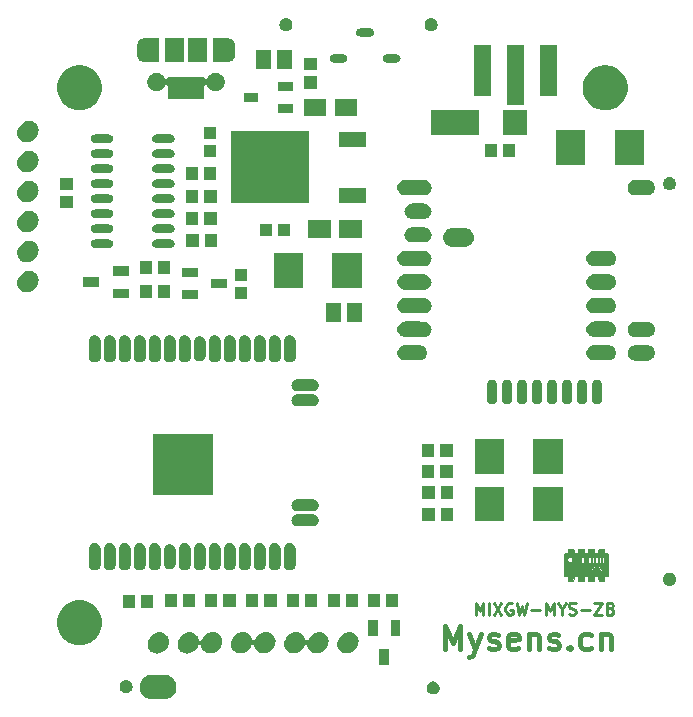
<source format=gbr>
G04 #@! TF.GenerationSoftware,KiCad,Pcbnew,(5.1.6)-1*
G04 #@! TF.CreationDate,2020-07-19T17:34:05+08:00*
G04 #@! TF.ProjectId,ESP32GW,45535033-3247-4572-9e6b-696361645f70,rev?*
G04 #@! TF.SameCoordinates,Original*
G04 #@! TF.FileFunction,Soldermask,Top*
G04 #@! TF.FilePolarity,Negative*
%FSLAX46Y46*%
G04 Gerber Fmt 4.6, Leading zero omitted, Abs format (unit mm)*
G04 Created by KiCad (PCBNEW (5.1.6)-1) date 2020-07-19 17:34:05*
%MOMM*%
%LPD*%
G01*
G04 APERTURE LIST*
%ADD10C,0.250000*%
%ADD11C,0.400000*%
%ADD12C,0.010000*%
%ADD13C,0.100000*%
G04 APERTURE END LIST*
D10*
X155063916Y-120185440D02*
X155063916Y-119185440D01*
X155397249Y-119899726D01*
X155730582Y-119185440D01*
X155730582Y-120185440D01*
X156206773Y-120185440D02*
X156206773Y-119185440D01*
X156587725Y-119185440D02*
X157254392Y-120185440D01*
X157254392Y-119185440D02*
X156587725Y-120185440D01*
X158159154Y-119233060D02*
X158063916Y-119185440D01*
X157921059Y-119185440D01*
X157778201Y-119233060D01*
X157682963Y-119328298D01*
X157635344Y-119423536D01*
X157587725Y-119614012D01*
X157587725Y-119756869D01*
X157635344Y-119947345D01*
X157682963Y-120042583D01*
X157778201Y-120137821D01*
X157921059Y-120185440D01*
X158016297Y-120185440D01*
X158159154Y-120137821D01*
X158206773Y-120090202D01*
X158206773Y-119756869D01*
X158016297Y-119756869D01*
X158540106Y-119185440D02*
X158778201Y-120185440D01*
X158968678Y-119471155D01*
X159159154Y-120185440D01*
X159397249Y-119185440D01*
X159778201Y-119804488D02*
X160540106Y-119804488D01*
X161016297Y-120185440D02*
X161016297Y-119185440D01*
X161349630Y-119899726D01*
X161682963Y-119185440D01*
X161682963Y-120185440D01*
X162349630Y-119709250D02*
X162349630Y-120185440D01*
X162016297Y-119185440D02*
X162349630Y-119709250D01*
X162682963Y-119185440D01*
X162968678Y-120137821D02*
X163111535Y-120185440D01*
X163349630Y-120185440D01*
X163444868Y-120137821D01*
X163492487Y-120090202D01*
X163540106Y-119994964D01*
X163540106Y-119899726D01*
X163492487Y-119804488D01*
X163444868Y-119756869D01*
X163349630Y-119709250D01*
X163159154Y-119661631D01*
X163063916Y-119614012D01*
X163016297Y-119566393D01*
X162968678Y-119471155D01*
X162968678Y-119375917D01*
X163016297Y-119280679D01*
X163063916Y-119233060D01*
X163159154Y-119185440D01*
X163397249Y-119185440D01*
X163540106Y-119233060D01*
X163968678Y-119804488D02*
X164730582Y-119804488D01*
X165111535Y-119185440D02*
X165778201Y-119185440D01*
X165111535Y-120185440D01*
X165778201Y-120185440D01*
X166492487Y-119661631D02*
X166635344Y-119709250D01*
X166682963Y-119756869D01*
X166730582Y-119852107D01*
X166730582Y-119994964D01*
X166682963Y-120090202D01*
X166635344Y-120137821D01*
X166540106Y-120185440D01*
X166159154Y-120185440D01*
X166159154Y-119185440D01*
X166492487Y-119185440D01*
X166587725Y-119233060D01*
X166635344Y-119280679D01*
X166682963Y-119375917D01*
X166682963Y-119471155D01*
X166635344Y-119566393D01*
X166587725Y-119614012D01*
X166492487Y-119661631D01*
X166159154Y-119661631D01*
D11*
X152454220Y-123127021D02*
X152454220Y-121127021D01*
X153120887Y-122555593D01*
X153787554Y-121127021D01*
X153787554Y-123127021D01*
X154549459Y-121793688D02*
X155025649Y-123127021D01*
X155501840Y-121793688D02*
X155025649Y-123127021D01*
X154835173Y-123603212D01*
X154739935Y-123698450D01*
X154549459Y-123793688D01*
X156168506Y-123031783D02*
X156358982Y-123127021D01*
X156739935Y-123127021D01*
X156930411Y-123031783D01*
X157025649Y-122841307D01*
X157025649Y-122746069D01*
X156930411Y-122555593D01*
X156739935Y-122460355D01*
X156454220Y-122460355D01*
X156263744Y-122365117D01*
X156168506Y-122174640D01*
X156168506Y-122079402D01*
X156263744Y-121888926D01*
X156454220Y-121793688D01*
X156739935Y-121793688D01*
X156930411Y-121888926D01*
X158644697Y-123031783D02*
X158454220Y-123127021D01*
X158073268Y-123127021D01*
X157882792Y-123031783D01*
X157787554Y-122841307D01*
X157787554Y-122079402D01*
X157882792Y-121888926D01*
X158073268Y-121793688D01*
X158454220Y-121793688D01*
X158644697Y-121888926D01*
X158739935Y-122079402D01*
X158739935Y-122269879D01*
X157787554Y-122460355D01*
X159597078Y-121793688D02*
X159597078Y-123127021D01*
X159597078Y-121984164D02*
X159692316Y-121888926D01*
X159882792Y-121793688D01*
X160168506Y-121793688D01*
X160358982Y-121888926D01*
X160454220Y-122079402D01*
X160454220Y-123127021D01*
X161311363Y-123031783D02*
X161501840Y-123127021D01*
X161882792Y-123127021D01*
X162073268Y-123031783D01*
X162168506Y-122841307D01*
X162168506Y-122746069D01*
X162073268Y-122555593D01*
X161882792Y-122460355D01*
X161597078Y-122460355D01*
X161406601Y-122365117D01*
X161311363Y-122174640D01*
X161311363Y-122079402D01*
X161406601Y-121888926D01*
X161597078Y-121793688D01*
X161882792Y-121793688D01*
X162073268Y-121888926D01*
X163025649Y-122936545D02*
X163120887Y-123031783D01*
X163025649Y-123127021D01*
X162930411Y-123031783D01*
X163025649Y-122936545D01*
X163025649Y-123127021D01*
X164835173Y-123031783D02*
X164644697Y-123127021D01*
X164263744Y-123127021D01*
X164073268Y-123031783D01*
X163978030Y-122936545D01*
X163882792Y-122746069D01*
X163882792Y-122174640D01*
X163978030Y-121984164D01*
X164073268Y-121888926D01*
X164263744Y-121793688D01*
X164644697Y-121793688D01*
X164835173Y-121888926D01*
X165692316Y-121793688D02*
X165692316Y-123127021D01*
X165692316Y-121984164D02*
X165787554Y-121888926D01*
X165978030Y-121793688D01*
X166263744Y-121793688D01*
X166454220Y-121888926D01*
X166549459Y-122079402D01*
X166549459Y-123127021D01*
D12*
G36*
X163357834Y-114792760D02*
G01*
X163362640Y-114974793D01*
X163752107Y-114974793D01*
X163761719Y-114610727D01*
X164217773Y-114610727D01*
X164217773Y-114983260D01*
X164607240Y-114983260D01*
X164607240Y-114610727D01*
X165063294Y-114610727D01*
X165068100Y-114792760D01*
X165072907Y-114974793D01*
X165462373Y-114974793D01*
X165467179Y-114792760D01*
X165471986Y-114610727D01*
X165928040Y-114610727D01*
X165928040Y-114962625D01*
X166056802Y-114969127D01*
X166123859Y-114973559D01*
X166167205Y-114980880D01*
X166196987Y-114994595D01*
X166223357Y-115018205D01*
X166234602Y-115030512D01*
X166283640Y-115085394D01*
X166283640Y-116831598D01*
X166234142Y-116881096D01*
X166206006Y-116906563D01*
X166178254Y-116921389D01*
X166140660Y-116928421D01*
X166083002Y-116930506D01*
X166056342Y-116930593D01*
X165928040Y-116930593D01*
X165928040Y-117303127D01*
X165471986Y-117303127D01*
X165467179Y-117121093D01*
X165462373Y-116939060D01*
X165072907Y-116939060D01*
X165068100Y-117121093D01*
X165063294Y-117303127D01*
X164607240Y-117303127D01*
X164607240Y-116930593D01*
X164217773Y-116930593D01*
X164217773Y-117303127D01*
X163761719Y-117303127D01*
X163756913Y-117121093D01*
X163752107Y-116939060D01*
X163362640Y-116939060D01*
X163357834Y-117121093D01*
X163353027Y-117303127D01*
X162896973Y-117303127D01*
X162896973Y-116930593D01*
X162768671Y-116930593D01*
X162701628Y-116929563D01*
X162658209Y-116924577D01*
X162628191Y-116912787D01*
X162601348Y-116891347D01*
X162590871Y-116881096D01*
X162541373Y-116831598D01*
X162541373Y-115897660D01*
X163557373Y-115897660D01*
X163557373Y-116558060D01*
X163692840Y-116558060D01*
X163692840Y-116270193D01*
X163896040Y-116270193D01*
X163896040Y-116558060D01*
X164031507Y-116558060D01*
X164031507Y-116083926D01*
X164215011Y-116083926D01*
X164220625Y-116297127D01*
X164223315Y-116385908D01*
X164226696Y-116447264D01*
X164232002Y-116487631D01*
X164240468Y-116513446D01*
X164253328Y-116531146D01*
X164267979Y-116544088D01*
X164310313Y-116567547D01*
X164360282Y-116568445D01*
X164369579Y-116566888D01*
X164425182Y-116560357D01*
X164490861Y-116557443D01*
X164509873Y-116557527D01*
X164590306Y-116559128D01*
X164590306Y-116303457D01*
X164815004Y-116303457D01*
X164817403Y-116399236D01*
X164842183Y-116476892D01*
X164887572Y-116532222D01*
X164919168Y-116550965D01*
X164979210Y-116566953D01*
X165054850Y-116573799D01*
X165128822Y-116570553D01*
X165161807Y-116564320D01*
X165171300Y-116558060D01*
X165405085Y-116558060D01*
X165472049Y-116558060D01*
X165513369Y-116555538D01*
X165539434Y-116542576D01*
X165561289Y-116511079D01*
X165576034Y-116481860D01*
X165599112Y-116438172D01*
X165617236Y-116410607D01*
X165623240Y-116405660D01*
X165635813Y-116419520D01*
X165656696Y-116454919D01*
X165670446Y-116481860D01*
X165694828Y-116527485D01*
X165717147Y-116549978D01*
X165748449Y-116557435D01*
X165774430Y-116558060D01*
X165841394Y-116558060D01*
X165766337Y-116436320D01*
X165729890Y-116375464D01*
X165709791Y-116335406D01*
X165703568Y-116308789D01*
X165708750Y-116288255D01*
X165713725Y-116279687D01*
X165735085Y-116245069D01*
X165764905Y-116195105D01*
X165782914Y-116164360D01*
X165829658Y-116083926D01*
X165761716Y-116083926D01*
X165719872Y-116086120D01*
X165695250Y-116098345D01*
X165677064Y-116129071D01*
X165664673Y-116160127D01*
X165645774Y-116204476D01*
X165630302Y-116231918D01*
X165625173Y-116236263D01*
X165613293Y-116222009D01*
X165594649Y-116185777D01*
X165583462Y-116160063D01*
X165562567Y-116114197D01*
X165542301Y-116091809D01*
X165511781Y-116084527D01*
X165484487Y-116083926D01*
X165416822Y-116083926D01*
X165463566Y-116164360D01*
X165494436Y-116216801D01*
X165521766Y-116262099D01*
X165532755Y-116279687D01*
X165541984Y-116299860D01*
X165540846Y-116323029D01*
X165526868Y-116356553D01*
X165497579Y-116407790D01*
X165480143Y-116436320D01*
X165405085Y-116558060D01*
X165171300Y-116558060D01*
X165192384Y-116544157D01*
X165199937Y-116509518D01*
X165198302Y-116484815D01*
X165188015Y-116472076D01*
X165161071Y-116468191D01*
X165109463Y-116470048D01*
X165099769Y-116470592D01*
X165038897Y-116471829D01*
X165000221Y-116465338D01*
X164972481Y-116448655D01*
X164964272Y-116440958D01*
X164933549Y-116405039D01*
X164927162Y-116380287D01*
X164947450Y-116364886D01*
X164996752Y-116357017D01*
X165075061Y-116354860D01*
X165221149Y-116354860D01*
X165212868Y-116268686D01*
X165192724Y-116186168D01*
X165150100Y-116128788D01*
X165084216Y-116095684D01*
X165050410Y-116088942D01*
X164963832Y-116089827D01*
X164896786Y-116118354D01*
X164849236Y-116174555D01*
X164821144Y-116258462D01*
X164815004Y-116303457D01*
X164590306Y-116303457D01*
X164590306Y-116083926D01*
X164471773Y-116083926D01*
X164471773Y-116269871D01*
X164471517Y-116351194D01*
X164469847Y-116404893D01*
X164465413Y-116437212D01*
X164456863Y-116454394D01*
X164442846Y-116462682D01*
X164429220Y-116466495D01*
X164391704Y-116471266D01*
X164365580Y-116460741D01*
X164348943Y-116430677D01*
X164339885Y-116376831D01*
X164336503Y-116294960D01*
X164336306Y-116259653D01*
X164336306Y-116083926D01*
X164215011Y-116083926D01*
X164031507Y-116083926D01*
X164031507Y-115897660D01*
X163896040Y-115897660D01*
X163896040Y-116168593D01*
X163692840Y-116168593D01*
X163692840Y-115897660D01*
X163557373Y-115897660D01*
X162541373Y-115897660D01*
X162541373Y-115516660D01*
X162795500Y-115516660D01*
X162810576Y-115598330D01*
X162851431Y-115666375D01*
X162911500Y-115717218D01*
X162984219Y-115747285D01*
X163063026Y-115752998D01*
X163141355Y-115730783D01*
X163164482Y-115717687D01*
X163220662Y-115663633D01*
X163256333Y-115592622D01*
X163269841Y-115514045D01*
X163259530Y-115437296D01*
X163225156Y-115373418D01*
X163190293Y-115338860D01*
X163489640Y-115338860D01*
X163489640Y-115846860D01*
X163608173Y-115846860D01*
X163608173Y-115338860D01*
X163726707Y-115338860D01*
X163726707Y-115846860D01*
X163845240Y-115846860D01*
X163845240Y-115338860D01*
X163980707Y-115338860D01*
X163980707Y-115846860D01*
X164217773Y-115846860D01*
X164217773Y-115338860D01*
X164336306Y-115338860D01*
X164336306Y-115846860D01*
X164454840Y-115846860D01*
X164454840Y-115338860D01*
X164590306Y-115338860D01*
X164590306Y-115846860D01*
X164827373Y-115846860D01*
X164827373Y-115338860D01*
X164945907Y-115338860D01*
X164945907Y-115846860D01*
X165064440Y-115846860D01*
X165064440Y-115338860D01*
X165199907Y-115338860D01*
X165199907Y-115846860D01*
X165436973Y-115846860D01*
X165436973Y-115338860D01*
X165555507Y-115338860D01*
X165555507Y-115846860D01*
X165674040Y-115846860D01*
X165674040Y-115338860D01*
X165809506Y-115338860D01*
X165809506Y-115846860D01*
X165928040Y-115846860D01*
X165928040Y-115338860D01*
X165809506Y-115338860D01*
X165674040Y-115338860D01*
X165555507Y-115338860D01*
X165436973Y-115338860D01*
X165199907Y-115338860D01*
X165064440Y-115338860D01*
X164945907Y-115338860D01*
X164827373Y-115338860D01*
X164590306Y-115338860D01*
X164454840Y-115338860D01*
X164336306Y-115338860D01*
X164217773Y-115338860D01*
X163980707Y-115338860D01*
X163845240Y-115338860D01*
X163726707Y-115338860D01*
X163608173Y-115338860D01*
X163489640Y-115338860D01*
X163190293Y-115338860D01*
X163183252Y-115331881D01*
X163138601Y-115299078D01*
X163132864Y-115295918D01*
X163056340Y-115273426D01*
X162979554Y-115280048D01*
X162908791Y-115311672D01*
X162850338Y-115364186D01*
X162810480Y-115433476D01*
X162795503Y-115515429D01*
X162795500Y-115516660D01*
X162541373Y-115516660D01*
X162541373Y-115082255D01*
X162590871Y-115032757D01*
X162619007Y-115007290D01*
X162646759Y-114992464D01*
X162684353Y-114985432D01*
X162742011Y-114983347D01*
X162768671Y-114983260D01*
X162896973Y-114983260D01*
X162896973Y-114610727D01*
X163353027Y-114610727D01*
X163357834Y-114792760D01*
G37*
X163357834Y-114792760D02*
X163362640Y-114974793D01*
X163752107Y-114974793D01*
X163761719Y-114610727D01*
X164217773Y-114610727D01*
X164217773Y-114983260D01*
X164607240Y-114983260D01*
X164607240Y-114610727D01*
X165063294Y-114610727D01*
X165068100Y-114792760D01*
X165072907Y-114974793D01*
X165462373Y-114974793D01*
X165467179Y-114792760D01*
X165471986Y-114610727D01*
X165928040Y-114610727D01*
X165928040Y-114962625D01*
X166056802Y-114969127D01*
X166123859Y-114973559D01*
X166167205Y-114980880D01*
X166196987Y-114994595D01*
X166223357Y-115018205D01*
X166234602Y-115030512D01*
X166283640Y-115085394D01*
X166283640Y-116831598D01*
X166234142Y-116881096D01*
X166206006Y-116906563D01*
X166178254Y-116921389D01*
X166140660Y-116928421D01*
X166083002Y-116930506D01*
X166056342Y-116930593D01*
X165928040Y-116930593D01*
X165928040Y-117303127D01*
X165471986Y-117303127D01*
X165467179Y-117121093D01*
X165462373Y-116939060D01*
X165072907Y-116939060D01*
X165068100Y-117121093D01*
X165063294Y-117303127D01*
X164607240Y-117303127D01*
X164607240Y-116930593D01*
X164217773Y-116930593D01*
X164217773Y-117303127D01*
X163761719Y-117303127D01*
X163756913Y-117121093D01*
X163752107Y-116939060D01*
X163362640Y-116939060D01*
X163357834Y-117121093D01*
X163353027Y-117303127D01*
X162896973Y-117303127D01*
X162896973Y-116930593D01*
X162768671Y-116930593D01*
X162701628Y-116929563D01*
X162658209Y-116924577D01*
X162628191Y-116912787D01*
X162601348Y-116891347D01*
X162590871Y-116881096D01*
X162541373Y-116831598D01*
X162541373Y-115897660D01*
X163557373Y-115897660D01*
X163557373Y-116558060D01*
X163692840Y-116558060D01*
X163692840Y-116270193D01*
X163896040Y-116270193D01*
X163896040Y-116558060D01*
X164031507Y-116558060D01*
X164031507Y-116083926D01*
X164215011Y-116083926D01*
X164220625Y-116297127D01*
X164223315Y-116385908D01*
X164226696Y-116447264D01*
X164232002Y-116487631D01*
X164240468Y-116513446D01*
X164253328Y-116531146D01*
X164267979Y-116544088D01*
X164310313Y-116567547D01*
X164360282Y-116568445D01*
X164369579Y-116566888D01*
X164425182Y-116560357D01*
X164490861Y-116557443D01*
X164509873Y-116557527D01*
X164590306Y-116559128D01*
X164590306Y-116303457D01*
X164815004Y-116303457D01*
X164817403Y-116399236D01*
X164842183Y-116476892D01*
X164887572Y-116532222D01*
X164919168Y-116550965D01*
X164979210Y-116566953D01*
X165054850Y-116573799D01*
X165128822Y-116570553D01*
X165161807Y-116564320D01*
X165171300Y-116558060D01*
X165405085Y-116558060D01*
X165472049Y-116558060D01*
X165513369Y-116555538D01*
X165539434Y-116542576D01*
X165561289Y-116511079D01*
X165576034Y-116481860D01*
X165599112Y-116438172D01*
X165617236Y-116410607D01*
X165623240Y-116405660D01*
X165635813Y-116419520D01*
X165656696Y-116454919D01*
X165670446Y-116481860D01*
X165694828Y-116527485D01*
X165717147Y-116549978D01*
X165748449Y-116557435D01*
X165774430Y-116558060D01*
X165841394Y-116558060D01*
X165766337Y-116436320D01*
X165729890Y-116375464D01*
X165709791Y-116335406D01*
X165703568Y-116308789D01*
X165708750Y-116288255D01*
X165713725Y-116279687D01*
X165735085Y-116245069D01*
X165764905Y-116195105D01*
X165782914Y-116164360D01*
X165829658Y-116083926D01*
X165761716Y-116083926D01*
X165719872Y-116086120D01*
X165695250Y-116098345D01*
X165677064Y-116129071D01*
X165664673Y-116160127D01*
X165645774Y-116204476D01*
X165630302Y-116231918D01*
X165625173Y-116236263D01*
X165613293Y-116222009D01*
X165594649Y-116185777D01*
X165583462Y-116160063D01*
X165562567Y-116114197D01*
X165542301Y-116091809D01*
X165511781Y-116084527D01*
X165484487Y-116083926D01*
X165416822Y-116083926D01*
X165463566Y-116164360D01*
X165494436Y-116216801D01*
X165521766Y-116262099D01*
X165532755Y-116279687D01*
X165541984Y-116299860D01*
X165540846Y-116323029D01*
X165526868Y-116356553D01*
X165497579Y-116407790D01*
X165480143Y-116436320D01*
X165405085Y-116558060D01*
X165171300Y-116558060D01*
X165192384Y-116544157D01*
X165199937Y-116509518D01*
X165198302Y-116484815D01*
X165188015Y-116472076D01*
X165161071Y-116468191D01*
X165109463Y-116470048D01*
X165099769Y-116470592D01*
X165038897Y-116471829D01*
X165000221Y-116465338D01*
X164972481Y-116448655D01*
X164964272Y-116440958D01*
X164933549Y-116405039D01*
X164927162Y-116380287D01*
X164947450Y-116364886D01*
X164996752Y-116357017D01*
X165075061Y-116354860D01*
X165221149Y-116354860D01*
X165212868Y-116268686D01*
X165192724Y-116186168D01*
X165150100Y-116128788D01*
X165084216Y-116095684D01*
X165050410Y-116088942D01*
X164963832Y-116089827D01*
X164896786Y-116118354D01*
X164849236Y-116174555D01*
X164821144Y-116258462D01*
X164815004Y-116303457D01*
X164590306Y-116303457D01*
X164590306Y-116083926D01*
X164471773Y-116083926D01*
X164471773Y-116269871D01*
X164471517Y-116351194D01*
X164469847Y-116404893D01*
X164465413Y-116437212D01*
X164456863Y-116454394D01*
X164442846Y-116462682D01*
X164429220Y-116466495D01*
X164391704Y-116471266D01*
X164365580Y-116460741D01*
X164348943Y-116430677D01*
X164339885Y-116376831D01*
X164336503Y-116294960D01*
X164336306Y-116259653D01*
X164336306Y-116083926D01*
X164215011Y-116083926D01*
X164031507Y-116083926D01*
X164031507Y-115897660D01*
X163896040Y-115897660D01*
X163896040Y-116168593D01*
X163692840Y-116168593D01*
X163692840Y-115897660D01*
X163557373Y-115897660D01*
X162541373Y-115897660D01*
X162541373Y-115516660D01*
X162795500Y-115516660D01*
X162810576Y-115598330D01*
X162851431Y-115666375D01*
X162911500Y-115717218D01*
X162984219Y-115747285D01*
X163063026Y-115752998D01*
X163141355Y-115730783D01*
X163164482Y-115717687D01*
X163220662Y-115663633D01*
X163256333Y-115592622D01*
X163269841Y-115514045D01*
X163259530Y-115437296D01*
X163225156Y-115373418D01*
X163190293Y-115338860D01*
X163489640Y-115338860D01*
X163489640Y-115846860D01*
X163608173Y-115846860D01*
X163608173Y-115338860D01*
X163726707Y-115338860D01*
X163726707Y-115846860D01*
X163845240Y-115846860D01*
X163845240Y-115338860D01*
X163980707Y-115338860D01*
X163980707Y-115846860D01*
X164217773Y-115846860D01*
X164217773Y-115338860D01*
X164336306Y-115338860D01*
X164336306Y-115846860D01*
X164454840Y-115846860D01*
X164454840Y-115338860D01*
X164590306Y-115338860D01*
X164590306Y-115846860D01*
X164827373Y-115846860D01*
X164827373Y-115338860D01*
X164945907Y-115338860D01*
X164945907Y-115846860D01*
X165064440Y-115846860D01*
X165064440Y-115338860D01*
X165199907Y-115338860D01*
X165199907Y-115846860D01*
X165436973Y-115846860D01*
X165436973Y-115338860D01*
X165555507Y-115338860D01*
X165555507Y-115846860D01*
X165674040Y-115846860D01*
X165674040Y-115338860D01*
X165809506Y-115338860D01*
X165809506Y-115846860D01*
X165928040Y-115846860D01*
X165928040Y-115338860D01*
X165809506Y-115338860D01*
X165674040Y-115338860D01*
X165555507Y-115338860D01*
X165436973Y-115338860D01*
X165199907Y-115338860D01*
X165064440Y-115338860D01*
X164945907Y-115338860D01*
X164827373Y-115338860D01*
X164590306Y-115338860D01*
X164454840Y-115338860D01*
X164336306Y-115338860D01*
X164217773Y-115338860D01*
X163980707Y-115338860D01*
X163845240Y-115338860D01*
X163726707Y-115338860D01*
X163608173Y-115338860D01*
X163489640Y-115338860D01*
X163190293Y-115338860D01*
X163183252Y-115331881D01*
X163138601Y-115299078D01*
X163132864Y-115295918D01*
X163056340Y-115273426D01*
X162979554Y-115280048D01*
X162908791Y-115311672D01*
X162850338Y-115364186D01*
X162810480Y-115433476D01*
X162795503Y-115515429D01*
X162795500Y-115516660D01*
X162541373Y-115516660D01*
X162541373Y-115082255D01*
X162590871Y-115032757D01*
X162619007Y-115007290D01*
X162646759Y-114992464D01*
X162684353Y-114985432D01*
X162742011Y-114983347D01*
X162768671Y-114983260D01*
X162896973Y-114983260D01*
X162896973Y-114610727D01*
X163353027Y-114610727D01*
X163357834Y-114792760D01*
G36*
X165060092Y-116195853D02*
G01*
X165091502Y-116222247D01*
X165090177Y-116240790D01*
X165056415Y-116251116D01*
X165013640Y-116253260D01*
X164959292Y-116250529D01*
X164934784Y-116241698D01*
X164933179Y-116232093D01*
X164956444Y-116207510D01*
X164997417Y-116191678D01*
X165040202Y-116189135D01*
X165060092Y-116195853D01*
G37*
X165060092Y-116195853D02*
X165091502Y-116222247D01*
X165090177Y-116240790D01*
X165056415Y-116251116D01*
X165013640Y-116253260D01*
X164959292Y-116250529D01*
X164934784Y-116241698D01*
X164933179Y-116232093D01*
X164956444Y-116207510D01*
X164997417Y-116191678D01*
X165040202Y-116189135D01*
X165060092Y-116195853D01*
D13*
G36*
X128786737Y-125260649D02*
G01*
X128889672Y-125270787D01*
X129087786Y-125330885D01*
X129087789Y-125330886D01*
X129184615Y-125382641D01*
X129270369Y-125428477D01*
X129430405Y-125559815D01*
X129561743Y-125719851D01*
X129570436Y-125736115D01*
X129659334Y-125902431D01*
X129659335Y-125902434D01*
X129719433Y-126100548D01*
X129739725Y-126306580D01*
X129719433Y-126512612D01*
X129676562Y-126653936D01*
X129659334Y-126710729D01*
X129607579Y-126807555D01*
X129561743Y-126893309D01*
X129430405Y-127053345D01*
X129270369Y-127184683D01*
X129184615Y-127230519D01*
X129087789Y-127282274D01*
X129087786Y-127282275D01*
X128889672Y-127342373D01*
X128786737Y-127352511D01*
X128735271Y-127357580D01*
X127632009Y-127357580D01*
X127580543Y-127352511D01*
X127477608Y-127342373D01*
X127279494Y-127282275D01*
X127279491Y-127282274D01*
X127182665Y-127230519D01*
X127096911Y-127184683D01*
X126936875Y-127053345D01*
X126805537Y-126893309D01*
X126759701Y-126807555D01*
X126707946Y-126710729D01*
X126690718Y-126653936D01*
X126647847Y-126512612D01*
X126627555Y-126306580D01*
X126647847Y-126100548D01*
X126707945Y-125902434D01*
X126707946Y-125902431D01*
X126796844Y-125736115D01*
X126805537Y-125719851D01*
X126936875Y-125559815D01*
X127096911Y-125428477D01*
X127182665Y-125382641D01*
X127279491Y-125330886D01*
X127279494Y-125330885D01*
X127477608Y-125270787D01*
X127580543Y-125260649D01*
X127632009Y-125255580D01*
X128735271Y-125255580D01*
X128786737Y-125260649D01*
G37*
G36*
X151631081Y-125863114D02*
G01*
X151731355Y-125904649D01*
X151731356Y-125904650D01*
X151821602Y-125964950D01*
X151898350Y-126041698D01*
X151898351Y-126041700D01*
X151958651Y-126131945D01*
X152000186Y-126232219D01*
X152021360Y-126338670D01*
X152021360Y-126447210D01*
X152000186Y-126553661D01*
X151958651Y-126653935D01*
X151958650Y-126653936D01*
X151898350Y-126744182D01*
X151821602Y-126820930D01*
X151776172Y-126851285D01*
X151731355Y-126881231D01*
X151631081Y-126922766D01*
X151524630Y-126943940D01*
X151416090Y-126943940D01*
X151309639Y-126922766D01*
X151209365Y-126881231D01*
X151164548Y-126851285D01*
X151119118Y-126820930D01*
X151042370Y-126744182D01*
X150982070Y-126653936D01*
X150982069Y-126653935D01*
X150940534Y-126553661D01*
X150919360Y-126447210D01*
X150919360Y-126338670D01*
X150940534Y-126232219D01*
X150982069Y-126131945D01*
X151042369Y-126041700D01*
X151042370Y-126041698D01*
X151119118Y-125964950D01*
X151209364Y-125904650D01*
X151209365Y-125904649D01*
X151309639Y-125863114D01*
X151416090Y-125841940D01*
X151524630Y-125841940D01*
X151631081Y-125863114D01*
G37*
G36*
X125632581Y-125736114D02*
G01*
X125732855Y-125777649D01*
X125732856Y-125777650D01*
X125823102Y-125837950D01*
X125899850Y-125914698D01*
X125899851Y-125914700D01*
X125960151Y-126004945D01*
X126001686Y-126105219D01*
X126022860Y-126211670D01*
X126022860Y-126320210D01*
X126001686Y-126426661D01*
X125960151Y-126526935D01*
X125960150Y-126526936D01*
X125899850Y-126617182D01*
X125823102Y-126693930D01*
X125797965Y-126710726D01*
X125732855Y-126754231D01*
X125632581Y-126795766D01*
X125526130Y-126816940D01*
X125417590Y-126816940D01*
X125311139Y-126795766D01*
X125210865Y-126754231D01*
X125145755Y-126710726D01*
X125120618Y-126693930D01*
X125043870Y-126617182D01*
X124983570Y-126526936D01*
X124983569Y-126526935D01*
X124942034Y-126426661D01*
X124920860Y-126320210D01*
X124920860Y-126211670D01*
X124942034Y-126105219D01*
X124983569Y-126004945D01*
X125043869Y-125914700D01*
X125043870Y-125914698D01*
X125120618Y-125837950D01*
X125210864Y-125777650D01*
X125210865Y-125777649D01*
X125311139Y-125736114D01*
X125417590Y-125714940D01*
X125526130Y-125714940D01*
X125632581Y-125736114D01*
G37*
G36*
X147728620Y-124485760D02*
G01*
X146926620Y-124485760D01*
X146926620Y-123133760D01*
X147728620Y-123133760D01*
X147728620Y-124485760D01*
G37*
G36*
X128474668Y-121672225D02*
G01*
X128550163Y-121695126D01*
X128625659Y-121718027D01*
X128674129Y-121743935D01*
X128764811Y-121792405D01*
X128808051Y-121827892D01*
X128886779Y-121892501D01*
X128951388Y-121971229D01*
X128986875Y-122014469D01*
X129031040Y-122097097D01*
X129061253Y-122153621D01*
X129061253Y-122153622D01*
X129107055Y-122304612D01*
X129122521Y-122461634D01*
X129107055Y-122618657D01*
X129094190Y-122661066D01*
X129061253Y-122769647D01*
X129035345Y-122818117D01*
X128986875Y-122908799D01*
X128911859Y-123000205D01*
X128644085Y-123267979D01*
X128552679Y-123342995D01*
X128461997Y-123391465D01*
X128413527Y-123417373D01*
X128338031Y-123440274D01*
X128262536Y-123463175D01*
X128105514Y-123478641D01*
X127948492Y-123463175D01*
X127872997Y-123440274D01*
X127797501Y-123417373D01*
X127749031Y-123391465D01*
X127658349Y-123342995D01*
X127615109Y-123307508D01*
X127536381Y-123242899D01*
X127446814Y-123133760D01*
X127436285Y-123120931D01*
X127364613Y-122986841D01*
X127361907Y-122981779D01*
X127316105Y-122830787D01*
X127313966Y-122809069D01*
X127300639Y-122673766D01*
X127316105Y-122516744D01*
X127353846Y-122392327D01*
X127361907Y-122365753D01*
X127396908Y-122300271D01*
X127436285Y-122226601D01*
X127511301Y-122135195D01*
X127779075Y-121867421D01*
X127870481Y-121792405D01*
X127961163Y-121743935D01*
X128009633Y-121718027D01*
X128160623Y-121672225D01*
X128317646Y-121656759D01*
X128474668Y-121672225D01*
G37*
G36*
X132975548Y-121659525D02*
G01*
X133051043Y-121682426D01*
X133126539Y-121705327D01*
X133175009Y-121731235D01*
X133265691Y-121779705D01*
X133308931Y-121815192D01*
X133387659Y-121879801D01*
X133452268Y-121958529D01*
X133487755Y-122001769D01*
X133536225Y-122092451D01*
X133562133Y-122140921D01*
X133584071Y-122213241D01*
X133607935Y-122291912D01*
X133612866Y-122341971D01*
X133623401Y-122448934D01*
X133607935Y-122605956D01*
X133562133Y-122756947D01*
X133552231Y-122775472D01*
X133487755Y-122896099D01*
X133412739Y-122987505D01*
X133144965Y-123255279D01*
X133053559Y-123330295D01*
X132962877Y-123378765D01*
X132914407Y-123404673D01*
X132838911Y-123427574D01*
X132763416Y-123450475D01*
X132606394Y-123465941D01*
X132449372Y-123450475D01*
X132373877Y-123427574D01*
X132298381Y-123404673D01*
X132249911Y-123378765D01*
X132159229Y-123330295D01*
X132115989Y-123294808D01*
X132037261Y-123230199D01*
X131972652Y-123151471D01*
X131937165Y-123108231D01*
X131888695Y-123017549D01*
X131862787Y-122969079D01*
X131840449Y-122895439D01*
X131817104Y-122818480D01*
X131807729Y-122795846D01*
X131794115Y-122775472D01*
X131776788Y-122758145D01*
X131756414Y-122744531D01*
X131733775Y-122735154D01*
X131709742Y-122730373D01*
X131685238Y-122730373D01*
X131661204Y-122735153D01*
X131638565Y-122744530D01*
X131618191Y-122758144D01*
X131600864Y-122775471D01*
X131587250Y-122795845D01*
X131575148Y-122818485D01*
X131526875Y-122908799D01*
X131451859Y-123000205D01*
X131184085Y-123267979D01*
X131092679Y-123342995D01*
X131001997Y-123391465D01*
X130953527Y-123417373D01*
X130878031Y-123440274D01*
X130802536Y-123463175D01*
X130645514Y-123478641D01*
X130488492Y-123463175D01*
X130412997Y-123440274D01*
X130337501Y-123417373D01*
X130289031Y-123391465D01*
X130198349Y-123342995D01*
X130155109Y-123307508D01*
X130076381Y-123242899D01*
X129986814Y-123133760D01*
X129976285Y-123120931D01*
X129904613Y-122986841D01*
X129901907Y-122981779D01*
X129856105Y-122830787D01*
X129853966Y-122809069D01*
X129840639Y-122673766D01*
X129856105Y-122516744D01*
X129893846Y-122392327D01*
X129901907Y-122365753D01*
X129936908Y-122300271D01*
X129976285Y-122226601D01*
X130051301Y-122135195D01*
X130319075Y-121867421D01*
X130410481Y-121792405D01*
X130501163Y-121743935D01*
X130549633Y-121718027D01*
X130700623Y-121672225D01*
X130857646Y-121656759D01*
X131014668Y-121672225D01*
X131090163Y-121695126D01*
X131165659Y-121718027D01*
X131214129Y-121743935D01*
X131304811Y-121792405D01*
X131348051Y-121827892D01*
X131426779Y-121892501D01*
X131491388Y-121971229D01*
X131526875Y-122014469D01*
X131571040Y-122097097D01*
X131601253Y-122153621D01*
X131601253Y-122153622D01*
X131646936Y-122304220D01*
X131656311Y-122326854D01*
X131669925Y-122347228D01*
X131687252Y-122364555D01*
X131707626Y-122378169D01*
X131730265Y-122387546D01*
X131754298Y-122392327D01*
X131778802Y-122392327D01*
X131802836Y-122387547D01*
X131825475Y-122378170D01*
X131845849Y-122364556D01*
X131863176Y-122347229D01*
X131876790Y-122326855D01*
X131895820Y-122291253D01*
X131937165Y-122213901D01*
X132012181Y-122122495D01*
X132279955Y-121854721D01*
X132371361Y-121779705D01*
X132462043Y-121731235D01*
X132510513Y-121705327D01*
X132619637Y-121672225D01*
X132661503Y-121659525D01*
X132818526Y-121644059D01*
X132975548Y-121659525D01*
G37*
G36*
X137477328Y-121658865D02*
G01*
X137521370Y-121672225D01*
X137628319Y-121704667D01*
X137676789Y-121730575D01*
X137767471Y-121779045D01*
X137810711Y-121814532D01*
X137889439Y-121879141D01*
X137954048Y-121957869D01*
X137989535Y-122001109D01*
X138038005Y-122091791D01*
X138063913Y-122140261D01*
X138067966Y-122153622D01*
X138109715Y-122291252D01*
X138125181Y-122448274D01*
X138109715Y-122605297D01*
X138105662Y-122618657D01*
X138063913Y-122756287D01*
X138042769Y-122795845D01*
X137989535Y-122895439D01*
X137914519Y-122986845D01*
X137646745Y-123254619D01*
X137555339Y-123329635D01*
X137464657Y-123378105D01*
X137416187Y-123404013D01*
X137372144Y-123417373D01*
X137265196Y-123449815D01*
X137108174Y-123465281D01*
X136951152Y-123449815D01*
X136844204Y-123417373D01*
X136800161Y-123404013D01*
X136751691Y-123378105D01*
X136661009Y-123329635D01*
X136617769Y-123294148D01*
X136539041Y-123229539D01*
X136460438Y-123133760D01*
X136438945Y-123107571D01*
X136374414Y-122986841D01*
X136364567Y-122968419D01*
X136346482Y-122908798D01*
X136318765Y-122817428D01*
X136318765Y-122817425D01*
X136316230Y-122809069D01*
X136306853Y-122786430D01*
X136293239Y-122766056D01*
X136275912Y-122748729D01*
X136255538Y-122735115D01*
X136232899Y-122725738D01*
X136208866Y-122720957D01*
X136184362Y-122720957D01*
X136160328Y-122725737D01*
X136137689Y-122735114D01*
X136117315Y-122748728D01*
X136099988Y-122766055D01*
X136086374Y-122786430D01*
X136081341Y-122795846D01*
X136027755Y-122896099D01*
X135952739Y-122987505D01*
X135684965Y-123255279D01*
X135593559Y-123330295D01*
X135502877Y-123378765D01*
X135454407Y-123404673D01*
X135378911Y-123427574D01*
X135303416Y-123450475D01*
X135146394Y-123465941D01*
X134989372Y-123450475D01*
X134913877Y-123427574D01*
X134838381Y-123404673D01*
X134789911Y-123378765D01*
X134699229Y-123330295D01*
X134655989Y-123294808D01*
X134577261Y-123230199D01*
X134512652Y-123151471D01*
X134477165Y-123108231D01*
X134428695Y-123017549D01*
X134402787Y-122969079D01*
X134379886Y-122893583D01*
X134356985Y-122818088D01*
X134341519Y-122661066D01*
X134356985Y-122504044D01*
X134395168Y-122378170D01*
X134402787Y-122353053D01*
X134435820Y-122291253D01*
X134477165Y-122213901D01*
X134552181Y-122122495D01*
X134819955Y-121854721D01*
X134911361Y-121779705D01*
X135002043Y-121731235D01*
X135050513Y-121705327D01*
X135159637Y-121672225D01*
X135201503Y-121659525D01*
X135358526Y-121644059D01*
X135515548Y-121659525D01*
X135591043Y-121682426D01*
X135666539Y-121705327D01*
X135715009Y-121731235D01*
X135805691Y-121779705D01*
X135848931Y-121815192D01*
X135927659Y-121879801D01*
X135992268Y-121958529D01*
X136027755Y-122001769D01*
X136076225Y-122092451D01*
X136102133Y-122140921D01*
X136117394Y-122191232D01*
X136147935Y-122291912D01*
X136147935Y-122291913D01*
X136150470Y-122300271D01*
X136159847Y-122322910D01*
X136173461Y-122343284D01*
X136190788Y-122360611D01*
X136211162Y-122374225D01*
X136233801Y-122383602D01*
X136257834Y-122388383D01*
X136282338Y-122388383D01*
X136306372Y-122383603D01*
X136329011Y-122374226D01*
X136349385Y-122360612D01*
X136366712Y-122343285D01*
X136380326Y-122322910D01*
X136397248Y-122291252D01*
X136438945Y-122213241D01*
X136513961Y-122121835D01*
X136781735Y-121854061D01*
X136873141Y-121779045D01*
X136963823Y-121730575D01*
X137012293Y-121704667D01*
X137119241Y-121672225D01*
X137163283Y-121658865D01*
X137320306Y-121643399D01*
X137477328Y-121658865D01*
G37*
G36*
X144518208Y-121658865D02*
G01*
X144562250Y-121672225D01*
X144669199Y-121704667D01*
X144717669Y-121730575D01*
X144808351Y-121779045D01*
X144851591Y-121814532D01*
X144930319Y-121879141D01*
X144994928Y-121957869D01*
X145030415Y-122001109D01*
X145078885Y-122091791D01*
X145104793Y-122140261D01*
X145108846Y-122153622D01*
X145150595Y-122291252D01*
X145166061Y-122448274D01*
X145150595Y-122605297D01*
X145146542Y-122618657D01*
X145104793Y-122756287D01*
X145083649Y-122795845D01*
X145030415Y-122895439D01*
X144955399Y-122986845D01*
X144687625Y-123254619D01*
X144596219Y-123329635D01*
X144505537Y-123378105D01*
X144457067Y-123404013D01*
X144413024Y-123417373D01*
X144306076Y-123449815D01*
X144149054Y-123465281D01*
X143992032Y-123449815D01*
X143885084Y-123417373D01*
X143841041Y-123404013D01*
X143792571Y-123378105D01*
X143701889Y-123329635D01*
X143658649Y-123294148D01*
X143579921Y-123229539D01*
X143501318Y-123133760D01*
X143479825Y-123107571D01*
X143415294Y-122986841D01*
X143405447Y-122968419D01*
X143363698Y-122830788D01*
X143359645Y-122817428D01*
X143344179Y-122660406D01*
X143359645Y-122503384D01*
X143382546Y-122427889D01*
X143405447Y-122352393D01*
X143434009Y-122298957D01*
X143479825Y-122213241D01*
X143554841Y-122121835D01*
X143822615Y-121854061D01*
X143914021Y-121779045D01*
X144004703Y-121730575D01*
X144053173Y-121704667D01*
X144160121Y-121672225D01*
X144204163Y-121658865D01*
X144361186Y-121643399D01*
X144518208Y-121658865D01*
G37*
G36*
X141978208Y-121658865D02*
G01*
X142022250Y-121672225D01*
X142129199Y-121704667D01*
X142177669Y-121730575D01*
X142268351Y-121779045D01*
X142311591Y-121814532D01*
X142390319Y-121879141D01*
X142454928Y-121957869D01*
X142490415Y-122001109D01*
X142538885Y-122091791D01*
X142564793Y-122140261D01*
X142568846Y-122153622D01*
X142610595Y-122291252D01*
X142626061Y-122448274D01*
X142610595Y-122605297D01*
X142606542Y-122618657D01*
X142564793Y-122756287D01*
X142543649Y-122795845D01*
X142490415Y-122895439D01*
X142415399Y-122986845D01*
X142147625Y-123254619D01*
X142056219Y-123329635D01*
X141965537Y-123378105D01*
X141917067Y-123404013D01*
X141873024Y-123417373D01*
X141766076Y-123449815D01*
X141609054Y-123465281D01*
X141452032Y-123449815D01*
X141345084Y-123417373D01*
X141301041Y-123404013D01*
X141252571Y-123378105D01*
X141161889Y-123329635D01*
X141118649Y-123294148D01*
X141039921Y-123229539D01*
X140961318Y-123133760D01*
X140939825Y-123107571D01*
X140875294Y-122986841D01*
X140865447Y-122968419D01*
X140823698Y-122830788D01*
X140819645Y-122817428D01*
X140819645Y-122817427D01*
X140817308Y-122809723D01*
X140807930Y-122787084D01*
X140794317Y-122766710D01*
X140776990Y-122749383D01*
X140756615Y-122735769D01*
X140733977Y-122726392D01*
X140709943Y-122721611D01*
X140685439Y-122721611D01*
X140661406Y-122726391D01*
X140638767Y-122735769D01*
X140618393Y-122749382D01*
X140601066Y-122766709D01*
X140587452Y-122787083D01*
X140529535Y-122895439D01*
X140454519Y-122986845D01*
X140186745Y-123254619D01*
X140095339Y-123329635D01*
X140004657Y-123378105D01*
X139956187Y-123404013D01*
X139912144Y-123417373D01*
X139805196Y-123449815D01*
X139648174Y-123465281D01*
X139491152Y-123449815D01*
X139384204Y-123417373D01*
X139340161Y-123404013D01*
X139291691Y-123378105D01*
X139201009Y-123329635D01*
X139157769Y-123294148D01*
X139079041Y-123229539D01*
X139000438Y-123133760D01*
X138978945Y-123107571D01*
X138914414Y-122986841D01*
X138904567Y-122968419D01*
X138862818Y-122830788D01*
X138858765Y-122817428D01*
X138843299Y-122660406D01*
X138858765Y-122503384D01*
X138881666Y-122427889D01*
X138904567Y-122352393D01*
X138933129Y-122298957D01*
X138978945Y-122213241D01*
X139053961Y-122121835D01*
X139321735Y-121854061D01*
X139413141Y-121779045D01*
X139503823Y-121730575D01*
X139552293Y-121704667D01*
X139659241Y-121672225D01*
X139703283Y-121658865D01*
X139860306Y-121643399D01*
X140017328Y-121658865D01*
X140061370Y-121672225D01*
X140168319Y-121704667D01*
X140216789Y-121730575D01*
X140307471Y-121779045D01*
X140350711Y-121814532D01*
X140429439Y-121879141D01*
X140494048Y-121957869D01*
X140529535Y-122001109D01*
X140578005Y-122091791D01*
X140603913Y-122140261D01*
X140652052Y-122298957D01*
X140661430Y-122321596D01*
X140675043Y-122341970D01*
X140692370Y-122359297D01*
X140712745Y-122372911D01*
X140735383Y-122382288D01*
X140759417Y-122387069D01*
X140783921Y-122387069D01*
X140807954Y-122382289D01*
X140830593Y-122372911D01*
X140850967Y-122359298D01*
X140868294Y-122341971D01*
X140881908Y-122321597D01*
X140894009Y-122298957D01*
X140939825Y-122213241D01*
X141014841Y-122121835D01*
X141282615Y-121854061D01*
X141374021Y-121779045D01*
X141464703Y-121730575D01*
X141513173Y-121704667D01*
X141620121Y-121672225D01*
X141664163Y-121658865D01*
X141821186Y-121643399D01*
X141978208Y-121658865D01*
G37*
G36*
X122082581Y-119057334D02*
G01*
X122428541Y-119200636D01*
X122739897Y-119408677D01*
X123004683Y-119673463D01*
X123212724Y-119984819D01*
X123212725Y-119984821D01*
X123356026Y-120330780D01*
X123416293Y-120633760D01*
X123429080Y-120698048D01*
X123429080Y-121072512D01*
X123356026Y-121439781D01*
X123212724Y-121785741D01*
X123004683Y-122097097D01*
X122739897Y-122361883D01*
X122428541Y-122569924D01*
X122428540Y-122569925D01*
X122428539Y-122569925D01*
X122341550Y-122605957D01*
X122082581Y-122713226D01*
X121900812Y-122749382D01*
X121715313Y-122786280D01*
X121340847Y-122786280D01*
X121155348Y-122749382D01*
X120973579Y-122713226D01*
X120714610Y-122605957D01*
X120627621Y-122569925D01*
X120627620Y-122569925D01*
X120627619Y-122569924D01*
X120316263Y-122361883D01*
X120051477Y-122097097D01*
X119843436Y-121785741D01*
X119700134Y-121439781D01*
X119627080Y-121072512D01*
X119627080Y-120698048D01*
X119639868Y-120633760D01*
X119700134Y-120330780D01*
X119843435Y-119984821D01*
X119843436Y-119984819D01*
X120051477Y-119673463D01*
X120316263Y-119408677D01*
X120627619Y-119200636D01*
X120973579Y-119057334D01*
X121340847Y-118984280D01*
X121715313Y-118984280D01*
X122082581Y-119057334D01*
G37*
G36*
X148678620Y-121985760D02*
G01*
X147876620Y-121985760D01*
X147876620Y-120633760D01*
X148678620Y-120633760D01*
X148678620Y-121985760D01*
G37*
G36*
X146778620Y-121985760D02*
G01*
X145976620Y-121985760D01*
X145976620Y-120633760D01*
X146778620Y-120633760D01*
X146778620Y-121985760D01*
G37*
G36*
X126246000Y-119590800D02*
G01*
X125214000Y-119590800D01*
X125214000Y-118508800D01*
X126246000Y-118508800D01*
X126246000Y-119590800D01*
G37*
G36*
X127786000Y-119590800D02*
G01*
X126754000Y-119590800D01*
X126754000Y-118508800D01*
X127786000Y-118508800D01*
X127786000Y-119590800D01*
G37*
G36*
X136677020Y-119550160D02*
G01*
X135645020Y-119550160D01*
X135645020Y-118468160D01*
X136677020Y-118468160D01*
X136677020Y-119550160D01*
G37*
G36*
X138217020Y-119550160D02*
G01*
X137185020Y-119550160D01*
X137185020Y-118468160D01*
X138217020Y-118468160D01*
X138217020Y-119550160D01*
G37*
G36*
X143568040Y-119540000D02*
G01*
X142536040Y-119540000D01*
X142536040Y-118458000D01*
X143568040Y-118458000D01*
X143568040Y-119540000D01*
G37*
G36*
X145108040Y-119540000D02*
G01*
X144076040Y-119540000D01*
X144076040Y-118458000D01*
X145108040Y-118458000D01*
X145108040Y-119540000D01*
G37*
G36*
X140106400Y-119540000D02*
G01*
X139074400Y-119540000D01*
X139074400Y-118458000D01*
X140106400Y-118458000D01*
X140106400Y-119540000D01*
G37*
G36*
X141646400Y-119540000D02*
G01*
X140614400Y-119540000D01*
X140614400Y-118458000D01*
X141646400Y-118458000D01*
X141646400Y-119540000D01*
G37*
G36*
X148520020Y-119537460D02*
G01*
X147488020Y-119537460D01*
X147488020Y-118455460D01*
X148520020Y-118455460D01*
X148520020Y-119537460D01*
G37*
G36*
X129765680Y-119537460D02*
G01*
X128733680Y-119537460D01*
X128733680Y-118455460D01*
X129765680Y-118455460D01*
X129765680Y-119537460D01*
G37*
G36*
X131305680Y-119537460D02*
G01*
X130273680Y-119537460D01*
X130273680Y-118455460D01*
X131305680Y-118455460D01*
X131305680Y-119537460D01*
G37*
G36*
X146980020Y-119537460D02*
G01*
X145948020Y-119537460D01*
X145948020Y-118455460D01*
X146980020Y-118455460D01*
X146980020Y-119537460D01*
G37*
G36*
X134749920Y-119529840D02*
G01*
X133717920Y-119529840D01*
X133717920Y-118447840D01*
X134749920Y-118447840D01*
X134749920Y-119529840D01*
G37*
G36*
X133209920Y-119529840D02*
G01*
X132177920Y-119529840D01*
X132177920Y-118447840D01*
X133209920Y-118447840D01*
X133209920Y-119529840D01*
G37*
G36*
X171641201Y-116661674D02*
G01*
X171741475Y-116703209D01*
X171741476Y-116703210D01*
X171831722Y-116763510D01*
X171908470Y-116840258D01*
X171908471Y-116840260D01*
X171968771Y-116930505D01*
X172010306Y-117030779D01*
X172031480Y-117137230D01*
X172031480Y-117245770D01*
X172010306Y-117352221D01*
X171968771Y-117452495D01*
X171968770Y-117452496D01*
X171908470Y-117542742D01*
X171831722Y-117619490D01*
X171786292Y-117649845D01*
X171741475Y-117679791D01*
X171641201Y-117721326D01*
X171534750Y-117742500D01*
X171426210Y-117742500D01*
X171319759Y-117721326D01*
X171219485Y-117679791D01*
X171174668Y-117649845D01*
X171129238Y-117619490D01*
X171052490Y-117542742D01*
X170992190Y-117452496D01*
X170992189Y-117452495D01*
X170950654Y-117352221D01*
X170929480Y-117245770D01*
X170929480Y-117137230D01*
X170950654Y-117030779D01*
X170992189Y-116930505D01*
X171052489Y-116840260D01*
X171052490Y-116840258D01*
X171129238Y-116763510D01*
X171219484Y-116703210D01*
X171219485Y-116703209D01*
X171319759Y-116661674D01*
X171426210Y-116640500D01*
X171534750Y-116640500D01*
X171641201Y-116661674D01*
G37*
G36*
X131802912Y-114131269D02*
G01*
X131897351Y-114159917D01*
X131984387Y-114206438D01*
X132060675Y-114269045D01*
X132123282Y-114345333D01*
X132169803Y-114432368D01*
X132198451Y-114526807D01*
X132205700Y-114600408D01*
X132205700Y-115949632D01*
X132198451Y-116023233D01*
X132169803Y-116117672D01*
X132123282Y-116204707D01*
X132060675Y-116280995D01*
X131984387Y-116343602D01*
X131897352Y-116390123D01*
X131802913Y-116418771D01*
X131704700Y-116428444D01*
X131606488Y-116418771D01*
X131512049Y-116390123D01*
X131425014Y-116343602D01*
X131348726Y-116280995D01*
X131286119Y-116204707D01*
X131239598Y-116117672D01*
X131210950Y-116023233D01*
X131203701Y-115949632D01*
X131203700Y-114600409D01*
X131210949Y-114526808D01*
X131239597Y-114432369D01*
X131286118Y-114345333D01*
X131348725Y-114269045D01*
X131425013Y-114206438D01*
X131512048Y-114159917D01*
X131606487Y-114131269D01*
X131704700Y-114121596D01*
X131802912Y-114131269D01*
G37*
G36*
X135612912Y-114131269D02*
G01*
X135707351Y-114159917D01*
X135794387Y-114206438D01*
X135870675Y-114269045D01*
X135933282Y-114345333D01*
X135979803Y-114432368D01*
X136008451Y-114526807D01*
X136015700Y-114600408D01*
X136015700Y-115949632D01*
X136008451Y-116023233D01*
X135979803Y-116117672D01*
X135933282Y-116204707D01*
X135870675Y-116280995D01*
X135794387Y-116343602D01*
X135707352Y-116390123D01*
X135612913Y-116418771D01*
X135514700Y-116428444D01*
X135416488Y-116418771D01*
X135322049Y-116390123D01*
X135235014Y-116343602D01*
X135158726Y-116280995D01*
X135096119Y-116204707D01*
X135049598Y-116117672D01*
X135020950Y-116023233D01*
X135013701Y-115949632D01*
X135013700Y-114600409D01*
X135020949Y-114526808D01*
X135049597Y-114432369D01*
X135096118Y-114345333D01*
X135158725Y-114269045D01*
X135235013Y-114206438D01*
X135322048Y-114159917D01*
X135416487Y-114131269D01*
X135514700Y-114121596D01*
X135612912Y-114131269D01*
G37*
G36*
X136882912Y-114131269D02*
G01*
X136977351Y-114159917D01*
X137064387Y-114206438D01*
X137140675Y-114269045D01*
X137203282Y-114345333D01*
X137249803Y-114432368D01*
X137278451Y-114526807D01*
X137285700Y-114600408D01*
X137285700Y-115949632D01*
X137278451Y-116023233D01*
X137249803Y-116117672D01*
X137203282Y-116204707D01*
X137140675Y-116280995D01*
X137064387Y-116343602D01*
X136977352Y-116390123D01*
X136882913Y-116418771D01*
X136784700Y-116428444D01*
X136686488Y-116418771D01*
X136592049Y-116390123D01*
X136505014Y-116343602D01*
X136428726Y-116280995D01*
X136366119Y-116204707D01*
X136319598Y-116117672D01*
X136290950Y-116023233D01*
X136283701Y-115949632D01*
X136283700Y-114600409D01*
X136290949Y-114526808D01*
X136319597Y-114432369D01*
X136366118Y-114345333D01*
X136428725Y-114269045D01*
X136505013Y-114206438D01*
X136592048Y-114159917D01*
X136686487Y-114131269D01*
X136784700Y-114121596D01*
X136882912Y-114131269D01*
G37*
G36*
X138152912Y-114131269D02*
G01*
X138247351Y-114159917D01*
X138334387Y-114206438D01*
X138410675Y-114269045D01*
X138473282Y-114345333D01*
X138519803Y-114432368D01*
X138548451Y-114526807D01*
X138555700Y-114600408D01*
X138555700Y-115949632D01*
X138548451Y-116023233D01*
X138519803Y-116117672D01*
X138473282Y-116204707D01*
X138410675Y-116280995D01*
X138334387Y-116343602D01*
X138247352Y-116390123D01*
X138152913Y-116418771D01*
X138054700Y-116428444D01*
X137956488Y-116418771D01*
X137862049Y-116390123D01*
X137775014Y-116343602D01*
X137698726Y-116280995D01*
X137636119Y-116204707D01*
X137589598Y-116117672D01*
X137560950Y-116023233D01*
X137553701Y-115949632D01*
X137553700Y-114600409D01*
X137560949Y-114526808D01*
X137589597Y-114432369D01*
X137636118Y-114345333D01*
X137698725Y-114269045D01*
X137775013Y-114206438D01*
X137862048Y-114159917D01*
X137956487Y-114131269D01*
X138054700Y-114121596D01*
X138152912Y-114131269D01*
G37*
G36*
X139422912Y-114131269D02*
G01*
X139517351Y-114159917D01*
X139604387Y-114206438D01*
X139680675Y-114269045D01*
X139743282Y-114345333D01*
X139789803Y-114432368D01*
X139818451Y-114526807D01*
X139825700Y-114600408D01*
X139825700Y-115949632D01*
X139818451Y-116023233D01*
X139789803Y-116117672D01*
X139743282Y-116204707D01*
X139680675Y-116280995D01*
X139604387Y-116343602D01*
X139517352Y-116390123D01*
X139422913Y-116418771D01*
X139324700Y-116428444D01*
X139226488Y-116418771D01*
X139132049Y-116390123D01*
X139045014Y-116343602D01*
X138968726Y-116280995D01*
X138906119Y-116204707D01*
X138859598Y-116117672D01*
X138830950Y-116023233D01*
X138823701Y-115949632D01*
X138823700Y-114600409D01*
X138830949Y-114526808D01*
X138859597Y-114432369D01*
X138906118Y-114345333D01*
X138968725Y-114269045D01*
X139045013Y-114206438D01*
X139132048Y-114159917D01*
X139226487Y-114131269D01*
X139324700Y-114121596D01*
X139422912Y-114131269D01*
G37*
G36*
X134342912Y-114131269D02*
G01*
X134437351Y-114159917D01*
X134524387Y-114206438D01*
X134600675Y-114269045D01*
X134663282Y-114345333D01*
X134709803Y-114432368D01*
X134738451Y-114526807D01*
X134745700Y-114600408D01*
X134745700Y-115949632D01*
X134738451Y-116023233D01*
X134709803Y-116117672D01*
X134663282Y-116204707D01*
X134600675Y-116280995D01*
X134524387Y-116343602D01*
X134437352Y-116390123D01*
X134342913Y-116418771D01*
X134244700Y-116428444D01*
X134146488Y-116418771D01*
X134052049Y-116390123D01*
X133965014Y-116343602D01*
X133888726Y-116280995D01*
X133826119Y-116204707D01*
X133779598Y-116117672D01*
X133750950Y-116023233D01*
X133743701Y-115949632D01*
X133743700Y-114600409D01*
X133750949Y-114526808D01*
X133779597Y-114432369D01*
X133826118Y-114345333D01*
X133888725Y-114269045D01*
X133965013Y-114206438D01*
X134052048Y-114159917D01*
X134146487Y-114131269D01*
X134244700Y-114121596D01*
X134342912Y-114131269D01*
G37*
G36*
X133072912Y-114131269D02*
G01*
X133167351Y-114159917D01*
X133254387Y-114206438D01*
X133330675Y-114269045D01*
X133393282Y-114345333D01*
X133439803Y-114432368D01*
X133468451Y-114526807D01*
X133475700Y-114600408D01*
X133475700Y-115949632D01*
X133468451Y-116023233D01*
X133439803Y-116117672D01*
X133393282Y-116204707D01*
X133330675Y-116280995D01*
X133254387Y-116343602D01*
X133167352Y-116390123D01*
X133072913Y-116418771D01*
X132974700Y-116428444D01*
X132876488Y-116418771D01*
X132782049Y-116390123D01*
X132695014Y-116343602D01*
X132618726Y-116280995D01*
X132556119Y-116204707D01*
X132509598Y-116117672D01*
X132480950Y-116023233D01*
X132473701Y-115949632D01*
X132473700Y-114600409D01*
X132480949Y-114526808D01*
X132509597Y-114432369D01*
X132556118Y-114345333D01*
X132618725Y-114269045D01*
X132695013Y-114206438D01*
X132782048Y-114159917D01*
X132876487Y-114131269D01*
X132974700Y-114121596D01*
X133072912Y-114131269D01*
G37*
G36*
X130532912Y-114131269D02*
G01*
X130627351Y-114159917D01*
X130714387Y-114206438D01*
X130790675Y-114269045D01*
X130853282Y-114345333D01*
X130899803Y-114432368D01*
X130928451Y-114526807D01*
X130935700Y-114600408D01*
X130935700Y-115949632D01*
X130928451Y-116023233D01*
X130899803Y-116117672D01*
X130853282Y-116204707D01*
X130790675Y-116280995D01*
X130714387Y-116343602D01*
X130627352Y-116390123D01*
X130532913Y-116418771D01*
X130434700Y-116428444D01*
X130336488Y-116418771D01*
X130242049Y-116390123D01*
X130155014Y-116343602D01*
X130078726Y-116280995D01*
X130016119Y-116204707D01*
X129969598Y-116117672D01*
X129940950Y-116023233D01*
X129933701Y-115949632D01*
X129933700Y-114600409D01*
X129940949Y-114526808D01*
X129969597Y-114432369D01*
X130016118Y-114345333D01*
X130078725Y-114269045D01*
X130155013Y-114206438D01*
X130242048Y-114159917D01*
X130336487Y-114131269D01*
X130434700Y-114121596D01*
X130532912Y-114131269D01*
G37*
G36*
X127992912Y-114131269D02*
G01*
X128087351Y-114159917D01*
X128174387Y-114206438D01*
X128250675Y-114269045D01*
X128313282Y-114345333D01*
X128359803Y-114432368D01*
X128388451Y-114526807D01*
X128395700Y-114600408D01*
X128395700Y-115949632D01*
X128388451Y-116023233D01*
X128359803Y-116117672D01*
X128313282Y-116204707D01*
X128250675Y-116280995D01*
X128174387Y-116343602D01*
X128087352Y-116390123D01*
X127992913Y-116418771D01*
X127894700Y-116428444D01*
X127796488Y-116418771D01*
X127702049Y-116390123D01*
X127615014Y-116343602D01*
X127538726Y-116280995D01*
X127476119Y-116204707D01*
X127429598Y-116117672D01*
X127400950Y-116023233D01*
X127393701Y-115949632D01*
X127393700Y-114600409D01*
X127400949Y-114526808D01*
X127429597Y-114432369D01*
X127476118Y-114345333D01*
X127538725Y-114269045D01*
X127615013Y-114206438D01*
X127702048Y-114159917D01*
X127796487Y-114131269D01*
X127894700Y-114121596D01*
X127992912Y-114131269D01*
G37*
G36*
X126722912Y-114131269D02*
G01*
X126817351Y-114159917D01*
X126904387Y-114206438D01*
X126980675Y-114269045D01*
X127043282Y-114345333D01*
X127089803Y-114432368D01*
X127118451Y-114526807D01*
X127125700Y-114600408D01*
X127125700Y-115949632D01*
X127118451Y-116023233D01*
X127089803Y-116117672D01*
X127043282Y-116204707D01*
X126980675Y-116280995D01*
X126904387Y-116343602D01*
X126817352Y-116390123D01*
X126722913Y-116418771D01*
X126624700Y-116428444D01*
X126526488Y-116418771D01*
X126432049Y-116390123D01*
X126345014Y-116343602D01*
X126268726Y-116280995D01*
X126206119Y-116204707D01*
X126159598Y-116117672D01*
X126130950Y-116023233D01*
X126123701Y-115949632D01*
X126123700Y-114600409D01*
X126130949Y-114526808D01*
X126159597Y-114432369D01*
X126206118Y-114345333D01*
X126268725Y-114269045D01*
X126345013Y-114206438D01*
X126432048Y-114159917D01*
X126526487Y-114131269D01*
X126624700Y-114121596D01*
X126722912Y-114131269D01*
G37*
G36*
X125452912Y-114131269D02*
G01*
X125547351Y-114159917D01*
X125634387Y-114206438D01*
X125710675Y-114269045D01*
X125773282Y-114345333D01*
X125819803Y-114432368D01*
X125848451Y-114526807D01*
X125855700Y-114600408D01*
X125855700Y-115949632D01*
X125848451Y-116023233D01*
X125819803Y-116117672D01*
X125773282Y-116204707D01*
X125710675Y-116280995D01*
X125634387Y-116343602D01*
X125547352Y-116390123D01*
X125452913Y-116418771D01*
X125354700Y-116428444D01*
X125256488Y-116418771D01*
X125162049Y-116390123D01*
X125075014Y-116343602D01*
X124998726Y-116280995D01*
X124936119Y-116204707D01*
X124889598Y-116117672D01*
X124860950Y-116023233D01*
X124853701Y-115949632D01*
X124853700Y-114600409D01*
X124860949Y-114526808D01*
X124889597Y-114432369D01*
X124936118Y-114345333D01*
X124998725Y-114269045D01*
X125075013Y-114206438D01*
X125162048Y-114159917D01*
X125256487Y-114131269D01*
X125354700Y-114121596D01*
X125452912Y-114131269D01*
G37*
G36*
X122912912Y-114131269D02*
G01*
X123007351Y-114159917D01*
X123094387Y-114206438D01*
X123170675Y-114269045D01*
X123233282Y-114345333D01*
X123279803Y-114432368D01*
X123308451Y-114526807D01*
X123315700Y-114600408D01*
X123315700Y-115949632D01*
X123308451Y-116023233D01*
X123279803Y-116117672D01*
X123233282Y-116204707D01*
X123170675Y-116280995D01*
X123094387Y-116343602D01*
X123007352Y-116390123D01*
X122912913Y-116418771D01*
X122814700Y-116428444D01*
X122716488Y-116418771D01*
X122622049Y-116390123D01*
X122535014Y-116343602D01*
X122458726Y-116280995D01*
X122396119Y-116204707D01*
X122349598Y-116117672D01*
X122320950Y-116023233D01*
X122313701Y-115949632D01*
X122313700Y-114600409D01*
X122320949Y-114526808D01*
X122349597Y-114432369D01*
X122396118Y-114345333D01*
X122458725Y-114269045D01*
X122535013Y-114206438D01*
X122622048Y-114159917D01*
X122716487Y-114131269D01*
X122814700Y-114121596D01*
X122912912Y-114131269D01*
G37*
G36*
X124182912Y-114131269D02*
G01*
X124277351Y-114159917D01*
X124364387Y-114206438D01*
X124440675Y-114269045D01*
X124503282Y-114345333D01*
X124549803Y-114432368D01*
X124578451Y-114526807D01*
X124585700Y-114600408D01*
X124585700Y-115949632D01*
X124578451Y-116023233D01*
X124549803Y-116117672D01*
X124503282Y-116204707D01*
X124440675Y-116280995D01*
X124364387Y-116343602D01*
X124277352Y-116390123D01*
X124182913Y-116418771D01*
X124084700Y-116428444D01*
X123986488Y-116418771D01*
X123892049Y-116390123D01*
X123805014Y-116343602D01*
X123728726Y-116280995D01*
X123666119Y-116204707D01*
X123619598Y-116117672D01*
X123590950Y-116023233D01*
X123583701Y-115949632D01*
X123583700Y-114600409D01*
X123590949Y-114526808D01*
X123619597Y-114432369D01*
X123666118Y-114345333D01*
X123728725Y-114269045D01*
X123805013Y-114206438D01*
X123892048Y-114159917D01*
X123986487Y-114131269D01*
X124084700Y-114121596D01*
X124182912Y-114131269D01*
G37*
G36*
X129262912Y-114231269D02*
G01*
X129357351Y-114259917D01*
X129444387Y-114306438D01*
X129520675Y-114369045D01*
X129583282Y-114445333D01*
X129629803Y-114532368D01*
X129658451Y-114626807D01*
X129665700Y-114700408D01*
X129665700Y-115849632D01*
X129658451Y-115923233D01*
X129629803Y-116017672D01*
X129583282Y-116104707D01*
X129520675Y-116180995D01*
X129444387Y-116243602D01*
X129357352Y-116290123D01*
X129262913Y-116318771D01*
X129164700Y-116328444D01*
X129066488Y-116318771D01*
X128972049Y-116290123D01*
X128885014Y-116243602D01*
X128808726Y-116180995D01*
X128746119Y-116104707D01*
X128699598Y-116017672D01*
X128670950Y-115923233D01*
X128663701Y-115849632D01*
X128663700Y-114700409D01*
X128670949Y-114626808D01*
X128699597Y-114532369D01*
X128746118Y-114445333D01*
X128808725Y-114369045D01*
X128885013Y-114306438D01*
X128972048Y-114259917D01*
X129066487Y-114231269D01*
X129164700Y-114221596D01*
X129262912Y-114231269D01*
G37*
G36*
X141372913Y-111696269D02*
G01*
X141467352Y-111724917D01*
X141554387Y-111771438D01*
X141630675Y-111834045D01*
X141693282Y-111910333D01*
X141739803Y-111997368D01*
X141768451Y-112091807D01*
X141778124Y-112190020D01*
X141768451Y-112288233D01*
X141739803Y-112382672D01*
X141693282Y-112469707D01*
X141630675Y-112545995D01*
X141554387Y-112608602D01*
X141467352Y-112655123D01*
X141372913Y-112683771D01*
X141299312Y-112691020D01*
X139950088Y-112691020D01*
X139876487Y-112683771D01*
X139782048Y-112655123D01*
X139695013Y-112608602D01*
X139618725Y-112545995D01*
X139556118Y-112469707D01*
X139509597Y-112382672D01*
X139480949Y-112288233D01*
X139471276Y-112190020D01*
X139480949Y-112091807D01*
X139509597Y-111997368D01*
X139556118Y-111910333D01*
X139618725Y-111834045D01*
X139695013Y-111771438D01*
X139782048Y-111724917D01*
X139876487Y-111696269D01*
X139950088Y-111689020D01*
X141299312Y-111689020D01*
X141372913Y-111696269D01*
G37*
G36*
X157475280Y-112299140D02*
G01*
X154973280Y-112299140D01*
X154973280Y-109397140D01*
X157475280Y-109397140D01*
X157475280Y-112299140D01*
G37*
G36*
X162435280Y-112299140D02*
G01*
X159933280Y-112299140D01*
X159933280Y-109397140D01*
X162435280Y-109397140D01*
X162435280Y-112299140D01*
G37*
G36*
X153133320Y-112216618D02*
G01*
X152101320Y-112216618D01*
X152101320Y-111134618D01*
X153133320Y-111134618D01*
X153133320Y-112216618D01*
G37*
G36*
X151593320Y-112216618D02*
G01*
X150561320Y-112216618D01*
X150561320Y-111134618D01*
X151593320Y-111134618D01*
X151593320Y-112216618D01*
G37*
G36*
X141372913Y-110426269D02*
G01*
X141467352Y-110454917D01*
X141554387Y-110501438D01*
X141630675Y-110564045D01*
X141693282Y-110640333D01*
X141739803Y-110727368D01*
X141768451Y-110821807D01*
X141778124Y-110920020D01*
X141768451Y-111018233D01*
X141739803Y-111112672D01*
X141693282Y-111199707D01*
X141630675Y-111275995D01*
X141554387Y-111338602D01*
X141467352Y-111385123D01*
X141372913Y-111413771D01*
X141299312Y-111421020D01*
X139950088Y-111421020D01*
X139876487Y-111413771D01*
X139782048Y-111385123D01*
X139695013Y-111338602D01*
X139618725Y-111275995D01*
X139556118Y-111199707D01*
X139509597Y-111112672D01*
X139480949Y-111018233D01*
X139471276Y-110920020D01*
X139480949Y-110821807D01*
X139509597Y-110727368D01*
X139556118Y-110640333D01*
X139618725Y-110564045D01*
X139695013Y-110501438D01*
X139782048Y-110454917D01*
X139876487Y-110426269D01*
X139950088Y-110419020D01*
X141299312Y-110419020D01*
X141372913Y-110426269D01*
G37*
G36*
X153128620Y-110418298D02*
G01*
X152096620Y-110418298D01*
X152096620Y-109336298D01*
X153128620Y-109336298D01*
X153128620Y-110418298D01*
G37*
G36*
X151588620Y-110418298D02*
G01*
X150556620Y-110418298D01*
X150556620Y-109336298D01*
X151588620Y-109336298D01*
X151588620Y-110418298D01*
G37*
G36*
X132865700Y-110026020D02*
G01*
X127763700Y-110026020D01*
X127763700Y-104924020D01*
X132865700Y-104924020D01*
X132865700Y-110026020D01*
G37*
G36*
X153126080Y-108617438D02*
G01*
X152094080Y-108617438D01*
X152094080Y-107535438D01*
X153126080Y-107535438D01*
X153126080Y-108617438D01*
G37*
G36*
X151586080Y-108617438D02*
G01*
X150554080Y-108617438D01*
X150554080Y-107535438D01*
X151586080Y-107535438D01*
X151586080Y-108617438D01*
G37*
G36*
X157498140Y-108252920D02*
G01*
X154996140Y-108252920D01*
X154996140Y-105350920D01*
X157498140Y-105350920D01*
X157498140Y-108252920D01*
G37*
G36*
X162458140Y-108252920D02*
G01*
X159956140Y-108252920D01*
X159956140Y-105350920D01*
X162458140Y-105350920D01*
X162458140Y-108252920D01*
G37*
G36*
X153115920Y-106808958D02*
G01*
X152083920Y-106808958D01*
X152083920Y-105726958D01*
X153115920Y-105726958D01*
X153115920Y-106808958D01*
G37*
G36*
X151575920Y-106808958D02*
G01*
X150543920Y-106808958D01*
X150543920Y-105726958D01*
X151575920Y-105726958D01*
X151575920Y-106808958D01*
G37*
G36*
X141372913Y-101536269D02*
G01*
X141467352Y-101564917D01*
X141554387Y-101611438D01*
X141630675Y-101674045D01*
X141693282Y-101750333D01*
X141739803Y-101837368D01*
X141768451Y-101931807D01*
X141778124Y-102030020D01*
X141768451Y-102128233D01*
X141739803Y-102222672D01*
X141693282Y-102309707D01*
X141630675Y-102385995D01*
X141554387Y-102448602D01*
X141467352Y-102495123D01*
X141372913Y-102523771D01*
X141299312Y-102531020D01*
X139950088Y-102531020D01*
X139876487Y-102523771D01*
X139782048Y-102495123D01*
X139695013Y-102448602D01*
X139618725Y-102385995D01*
X139556118Y-102309707D01*
X139509597Y-102222672D01*
X139480949Y-102128233D01*
X139471276Y-102030020D01*
X139480949Y-101931807D01*
X139509597Y-101837368D01*
X139556118Y-101750333D01*
X139618725Y-101674045D01*
X139695013Y-101611438D01*
X139782048Y-101564917D01*
X139876487Y-101536269D01*
X139950088Y-101529020D01*
X141299312Y-101529020D01*
X141372913Y-101536269D01*
G37*
G36*
X156544790Y-100283745D02*
G01*
X156629806Y-100309534D01*
X156708155Y-100351413D01*
X156776829Y-100407771D01*
X156833187Y-100476445D01*
X156875066Y-100554794D01*
X156900855Y-100639810D01*
X156907380Y-100706062D01*
X156907380Y-101950378D01*
X156900855Y-102016630D01*
X156875066Y-102101646D01*
X156833187Y-102179995D01*
X156776829Y-102248668D01*
X156708154Y-102305027D01*
X156629805Y-102346906D01*
X156544789Y-102372695D01*
X156456380Y-102381402D01*
X156367970Y-102372695D01*
X156282954Y-102346906D01*
X156204605Y-102305027D01*
X156135932Y-102248669D01*
X156079573Y-102179994D01*
X156037694Y-102101645D01*
X156011905Y-102016629D01*
X156005380Y-101950377D01*
X156005381Y-100706062D01*
X156011906Y-100639810D01*
X156037695Y-100554794D01*
X156079574Y-100476445D01*
X156135932Y-100407771D01*
X156204606Y-100351413D01*
X156282955Y-100309534D01*
X156367971Y-100283745D01*
X156456380Y-100275038D01*
X156544790Y-100283745D01*
G37*
G36*
X160354790Y-100283745D02*
G01*
X160439806Y-100309534D01*
X160518155Y-100351413D01*
X160586829Y-100407771D01*
X160643187Y-100476445D01*
X160685066Y-100554794D01*
X160710855Y-100639810D01*
X160717380Y-100706062D01*
X160717380Y-101950378D01*
X160710855Y-102016630D01*
X160685066Y-102101646D01*
X160643187Y-102179995D01*
X160586829Y-102248668D01*
X160518154Y-102305027D01*
X160439805Y-102346906D01*
X160354789Y-102372695D01*
X160266380Y-102381402D01*
X160177970Y-102372695D01*
X160092954Y-102346906D01*
X160014605Y-102305027D01*
X159945932Y-102248669D01*
X159889573Y-102179994D01*
X159847694Y-102101645D01*
X159821905Y-102016629D01*
X159815380Y-101950377D01*
X159815381Y-100706062D01*
X159821906Y-100639810D01*
X159847695Y-100554794D01*
X159889574Y-100476445D01*
X159945932Y-100407771D01*
X160014606Y-100351413D01*
X160092955Y-100309534D01*
X160177971Y-100283745D01*
X160266380Y-100275038D01*
X160354790Y-100283745D01*
G37*
G36*
X159084790Y-100283745D02*
G01*
X159169806Y-100309534D01*
X159248155Y-100351413D01*
X159316829Y-100407771D01*
X159373187Y-100476445D01*
X159415066Y-100554794D01*
X159440855Y-100639810D01*
X159447380Y-100706062D01*
X159447380Y-101950378D01*
X159440855Y-102016630D01*
X159415066Y-102101646D01*
X159373187Y-102179995D01*
X159316829Y-102248668D01*
X159248154Y-102305027D01*
X159169805Y-102346906D01*
X159084789Y-102372695D01*
X158996380Y-102381402D01*
X158907970Y-102372695D01*
X158822954Y-102346906D01*
X158744605Y-102305027D01*
X158675932Y-102248669D01*
X158619573Y-102179994D01*
X158577694Y-102101645D01*
X158551905Y-102016629D01*
X158545380Y-101950377D01*
X158545381Y-100706062D01*
X158551906Y-100639810D01*
X158577695Y-100554794D01*
X158619574Y-100476445D01*
X158675932Y-100407771D01*
X158744606Y-100351413D01*
X158822955Y-100309534D01*
X158907971Y-100283745D01*
X158996380Y-100275038D01*
X159084790Y-100283745D01*
G37*
G36*
X161624790Y-100283745D02*
G01*
X161709806Y-100309534D01*
X161788155Y-100351413D01*
X161856829Y-100407771D01*
X161913187Y-100476445D01*
X161955066Y-100554794D01*
X161980855Y-100639810D01*
X161987380Y-100706062D01*
X161987380Y-101950378D01*
X161980855Y-102016630D01*
X161955066Y-102101646D01*
X161913187Y-102179995D01*
X161856829Y-102248668D01*
X161788154Y-102305027D01*
X161709805Y-102346906D01*
X161624789Y-102372695D01*
X161536380Y-102381402D01*
X161447970Y-102372695D01*
X161362954Y-102346906D01*
X161284605Y-102305027D01*
X161215932Y-102248669D01*
X161159573Y-102179994D01*
X161117694Y-102101645D01*
X161091905Y-102016629D01*
X161085380Y-101950377D01*
X161085381Y-100706062D01*
X161091906Y-100639810D01*
X161117695Y-100554794D01*
X161159574Y-100476445D01*
X161215932Y-100407771D01*
X161284606Y-100351413D01*
X161362955Y-100309534D01*
X161447971Y-100283745D01*
X161536380Y-100275038D01*
X161624790Y-100283745D01*
G37*
G36*
X162894790Y-100283745D02*
G01*
X162979806Y-100309534D01*
X163058155Y-100351413D01*
X163126829Y-100407771D01*
X163183187Y-100476445D01*
X163225066Y-100554794D01*
X163250855Y-100639810D01*
X163257380Y-100706062D01*
X163257380Y-101950378D01*
X163250855Y-102016630D01*
X163225066Y-102101646D01*
X163183187Y-102179995D01*
X163126829Y-102248668D01*
X163058154Y-102305027D01*
X162979805Y-102346906D01*
X162894789Y-102372695D01*
X162806380Y-102381402D01*
X162717970Y-102372695D01*
X162632954Y-102346906D01*
X162554605Y-102305027D01*
X162485932Y-102248669D01*
X162429573Y-102179994D01*
X162387694Y-102101645D01*
X162361905Y-102016629D01*
X162355380Y-101950377D01*
X162355381Y-100706062D01*
X162361906Y-100639810D01*
X162387695Y-100554794D01*
X162429574Y-100476445D01*
X162485932Y-100407771D01*
X162554606Y-100351413D01*
X162632955Y-100309534D01*
X162717971Y-100283745D01*
X162806380Y-100275038D01*
X162894790Y-100283745D01*
G37*
G36*
X165434790Y-100283745D02*
G01*
X165519806Y-100309534D01*
X165598155Y-100351413D01*
X165666829Y-100407771D01*
X165723187Y-100476445D01*
X165765066Y-100554794D01*
X165790855Y-100639810D01*
X165797380Y-100706062D01*
X165797380Y-101950378D01*
X165790855Y-102016630D01*
X165765066Y-102101646D01*
X165723187Y-102179995D01*
X165666829Y-102248668D01*
X165598154Y-102305027D01*
X165519805Y-102346906D01*
X165434789Y-102372695D01*
X165346380Y-102381402D01*
X165257970Y-102372695D01*
X165172954Y-102346906D01*
X165094605Y-102305027D01*
X165025932Y-102248669D01*
X164969573Y-102179994D01*
X164927694Y-102101645D01*
X164901905Y-102016629D01*
X164895380Y-101950377D01*
X164895381Y-100706062D01*
X164901906Y-100639810D01*
X164927695Y-100554794D01*
X164969574Y-100476445D01*
X165025932Y-100407771D01*
X165094606Y-100351413D01*
X165172955Y-100309534D01*
X165257971Y-100283745D01*
X165346380Y-100275038D01*
X165434790Y-100283745D01*
G37*
G36*
X157814790Y-100283745D02*
G01*
X157899806Y-100309534D01*
X157978155Y-100351413D01*
X158046829Y-100407771D01*
X158103187Y-100476445D01*
X158145066Y-100554794D01*
X158170855Y-100639810D01*
X158177380Y-100706062D01*
X158177380Y-101950378D01*
X158170855Y-102016630D01*
X158145066Y-102101646D01*
X158103187Y-102179995D01*
X158046829Y-102248668D01*
X157978154Y-102305027D01*
X157899805Y-102346906D01*
X157814789Y-102372695D01*
X157726380Y-102381402D01*
X157637970Y-102372695D01*
X157552954Y-102346906D01*
X157474605Y-102305027D01*
X157405932Y-102248669D01*
X157349573Y-102179994D01*
X157307694Y-102101645D01*
X157281905Y-102016629D01*
X157275380Y-101950377D01*
X157275381Y-100706062D01*
X157281906Y-100639810D01*
X157307695Y-100554794D01*
X157349574Y-100476445D01*
X157405932Y-100407771D01*
X157474606Y-100351413D01*
X157552955Y-100309534D01*
X157637971Y-100283745D01*
X157726380Y-100275038D01*
X157814790Y-100283745D01*
G37*
G36*
X164164790Y-100283745D02*
G01*
X164249806Y-100309534D01*
X164328155Y-100351413D01*
X164396829Y-100407771D01*
X164453187Y-100476445D01*
X164495066Y-100554794D01*
X164520855Y-100639810D01*
X164527380Y-100706062D01*
X164527380Y-101950378D01*
X164520855Y-102016630D01*
X164495066Y-102101646D01*
X164453187Y-102179995D01*
X164396829Y-102248668D01*
X164328154Y-102305027D01*
X164249805Y-102346906D01*
X164164789Y-102372695D01*
X164076380Y-102381402D01*
X163987970Y-102372695D01*
X163902954Y-102346906D01*
X163824605Y-102305027D01*
X163755932Y-102248669D01*
X163699573Y-102179994D01*
X163657694Y-102101645D01*
X163631905Y-102016629D01*
X163625380Y-101950377D01*
X163625381Y-100706062D01*
X163631906Y-100639810D01*
X163657695Y-100554794D01*
X163699574Y-100476445D01*
X163755932Y-100407771D01*
X163824606Y-100351413D01*
X163902955Y-100309534D01*
X163987971Y-100283745D01*
X164076380Y-100275038D01*
X164164790Y-100283745D01*
G37*
G36*
X141372913Y-100266269D02*
G01*
X141467352Y-100294917D01*
X141554387Y-100341438D01*
X141630675Y-100404045D01*
X141693282Y-100480333D01*
X141739803Y-100567368D01*
X141768451Y-100661807D01*
X141778124Y-100760020D01*
X141768451Y-100858233D01*
X141739803Y-100952672D01*
X141693282Y-101039707D01*
X141630675Y-101115995D01*
X141554387Y-101178602D01*
X141467352Y-101225123D01*
X141372913Y-101253771D01*
X141299312Y-101261020D01*
X139950088Y-101261020D01*
X139876487Y-101253771D01*
X139782048Y-101225123D01*
X139695013Y-101178602D01*
X139618725Y-101115995D01*
X139556118Y-101039707D01*
X139509597Y-100952672D01*
X139480949Y-100858233D01*
X139471276Y-100760020D01*
X139480949Y-100661807D01*
X139509597Y-100567368D01*
X139556118Y-100480333D01*
X139618725Y-100404045D01*
X139695013Y-100341438D01*
X139782048Y-100294917D01*
X139876487Y-100266269D01*
X139950088Y-100259020D01*
X141299312Y-100259020D01*
X141372913Y-100266269D01*
G37*
G36*
X136882912Y-96531269D02*
G01*
X136977351Y-96559917D01*
X137064387Y-96606438D01*
X137140675Y-96669045D01*
X137203282Y-96745333D01*
X137249803Y-96832368D01*
X137278451Y-96926807D01*
X137285700Y-97000408D01*
X137285700Y-98349632D01*
X137278451Y-98423233D01*
X137249803Y-98517672D01*
X137203282Y-98604707D01*
X137140675Y-98680995D01*
X137064387Y-98743602D01*
X136977352Y-98790123D01*
X136882913Y-98818771D01*
X136784700Y-98828444D01*
X136686488Y-98818771D01*
X136592049Y-98790123D01*
X136505014Y-98743602D01*
X136428726Y-98680995D01*
X136366119Y-98604707D01*
X136319598Y-98517672D01*
X136290950Y-98423233D01*
X136283701Y-98349632D01*
X136283700Y-97000409D01*
X136290949Y-96926808D01*
X136319597Y-96832369D01*
X136366118Y-96745333D01*
X136428725Y-96669045D01*
X136505013Y-96606438D01*
X136592048Y-96559917D01*
X136686487Y-96531269D01*
X136784700Y-96521596D01*
X136882912Y-96531269D01*
G37*
G36*
X122912912Y-96531269D02*
G01*
X123007351Y-96559917D01*
X123094387Y-96606438D01*
X123170675Y-96669045D01*
X123233282Y-96745333D01*
X123279803Y-96832368D01*
X123308451Y-96926807D01*
X123315700Y-97000408D01*
X123315700Y-98349632D01*
X123308451Y-98423233D01*
X123279803Y-98517672D01*
X123233282Y-98604707D01*
X123170675Y-98680995D01*
X123094387Y-98743602D01*
X123007352Y-98790123D01*
X122912913Y-98818771D01*
X122814700Y-98828444D01*
X122716488Y-98818771D01*
X122622049Y-98790123D01*
X122535014Y-98743602D01*
X122458726Y-98680995D01*
X122396119Y-98604707D01*
X122349598Y-98517672D01*
X122320950Y-98423233D01*
X122313701Y-98349632D01*
X122313700Y-97000409D01*
X122320949Y-96926808D01*
X122349597Y-96832369D01*
X122396118Y-96745333D01*
X122458725Y-96669045D01*
X122535013Y-96606438D01*
X122622048Y-96559917D01*
X122716487Y-96531269D01*
X122814700Y-96521596D01*
X122912912Y-96531269D01*
G37*
G36*
X124182912Y-96531269D02*
G01*
X124277351Y-96559917D01*
X124364387Y-96606438D01*
X124440675Y-96669045D01*
X124503282Y-96745333D01*
X124549803Y-96832368D01*
X124578451Y-96926807D01*
X124585700Y-97000408D01*
X124585700Y-98349632D01*
X124578451Y-98423233D01*
X124549803Y-98517672D01*
X124503282Y-98604707D01*
X124440675Y-98680995D01*
X124364387Y-98743602D01*
X124277352Y-98790123D01*
X124182913Y-98818771D01*
X124084700Y-98828444D01*
X123986488Y-98818771D01*
X123892049Y-98790123D01*
X123805014Y-98743602D01*
X123728726Y-98680995D01*
X123666119Y-98604707D01*
X123619598Y-98517672D01*
X123590950Y-98423233D01*
X123583701Y-98349632D01*
X123583700Y-97000409D01*
X123590949Y-96926808D01*
X123619597Y-96832369D01*
X123666118Y-96745333D01*
X123728725Y-96669045D01*
X123805013Y-96606438D01*
X123892048Y-96559917D01*
X123986487Y-96531269D01*
X124084700Y-96521596D01*
X124182912Y-96531269D01*
G37*
G36*
X125452912Y-96531269D02*
G01*
X125547351Y-96559917D01*
X125634387Y-96606438D01*
X125710675Y-96669045D01*
X125773282Y-96745333D01*
X125819803Y-96832368D01*
X125848451Y-96926807D01*
X125855700Y-97000408D01*
X125855700Y-98349632D01*
X125848451Y-98423233D01*
X125819803Y-98517672D01*
X125773282Y-98604707D01*
X125710675Y-98680995D01*
X125634387Y-98743602D01*
X125547352Y-98790123D01*
X125452913Y-98818771D01*
X125354700Y-98828444D01*
X125256488Y-98818771D01*
X125162049Y-98790123D01*
X125075014Y-98743602D01*
X124998726Y-98680995D01*
X124936119Y-98604707D01*
X124889598Y-98517672D01*
X124860950Y-98423233D01*
X124853701Y-98349632D01*
X124853700Y-97000409D01*
X124860949Y-96926808D01*
X124889597Y-96832369D01*
X124936118Y-96745333D01*
X124998725Y-96669045D01*
X125075013Y-96606438D01*
X125162048Y-96559917D01*
X125256487Y-96531269D01*
X125354700Y-96521596D01*
X125452912Y-96531269D01*
G37*
G36*
X126722912Y-96531269D02*
G01*
X126817351Y-96559917D01*
X126904387Y-96606438D01*
X126980675Y-96669045D01*
X127043282Y-96745333D01*
X127089803Y-96832368D01*
X127118451Y-96926807D01*
X127125700Y-97000408D01*
X127125700Y-98349632D01*
X127118451Y-98423233D01*
X127089803Y-98517672D01*
X127043282Y-98604707D01*
X126980675Y-98680995D01*
X126904387Y-98743602D01*
X126817352Y-98790123D01*
X126722913Y-98818771D01*
X126624700Y-98828444D01*
X126526488Y-98818771D01*
X126432049Y-98790123D01*
X126345014Y-98743602D01*
X126268726Y-98680995D01*
X126206119Y-98604707D01*
X126159598Y-98517672D01*
X126130950Y-98423233D01*
X126123701Y-98349632D01*
X126123700Y-97000409D01*
X126130949Y-96926808D01*
X126159597Y-96832369D01*
X126206118Y-96745333D01*
X126268725Y-96669045D01*
X126345013Y-96606438D01*
X126432048Y-96559917D01*
X126526487Y-96531269D01*
X126624700Y-96521596D01*
X126722912Y-96531269D01*
G37*
G36*
X127992912Y-96531269D02*
G01*
X128087351Y-96559917D01*
X128174387Y-96606438D01*
X128250675Y-96669045D01*
X128313282Y-96745333D01*
X128359803Y-96832368D01*
X128388451Y-96926807D01*
X128395700Y-97000408D01*
X128395700Y-98349632D01*
X128388451Y-98423233D01*
X128359803Y-98517672D01*
X128313282Y-98604707D01*
X128250675Y-98680995D01*
X128174387Y-98743602D01*
X128087352Y-98790123D01*
X127992913Y-98818771D01*
X127894700Y-98828444D01*
X127796488Y-98818771D01*
X127702049Y-98790123D01*
X127615014Y-98743602D01*
X127538726Y-98680995D01*
X127476119Y-98604707D01*
X127429598Y-98517672D01*
X127400950Y-98423233D01*
X127393701Y-98349632D01*
X127393700Y-97000409D01*
X127400949Y-96926808D01*
X127429597Y-96832369D01*
X127476118Y-96745333D01*
X127538725Y-96669045D01*
X127615013Y-96606438D01*
X127702048Y-96559917D01*
X127796487Y-96531269D01*
X127894700Y-96521596D01*
X127992912Y-96531269D01*
G37*
G36*
X129262912Y-96531269D02*
G01*
X129357351Y-96559917D01*
X129444387Y-96606438D01*
X129520675Y-96669045D01*
X129583282Y-96745333D01*
X129629803Y-96832368D01*
X129658451Y-96926807D01*
X129665700Y-97000408D01*
X129665700Y-98349632D01*
X129658451Y-98423233D01*
X129629803Y-98517672D01*
X129583282Y-98604707D01*
X129520675Y-98680995D01*
X129444387Y-98743602D01*
X129357352Y-98790123D01*
X129262913Y-98818771D01*
X129164700Y-98828444D01*
X129066488Y-98818771D01*
X128972049Y-98790123D01*
X128885014Y-98743602D01*
X128808726Y-98680995D01*
X128746119Y-98604707D01*
X128699598Y-98517672D01*
X128670950Y-98423233D01*
X128663701Y-98349632D01*
X128663700Y-97000409D01*
X128670949Y-96926808D01*
X128699597Y-96832369D01*
X128746118Y-96745333D01*
X128808725Y-96669045D01*
X128885013Y-96606438D01*
X128972048Y-96559917D01*
X129066487Y-96531269D01*
X129164700Y-96521596D01*
X129262912Y-96531269D01*
G37*
G36*
X133072912Y-96531269D02*
G01*
X133167351Y-96559917D01*
X133254387Y-96606438D01*
X133330675Y-96669045D01*
X133393282Y-96745333D01*
X133439803Y-96832368D01*
X133468451Y-96926807D01*
X133475700Y-97000408D01*
X133475700Y-98349632D01*
X133468451Y-98423233D01*
X133439803Y-98517672D01*
X133393282Y-98604707D01*
X133330675Y-98680995D01*
X133254387Y-98743602D01*
X133167352Y-98790123D01*
X133072913Y-98818771D01*
X132974700Y-98828444D01*
X132876488Y-98818771D01*
X132782049Y-98790123D01*
X132695014Y-98743602D01*
X132618726Y-98680995D01*
X132556119Y-98604707D01*
X132509598Y-98517672D01*
X132480950Y-98423233D01*
X132473701Y-98349632D01*
X132473700Y-97000409D01*
X132480949Y-96926808D01*
X132509597Y-96832369D01*
X132556118Y-96745333D01*
X132618725Y-96669045D01*
X132695013Y-96606438D01*
X132782048Y-96559917D01*
X132876487Y-96531269D01*
X132974700Y-96521596D01*
X133072912Y-96531269D01*
G37*
G36*
X134342912Y-96531269D02*
G01*
X134437351Y-96559917D01*
X134524387Y-96606438D01*
X134600675Y-96669045D01*
X134663282Y-96745333D01*
X134709803Y-96832368D01*
X134738451Y-96926807D01*
X134745700Y-97000408D01*
X134745700Y-98349632D01*
X134738451Y-98423233D01*
X134709803Y-98517672D01*
X134663282Y-98604707D01*
X134600675Y-98680995D01*
X134524387Y-98743602D01*
X134437352Y-98790123D01*
X134342913Y-98818771D01*
X134244700Y-98828444D01*
X134146488Y-98818771D01*
X134052049Y-98790123D01*
X133965014Y-98743602D01*
X133888726Y-98680995D01*
X133826119Y-98604707D01*
X133779598Y-98517672D01*
X133750950Y-98423233D01*
X133743701Y-98349632D01*
X133743700Y-97000409D01*
X133750949Y-96926808D01*
X133779597Y-96832369D01*
X133826118Y-96745333D01*
X133888725Y-96669045D01*
X133965013Y-96606438D01*
X134052048Y-96559917D01*
X134146487Y-96531269D01*
X134244700Y-96521596D01*
X134342912Y-96531269D01*
G37*
G36*
X135612912Y-96531269D02*
G01*
X135707351Y-96559917D01*
X135794387Y-96606438D01*
X135870675Y-96669045D01*
X135933282Y-96745333D01*
X135979803Y-96832368D01*
X136008451Y-96926807D01*
X136015700Y-97000408D01*
X136015700Y-98349632D01*
X136008451Y-98423233D01*
X135979803Y-98517672D01*
X135933282Y-98604707D01*
X135870675Y-98680995D01*
X135794387Y-98743602D01*
X135707352Y-98790123D01*
X135612913Y-98818771D01*
X135514700Y-98828444D01*
X135416488Y-98818771D01*
X135322049Y-98790123D01*
X135235014Y-98743602D01*
X135158726Y-98680995D01*
X135096119Y-98604707D01*
X135049598Y-98517672D01*
X135020950Y-98423233D01*
X135013701Y-98349632D01*
X135013700Y-97000409D01*
X135020949Y-96926808D01*
X135049597Y-96832369D01*
X135096118Y-96745333D01*
X135158725Y-96669045D01*
X135235013Y-96606438D01*
X135322048Y-96559917D01*
X135416487Y-96531269D01*
X135514700Y-96521596D01*
X135612912Y-96531269D01*
G37*
G36*
X138152912Y-96531269D02*
G01*
X138247351Y-96559917D01*
X138334387Y-96606438D01*
X138410675Y-96669045D01*
X138473282Y-96745333D01*
X138519803Y-96832368D01*
X138548451Y-96926807D01*
X138555700Y-97000408D01*
X138555700Y-98349632D01*
X138548451Y-98423233D01*
X138519803Y-98517672D01*
X138473282Y-98604707D01*
X138410675Y-98680995D01*
X138334387Y-98743602D01*
X138247352Y-98790123D01*
X138152913Y-98818771D01*
X138054700Y-98828444D01*
X137956488Y-98818771D01*
X137862049Y-98790123D01*
X137775014Y-98743602D01*
X137698726Y-98680995D01*
X137636119Y-98604707D01*
X137589598Y-98517672D01*
X137560950Y-98423233D01*
X137553701Y-98349632D01*
X137553700Y-97000409D01*
X137560949Y-96926808D01*
X137589597Y-96832369D01*
X137636118Y-96745333D01*
X137698725Y-96669045D01*
X137775013Y-96606438D01*
X137862048Y-96559917D01*
X137956487Y-96531269D01*
X138054700Y-96521596D01*
X138152912Y-96531269D01*
G37*
G36*
X139422912Y-96531269D02*
G01*
X139517351Y-96559917D01*
X139604387Y-96606438D01*
X139680675Y-96669045D01*
X139743282Y-96745333D01*
X139789803Y-96832368D01*
X139818451Y-96926807D01*
X139825700Y-97000408D01*
X139825700Y-98349632D01*
X139818451Y-98423233D01*
X139789803Y-98517672D01*
X139743282Y-98604707D01*
X139680675Y-98680995D01*
X139604387Y-98743602D01*
X139517352Y-98790123D01*
X139422913Y-98818771D01*
X139324700Y-98828444D01*
X139226488Y-98818771D01*
X139132049Y-98790123D01*
X139045014Y-98743602D01*
X138968726Y-98680995D01*
X138906119Y-98604707D01*
X138859598Y-98517672D01*
X138830950Y-98423233D01*
X138823701Y-98349632D01*
X138823700Y-97000409D01*
X138830949Y-96926808D01*
X138859597Y-96832369D01*
X138906118Y-96745333D01*
X138968725Y-96669045D01*
X139045013Y-96606438D01*
X139132048Y-96559917D01*
X139226487Y-96531269D01*
X139324700Y-96521596D01*
X139422912Y-96531269D01*
G37*
G36*
X130532912Y-96531269D02*
G01*
X130627351Y-96559917D01*
X130714387Y-96606438D01*
X130790675Y-96669045D01*
X130853282Y-96745333D01*
X130899803Y-96832368D01*
X130928451Y-96926807D01*
X130935700Y-97000408D01*
X130935700Y-98349632D01*
X130928451Y-98423233D01*
X130899803Y-98517672D01*
X130853282Y-98604707D01*
X130790675Y-98680995D01*
X130714387Y-98743602D01*
X130627352Y-98790123D01*
X130532913Y-98818771D01*
X130434700Y-98828444D01*
X130336488Y-98818771D01*
X130242049Y-98790123D01*
X130155014Y-98743602D01*
X130078726Y-98680995D01*
X130016119Y-98604707D01*
X129969598Y-98517672D01*
X129940950Y-98423233D01*
X129933701Y-98349632D01*
X129933700Y-97000409D01*
X129940949Y-96926808D01*
X129969597Y-96832369D01*
X130016118Y-96745333D01*
X130078725Y-96669045D01*
X130155013Y-96606438D01*
X130242048Y-96559917D01*
X130336487Y-96531269D01*
X130434700Y-96521596D01*
X130532912Y-96531269D01*
G37*
G36*
X131802912Y-96631269D02*
G01*
X131897351Y-96659917D01*
X131984387Y-96706438D01*
X132060675Y-96769045D01*
X132123282Y-96845333D01*
X132169803Y-96932368D01*
X132198451Y-97026807D01*
X132205700Y-97100408D01*
X132205700Y-98249632D01*
X132198451Y-98323233D01*
X132169803Y-98417672D01*
X132123282Y-98504707D01*
X132060675Y-98580995D01*
X131984387Y-98643602D01*
X131897352Y-98690123D01*
X131802913Y-98718771D01*
X131704700Y-98728444D01*
X131606488Y-98718771D01*
X131512049Y-98690123D01*
X131425014Y-98643602D01*
X131348726Y-98580995D01*
X131286119Y-98504707D01*
X131239598Y-98417672D01*
X131210950Y-98323233D01*
X131203701Y-98249632D01*
X131203700Y-97100409D01*
X131210949Y-97026808D01*
X131239597Y-96932369D01*
X131286118Y-96845333D01*
X131348725Y-96769045D01*
X131425013Y-96706438D01*
X131512048Y-96659917D01*
X131606487Y-96631269D01*
X131704700Y-96621596D01*
X131802912Y-96631269D01*
G37*
G36*
X169654195Y-97378360D02*
G01*
X169717958Y-97384640D01*
X169808744Y-97412180D01*
X169840676Y-97421866D01*
X169953765Y-97482314D01*
X170052894Y-97563666D01*
X170134246Y-97662795D01*
X170194694Y-97775884D01*
X170194695Y-97775888D01*
X170231920Y-97898602D01*
X170244489Y-98026220D01*
X170231920Y-98153838D01*
X170204380Y-98244624D01*
X170194694Y-98276556D01*
X170134246Y-98389645D01*
X170052894Y-98488774D01*
X169953765Y-98570126D01*
X169840676Y-98630574D01*
X169808744Y-98640260D01*
X169717958Y-98667800D01*
X169654195Y-98674080D01*
X169622314Y-98677220D01*
X168558366Y-98677220D01*
X168526485Y-98674080D01*
X168462722Y-98667800D01*
X168371936Y-98640260D01*
X168340004Y-98630574D01*
X168226915Y-98570126D01*
X168127786Y-98488774D01*
X168046434Y-98389645D01*
X167985986Y-98276556D01*
X167976300Y-98244624D01*
X167948760Y-98153838D01*
X167936191Y-98026220D01*
X167948760Y-97898602D01*
X167985985Y-97775888D01*
X167985986Y-97775884D01*
X168046434Y-97662795D01*
X168127786Y-97563666D01*
X168226915Y-97482314D01*
X168340004Y-97421866D01*
X168371936Y-97412180D01*
X168462722Y-97384640D01*
X168526485Y-97378360D01*
X168558366Y-97375220D01*
X169622314Y-97375220D01*
X169654195Y-97378360D01*
G37*
G36*
X166358755Y-97370260D02*
G01*
X166422518Y-97376540D01*
X166513304Y-97404080D01*
X166545236Y-97413766D01*
X166658325Y-97474214D01*
X166757454Y-97555566D01*
X166838806Y-97654695D01*
X166899254Y-97767784D01*
X166899255Y-97767788D01*
X166936480Y-97890502D01*
X166949049Y-98018120D01*
X166936480Y-98145738D01*
X166908940Y-98236524D01*
X166899254Y-98268456D01*
X166838806Y-98381545D01*
X166757454Y-98480674D01*
X166658325Y-98562026D01*
X166545236Y-98622474D01*
X166518533Y-98630574D01*
X166422518Y-98659700D01*
X166358755Y-98665980D01*
X166326874Y-98669120D01*
X165062926Y-98669120D01*
X165031045Y-98665980D01*
X164967282Y-98659700D01*
X164871267Y-98630574D01*
X164844564Y-98622474D01*
X164731475Y-98562026D01*
X164632346Y-98480674D01*
X164550994Y-98381545D01*
X164490546Y-98268456D01*
X164480860Y-98236524D01*
X164453320Y-98145738D01*
X164440751Y-98018120D01*
X164453320Y-97890502D01*
X164490545Y-97767788D01*
X164490546Y-97767784D01*
X164550994Y-97654695D01*
X164632346Y-97555566D01*
X164731475Y-97474214D01*
X164844564Y-97413766D01*
X164876496Y-97404080D01*
X164967282Y-97376540D01*
X165031045Y-97370260D01*
X165062926Y-97367120D01*
X166326874Y-97367120D01*
X166358755Y-97370260D01*
G37*
G36*
X150358755Y-97370260D02*
G01*
X150422518Y-97376540D01*
X150513304Y-97404080D01*
X150545236Y-97413766D01*
X150658325Y-97474214D01*
X150757454Y-97555566D01*
X150838806Y-97654695D01*
X150899254Y-97767784D01*
X150899255Y-97767788D01*
X150936480Y-97890502D01*
X150949049Y-98018120D01*
X150936480Y-98145738D01*
X150908940Y-98236524D01*
X150899254Y-98268456D01*
X150838806Y-98381545D01*
X150757454Y-98480674D01*
X150658325Y-98562026D01*
X150545236Y-98622474D01*
X150518533Y-98630574D01*
X150422518Y-98659700D01*
X150358755Y-98665980D01*
X150326874Y-98669120D01*
X149062926Y-98669120D01*
X149031045Y-98665980D01*
X148967282Y-98659700D01*
X148871267Y-98630574D01*
X148844564Y-98622474D01*
X148731475Y-98562026D01*
X148632346Y-98480674D01*
X148550994Y-98381545D01*
X148490546Y-98268456D01*
X148480860Y-98236524D01*
X148453320Y-98145738D01*
X148440751Y-98018120D01*
X148453320Y-97890502D01*
X148490545Y-97767788D01*
X148490546Y-97767784D01*
X148550994Y-97654695D01*
X148632346Y-97555566D01*
X148731475Y-97474214D01*
X148844564Y-97413766D01*
X148876496Y-97404080D01*
X148967282Y-97376540D01*
X149031045Y-97370260D01*
X149062926Y-97367120D01*
X150326874Y-97367120D01*
X150358755Y-97370260D01*
G37*
G36*
X150350882Y-95369485D02*
G01*
X150403005Y-95374618D01*
X150415253Y-95375220D01*
X150722314Y-95375220D01*
X150754195Y-95378360D01*
X150817958Y-95384640D01*
X150908744Y-95412180D01*
X150940676Y-95421866D01*
X151053765Y-95482314D01*
X151152894Y-95563666D01*
X151234246Y-95662795D01*
X151294694Y-95775884D01*
X151294695Y-95775888D01*
X151331920Y-95898602D01*
X151344489Y-96026220D01*
X151331920Y-96153838D01*
X151304380Y-96244624D01*
X151294694Y-96276556D01*
X151234246Y-96389645D01*
X151152894Y-96488774D01*
X151053765Y-96570126D01*
X150940676Y-96630574D01*
X150908744Y-96640260D01*
X150817958Y-96667800D01*
X150754195Y-96674080D01*
X150722314Y-96677220D01*
X149658366Y-96677220D01*
X149634358Y-96674855D01*
X149582235Y-96669722D01*
X149569987Y-96669120D01*
X149062926Y-96669120D01*
X149031045Y-96665980D01*
X148967282Y-96659700D01*
X148871267Y-96630574D01*
X148844564Y-96622474D01*
X148731475Y-96562026D01*
X148632346Y-96480674D01*
X148550994Y-96381545D01*
X148490546Y-96268456D01*
X148480860Y-96236524D01*
X148453320Y-96145738D01*
X148440751Y-96018120D01*
X148453320Y-95890502D01*
X148490545Y-95767788D01*
X148490546Y-95767784D01*
X148550994Y-95654695D01*
X148632346Y-95555566D01*
X148731475Y-95474214D01*
X148844564Y-95413766D01*
X148876496Y-95404080D01*
X148967282Y-95376540D01*
X149031045Y-95370260D01*
X149062926Y-95367120D01*
X150326874Y-95367120D01*
X150350882Y-95369485D01*
G37*
G36*
X169654195Y-95378360D02*
G01*
X169717958Y-95384640D01*
X169808744Y-95412180D01*
X169840676Y-95421866D01*
X169953765Y-95482314D01*
X170052894Y-95563666D01*
X170134246Y-95662795D01*
X170194694Y-95775884D01*
X170194695Y-95775888D01*
X170231920Y-95898602D01*
X170244489Y-96026220D01*
X170231920Y-96153838D01*
X170204380Y-96244624D01*
X170194694Y-96276556D01*
X170134246Y-96389645D01*
X170052894Y-96488774D01*
X169953765Y-96570126D01*
X169840676Y-96630574D01*
X169808744Y-96640260D01*
X169717958Y-96667800D01*
X169654195Y-96674080D01*
X169622314Y-96677220D01*
X168558366Y-96677220D01*
X168526485Y-96674080D01*
X168462722Y-96667800D01*
X168371936Y-96640260D01*
X168340004Y-96630574D01*
X168226915Y-96570126D01*
X168127786Y-96488774D01*
X168046434Y-96389645D01*
X167985986Y-96276556D01*
X167976300Y-96244624D01*
X167948760Y-96153838D01*
X167936191Y-96026220D01*
X167948760Y-95898602D01*
X167985985Y-95775888D01*
X167985986Y-95775884D01*
X168046434Y-95662795D01*
X168127786Y-95563666D01*
X168226915Y-95482314D01*
X168340004Y-95421866D01*
X168371936Y-95412180D01*
X168462722Y-95384640D01*
X168526485Y-95378360D01*
X168558366Y-95375220D01*
X169622314Y-95375220D01*
X169654195Y-95378360D01*
G37*
G36*
X166358755Y-95370260D02*
G01*
X166422518Y-95376540D01*
X166513304Y-95404080D01*
X166545236Y-95413766D01*
X166658325Y-95474214D01*
X166757454Y-95555566D01*
X166838806Y-95654695D01*
X166899254Y-95767784D01*
X166899255Y-95767788D01*
X166936480Y-95890502D01*
X166949049Y-96018120D01*
X166936480Y-96145738D01*
X166908940Y-96236524D01*
X166899254Y-96268456D01*
X166838806Y-96381545D01*
X166757454Y-96480674D01*
X166658325Y-96562026D01*
X166545236Y-96622474D01*
X166518533Y-96630574D01*
X166422518Y-96659700D01*
X166358755Y-96665980D01*
X166326874Y-96669120D01*
X165062926Y-96669120D01*
X165031045Y-96665980D01*
X164967282Y-96659700D01*
X164871267Y-96630574D01*
X164844564Y-96622474D01*
X164731475Y-96562026D01*
X164632346Y-96480674D01*
X164550994Y-96381545D01*
X164490546Y-96268456D01*
X164480860Y-96236524D01*
X164453320Y-96145738D01*
X164440751Y-96018120D01*
X164453320Y-95890502D01*
X164490545Y-95767788D01*
X164490546Y-95767784D01*
X164550994Y-95654695D01*
X164632346Y-95555566D01*
X164731475Y-95474214D01*
X164844564Y-95413766D01*
X164876496Y-95404080D01*
X164967282Y-95376540D01*
X165031045Y-95370260D01*
X165062926Y-95367120D01*
X166326874Y-95367120D01*
X166358755Y-95370260D01*
G37*
G36*
X145482120Y-95370520D02*
G01*
X144220120Y-95370520D01*
X144220120Y-93798520D01*
X145482120Y-93798520D01*
X145482120Y-95370520D01*
G37*
G36*
X143702120Y-95370520D02*
G01*
X142440120Y-95370520D01*
X142440120Y-93798520D01*
X143702120Y-93798520D01*
X143702120Y-95370520D01*
G37*
G36*
X150350882Y-93369485D02*
G01*
X150403005Y-93374618D01*
X150415253Y-93375220D01*
X150722314Y-93375220D01*
X150754195Y-93378360D01*
X150817958Y-93384640D01*
X150908744Y-93412180D01*
X150940676Y-93421866D01*
X151053765Y-93482314D01*
X151152894Y-93563666D01*
X151234246Y-93662795D01*
X151294694Y-93775884D01*
X151294695Y-93775888D01*
X151331920Y-93898602D01*
X151344489Y-94026220D01*
X151331920Y-94153838D01*
X151304380Y-94244624D01*
X151294694Y-94276556D01*
X151234246Y-94389645D01*
X151152894Y-94488774D01*
X151053765Y-94570126D01*
X150940676Y-94630574D01*
X150908744Y-94640260D01*
X150817958Y-94667800D01*
X150754195Y-94674080D01*
X150722314Y-94677220D01*
X149658366Y-94677220D01*
X149634358Y-94674855D01*
X149582235Y-94669722D01*
X149569987Y-94669120D01*
X149062926Y-94669120D01*
X149031045Y-94665980D01*
X148967282Y-94659700D01*
X148871267Y-94630574D01*
X148844564Y-94622474D01*
X148731475Y-94562026D01*
X148632346Y-94480674D01*
X148550994Y-94381545D01*
X148490546Y-94268456D01*
X148480860Y-94236524D01*
X148453320Y-94145738D01*
X148440751Y-94018120D01*
X148453320Y-93890502D01*
X148490545Y-93767788D01*
X148490546Y-93767784D01*
X148550994Y-93654695D01*
X148632346Y-93555566D01*
X148731475Y-93474214D01*
X148844564Y-93413766D01*
X148876496Y-93404080D01*
X148967282Y-93376540D01*
X149031045Y-93370260D01*
X149062926Y-93367120D01*
X150326874Y-93367120D01*
X150350882Y-93369485D01*
G37*
G36*
X166358755Y-93370260D02*
G01*
X166422518Y-93376540D01*
X166513304Y-93404080D01*
X166545236Y-93413766D01*
X166658325Y-93474214D01*
X166757454Y-93555566D01*
X166838806Y-93654695D01*
X166899254Y-93767784D01*
X166899255Y-93767788D01*
X166936480Y-93890502D01*
X166949049Y-94018120D01*
X166936480Y-94145738D01*
X166908940Y-94236524D01*
X166899254Y-94268456D01*
X166838806Y-94381545D01*
X166757454Y-94480674D01*
X166658325Y-94562026D01*
X166545236Y-94622474D01*
X166518533Y-94630574D01*
X166422518Y-94659700D01*
X166358755Y-94665980D01*
X166326874Y-94669120D01*
X165062926Y-94669120D01*
X165031045Y-94665980D01*
X164967282Y-94659700D01*
X164871267Y-94630574D01*
X164844564Y-94622474D01*
X164731475Y-94562026D01*
X164632346Y-94480674D01*
X164550994Y-94381545D01*
X164490546Y-94268456D01*
X164480860Y-94236524D01*
X164453320Y-94145738D01*
X164440751Y-94018120D01*
X164453320Y-93890502D01*
X164490545Y-93767788D01*
X164490546Y-93767784D01*
X164550994Y-93654695D01*
X164632346Y-93555566D01*
X164731475Y-93474214D01*
X164844564Y-93413766D01*
X164876496Y-93404080D01*
X164967282Y-93376540D01*
X165031045Y-93370260D01*
X165062926Y-93367120D01*
X166326874Y-93367120D01*
X166358755Y-93370260D01*
G37*
G36*
X131529180Y-93502240D02*
G01*
X130177180Y-93502240D01*
X130177180Y-92700240D01*
X131529180Y-92700240D01*
X131529180Y-93502240D01*
G37*
G36*
X135750280Y-93452440D02*
G01*
X134668280Y-93452440D01*
X134668280Y-92420440D01*
X135750280Y-92420440D01*
X135750280Y-93452440D01*
G37*
G36*
X125702740Y-93385360D02*
G01*
X124350740Y-93385360D01*
X124350740Y-92583360D01*
X125702740Y-92583360D01*
X125702740Y-93385360D01*
G37*
G36*
X129203320Y-93365300D02*
G01*
X128171320Y-93365300D01*
X128171320Y-92283300D01*
X129203320Y-92283300D01*
X129203320Y-93365300D01*
G37*
G36*
X127663320Y-93365300D02*
G01*
X126631320Y-93365300D01*
X126631320Y-92283300D01*
X127663320Y-92283300D01*
X127663320Y-93365300D01*
G37*
G36*
X117420588Y-91083005D02*
G01*
X117496083Y-91105906D01*
X117571579Y-91128807D01*
X117620049Y-91154715D01*
X117710731Y-91203185D01*
X117753971Y-91238672D01*
X117832699Y-91303281D01*
X117891243Y-91374618D01*
X117932795Y-91425249D01*
X117981265Y-91515931D01*
X118007173Y-91564401D01*
X118052975Y-91715393D01*
X118068441Y-91872414D01*
X118052975Y-92029436D01*
X118007173Y-92180427D01*
X117981265Y-92228897D01*
X117932795Y-92319579D01*
X117857779Y-92410985D01*
X117590005Y-92678759D01*
X117498599Y-92753775D01*
X117407917Y-92802245D01*
X117359447Y-92828153D01*
X117283951Y-92851054D01*
X117208456Y-92873955D01*
X117051434Y-92889421D01*
X116894412Y-92873955D01*
X116818917Y-92851054D01*
X116743421Y-92828153D01*
X116694951Y-92802245D01*
X116604269Y-92753775D01*
X116539037Y-92700240D01*
X116482301Y-92653679D01*
X116407084Y-92562026D01*
X116382205Y-92531711D01*
X116317674Y-92410981D01*
X116307827Y-92392559D01*
X116274684Y-92283300D01*
X116262025Y-92241568D01*
X116246559Y-92084546D01*
X116262025Y-91927524D01*
X116307827Y-91776534D01*
X116307827Y-91776533D01*
X116340508Y-91715392D01*
X116382205Y-91637381D01*
X116457221Y-91545975D01*
X116724995Y-91278201D01*
X116816401Y-91203185D01*
X116907083Y-91154715D01*
X116955553Y-91128807D01*
X117106543Y-91083005D01*
X117263566Y-91067539D01*
X117420588Y-91083005D01*
G37*
G36*
X150350882Y-91369485D02*
G01*
X150403005Y-91374618D01*
X150415253Y-91375220D01*
X150722314Y-91375220D01*
X150754195Y-91378360D01*
X150817958Y-91384640D01*
X150908744Y-91412180D01*
X150940676Y-91421866D01*
X151053765Y-91482314D01*
X151152894Y-91563666D01*
X151234246Y-91662795D01*
X151294694Y-91775884D01*
X151294695Y-91775888D01*
X151331920Y-91898602D01*
X151344489Y-92026220D01*
X151331920Y-92153838D01*
X151323854Y-92180427D01*
X151294694Y-92276556D01*
X151234246Y-92389645D01*
X151152894Y-92488774D01*
X151053765Y-92570126D01*
X150940676Y-92630574D01*
X150908744Y-92640260D01*
X150817958Y-92667800D01*
X150754195Y-92674080D01*
X150722314Y-92677220D01*
X149658366Y-92677220D01*
X149634358Y-92674855D01*
X149582235Y-92669722D01*
X149569987Y-92669120D01*
X149062926Y-92669120D01*
X149031045Y-92665980D01*
X148967282Y-92659700D01*
X148871267Y-92630574D01*
X148844564Y-92622474D01*
X148731475Y-92562026D01*
X148632346Y-92480674D01*
X148550994Y-92381545D01*
X148490546Y-92268456D01*
X148463843Y-92180426D01*
X148453320Y-92145738D01*
X148440751Y-92018120D01*
X148453320Y-91890502D01*
X148490545Y-91767788D01*
X148490546Y-91767784D01*
X148550994Y-91654695D01*
X148632346Y-91555566D01*
X148731475Y-91474214D01*
X148844564Y-91413766D01*
X148876496Y-91404080D01*
X148967282Y-91376540D01*
X149031045Y-91370260D01*
X149062926Y-91367120D01*
X150326874Y-91367120D01*
X150350882Y-91369485D01*
G37*
G36*
X166358755Y-91370260D02*
G01*
X166422518Y-91376540D01*
X166513304Y-91404080D01*
X166545236Y-91413766D01*
X166658325Y-91474214D01*
X166757454Y-91555566D01*
X166838806Y-91654695D01*
X166899254Y-91767784D01*
X166899255Y-91767788D01*
X166936480Y-91890502D01*
X166949049Y-92018120D01*
X166936480Y-92145738D01*
X166925957Y-92180426D01*
X166899254Y-92268456D01*
X166838806Y-92381545D01*
X166757454Y-92480674D01*
X166658325Y-92562026D01*
X166545236Y-92622474D01*
X166518533Y-92630574D01*
X166422518Y-92659700D01*
X166358755Y-92665980D01*
X166326874Y-92669120D01*
X165062926Y-92669120D01*
X165031045Y-92665980D01*
X164967282Y-92659700D01*
X164871267Y-92630574D01*
X164844564Y-92622474D01*
X164731475Y-92562026D01*
X164632346Y-92480674D01*
X164550994Y-92381545D01*
X164490546Y-92268456D01*
X164463843Y-92180426D01*
X164453320Y-92145738D01*
X164440751Y-92018120D01*
X164453320Y-91890502D01*
X164490545Y-91767788D01*
X164490546Y-91767784D01*
X164550994Y-91654695D01*
X164632346Y-91555566D01*
X164731475Y-91474214D01*
X164844564Y-91413766D01*
X164876496Y-91404080D01*
X164967282Y-91376540D01*
X165031045Y-91370260D01*
X165062926Y-91367120D01*
X166326874Y-91367120D01*
X166358755Y-91370260D01*
G37*
G36*
X134029180Y-92552240D02*
G01*
X132677180Y-92552240D01*
X132677180Y-91750240D01*
X134029180Y-91750240D01*
X134029180Y-92552240D01*
G37*
G36*
X145441720Y-92510000D02*
G01*
X142939720Y-92510000D01*
X142939720Y-89608000D01*
X145441720Y-89608000D01*
X145441720Y-92510000D01*
G37*
G36*
X140481720Y-92510000D02*
G01*
X137979720Y-92510000D01*
X137979720Y-89608000D01*
X140481720Y-89608000D01*
X140481720Y-92510000D01*
G37*
G36*
X123202740Y-92435360D02*
G01*
X121850740Y-92435360D01*
X121850740Y-91633360D01*
X123202740Y-91633360D01*
X123202740Y-92435360D01*
G37*
G36*
X135750280Y-91912440D02*
G01*
X134668280Y-91912440D01*
X134668280Y-90880440D01*
X135750280Y-90880440D01*
X135750280Y-91912440D01*
G37*
G36*
X131529180Y-91602240D02*
G01*
X130177180Y-91602240D01*
X130177180Y-90800240D01*
X131529180Y-90800240D01*
X131529180Y-91602240D01*
G37*
G36*
X125702740Y-91485360D02*
G01*
X124350740Y-91485360D01*
X124350740Y-90683360D01*
X125702740Y-90683360D01*
X125702740Y-91485360D01*
G37*
G36*
X127653160Y-91351080D02*
G01*
X126621160Y-91351080D01*
X126621160Y-90269080D01*
X127653160Y-90269080D01*
X127653160Y-91351080D01*
G37*
G36*
X129193160Y-91351080D02*
G01*
X128161160Y-91351080D01*
X128161160Y-90269080D01*
X129193160Y-90269080D01*
X129193160Y-91351080D01*
G37*
G36*
X150350882Y-89369485D02*
G01*
X150403005Y-89374618D01*
X150415253Y-89375220D01*
X150722314Y-89375220D01*
X150754195Y-89378360D01*
X150817958Y-89384640D01*
X150908744Y-89412180D01*
X150940676Y-89421866D01*
X151053765Y-89482314D01*
X151152894Y-89563666D01*
X151234246Y-89662795D01*
X151294694Y-89775884D01*
X151294695Y-89775888D01*
X151331920Y-89898602D01*
X151344489Y-90026220D01*
X151331920Y-90153838D01*
X151313738Y-90213775D01*
X151294694Y-90276556D01*
X151234246Y-90389645D01*
X151152894Y-90488774D01*
X151053765Y-90570126D01*
X150940676Y-90630574D01*
X150908744Y-90640260D01*
X150817958Y-90667800D01*
X150754195Y-90674080D01*
X150722314Y-90677220D01*
X149658366Y-90677220D01*
X149634358Y-90674855D01*
X149582235Y-90669722D01*
X149569987Y-90669120D01*
X149062926Y-90669120D01*
X149031045Y-90665980D01*
X148967282Y-90659700D01*
X148871267Y-90630574D01*
X148844564Y-90622474D01*
X148731475Y-90562026D01*
X148632346Y-90480674D01*
X148550994Y-90381545D01*
X148490546Y-90268456D01*
X148473959Y-90213774D01*
X148453320Y-90145738D01*
X148440751Y-90018120D01*
X148453320Y-89890502D01*
X148490545Y-89767788D01*
X148490546Y-89767784D01*
X148550994Y-89654695D01*
X148632346Y-89555566D01*
X148731475Y-89474214D01*
X148844564Y-89413766D01*
X148876496Y-89404080D01*
X148967282Y-89376540D01*
X149031045Y-89370260D01*
X149062926Y-89367120D01*
X150326874Y-89367120D01*
X150350882Y-89369485D01*
G37*
G36*
X166358755Y-89370260D02*
G01*
X166422518Y-89376540D01*
X166513304Y-89404080D01*
X166545236Y-89413766D01*
X166658325Y-89474214D01*
X166757454Y-89555566D01*
X166838806Y-89654695D01*
X166899254Y-89767784D01*
X166899255Y-89767788D01*
X166936480Y-89890502D01*
X166949049Y-90018120D01*
X166936480Y-90145738D01*
X166915841Y-90213774D01*
X166899254Y-90268456D01*
X166838806Y-90381545D01*
X166757454Y-90480674D01*
X166658325Y-90562026D01*
X166545236Y-90622474D01*
X166518533Y-90630574D01*
X166422518Y-90659700D01*
X166358755Y-90665980D01*
X166326874Y-90669120D01*
X165062926Y-90669120D01*
X165031045Y-90665980D01*
X164967282Y-90659700D01*
X164871267Y-90630574D01*
X164844564Y-90622474D01*
X164731475Y-90562026D01*
X164632346Y-90480674D01*
X164550994Y-90381545D01*
X164490546Y-90268456D01*
X164473959Y-90213774D01*
X164453320Y-90145738D01*
X164440751Y-90018120D01*
X164453320Y-89890502D01*
X164490545Y-89767788D01*
X164490546Y-89767784D01*
X164550994Y-89654695D01*
X164632346Y-89555566D01*
X164731475Y-89474214D01*
X164844564Y-89413766D01*
X164876496Y-89404080D01*
X164967282Y-89376540D01*
X165031045Y-89370260D01*
X165062926Y-89367120D01*
X166326874Y-89367120D01*
X166358755Y-89370260D01*
G37*
G36*
X117420588Y-88543005D02*
G01*
X117452525Y-88552693D01*
X117571579Y-88588807D01*
X117620049Y-88614715D01*
X117710731Y-88663185D01*
X117727832Y-88677220D01*
X117832699Y-88763281D01*
X117897308Y-88842009D01*
X117932795Y-88885249D01*
X117978891Y-88971489D01*
X118007173Y-89024401D01*
X118029311Y-89097381D01*
X118052975Y-89175392D01*
X118068441Y-89332414D01*
X118053677Y-89482314D01*
X118052975Y-89489436D01*
X118007173Y-89640427D01*
X117995217Y-89662794D01*
X117932795Y-89779579D01*
X117857779Y-89870985D01*
X117590005Y-90138759D01*
X117498599Y-90213775D01*
X117407917Y-90262245D01*
X117359447Y-90288153D01*
X117283951Y-90311054D01*
X117208456Y-90333955D01*
X117051434Y-90349421D01*
X116894412Y-90333955D01*
X116818917Y-90311054D01*
X116743421Y-90288153D01*
X116694951Y-90262245D01*
X116604269Y-90213775D01*
X116531236Y-90153838D01*
X116482301Y-90113679D01*
X116403879Y-90018120D01*
X116382205Y-89991711D01*
X116317674Y-89870981D01*
X116307827Y-89852559D01*
X116284568Y-89775884D01*
X116262025Y-89701568D01*
X116246559Y-89544546D01*
X116262025Y-89387524D01*
X116307827Y-89236534D01*
X116307827Y-89236533D01*
X116340508Y-89175392D01*
X116382205Y-89097381D01*
X116457221Y-89005975D01*
X116724995Y-88738201D01*
X116816401Y-88663185D01*
X116907083Y-88614715D01*
X116955553Y-88588807D01*
X117031049Y-88565906D01*
X117106543Y-88543005D01*
X117263566Y-88527539D01*
X117420588Y-88543005D01*
G37*
G36*
X124099489Y-88429618D02*
G01*
X124165649Y-88449689D01*
X124165652Y-88449690D01*
X124226629Y-88482282D01*
X124234539Y-88488774D01*
X124280076Y-88526144D01*
X124301862Y-88552692D01*
X124323938Y-88579591D01*
X124356530Y-88640568D01*
X124356531Y-88640571D01*
X124376602Y-88706732D01*
X124383378Y-88775540D01*
X124376602Y-88844348D01*
X124364194Y-88885249D01*
X124356530Y-88910512D01*
X124323938Y-88971489D01*
X124310151Y-88988288D01*
X124280076Y-89024936D01*
X124254798Y-89045680D01*
X124226629Y-89068798D01*
X124165652Y-89101390D01*
X124165649Y-89101391D01*
X124099489Y-89121462D01*
X124047924Y-89126540D01*
X122813436Y-89126540D01*
X122761871Y-89121462D01*
X122695711Y-89101391D01*
X122695708Y-89101390D01*
X122634731Y-89068798D01*
X122606562Y-89045680D01*
X122581284Y-89024936D01*
X122551209Y-88988288D01*
X122537422Y-88971489D01*
X122504830Y-88910512D01*
X122497166Y-88885249D01*
X122484758Y-88844348D01*
X122477982Y-88775540D01*
X122484758Y-88706732D01*
X122504829Y-88640571D01*
X122504830Y-88640568D01*
X122537422Y-88579591D01*
X122559498Y-88552692D01*
X122581284Y-88526144D01*
X122626821Y-88488774D01*
X122634731Y-88482282D01*
X122695708Y-88449690D01*
X122695711Y-88449689D01*
X122761871Y-88429618D01*
X122813436Y-88424540D01*
X124047924Y-88424540D01*
X124099489Y-88429618D01*
G37*
G36*
X129299489Y-88429618D02*
G01*
X129365649Y-88449689D01*
X129365652Y-88449690D01*
X129426629Y-88482282D01*
X129434539Y-88488774D01*
X129480076Y-88526144D01*
X129501862Y-88552692D01*
X129523938Y-88579591D01*
X129556530Y-88640568D01*
X129556531Y-88640571D01*
X129576602Y-88706732D01*
X129583378Y-88775540D01*
X129576602Y-88844348D01*
X129564194Y-88885249D01*
X129556530Y-88910512D01*
X129523938Y-88971489D01*
X129510151Y-88988288D01*
X129480076Y-89024936D01*
X129454798Y-89045680D01*
X129426629Y-89068798D01*
X129365652Y-89101390D01*
X129365649Y-89101391D01*
X129299489Y-89121462D01*
X129247924Y-89126540D01*
X128013436Y-89126540D01*
X127961871Y-89121462D01*
X127895711Y-89101391D01*
X127895708Y-89101390D01*
X127834731Y-89068798D01*
X127806562Y-89045680D01*
X127781284Y-89024936D01*
X127751209Y-88988288D01*
X127737422Y-88971489D01*
X127704830Y-88910512D01*
X127697166Y-88885249D01*
X127684758Y-88844348D01*
X127677982Y-88775540D01*
X127684758Y-88706732D01*
X127704829Y-88640571D01*
X127704830Y-88640568D01*
X127737422Y-88579591D01*
X127759498Y-88552692D01*
X127781284Y-88526144D01*
X127826821Y-88488774D01*
X127834731Y-88482282D01*
X127895708Y-88449690D01*
X127895711Y-88449689D01*
X127961871Y-88429618D01*
X128013436Y-88424540D01*
X129247924Y-88424540D01*
X129299489Y-88429618D01*
G37*
G36*
X131612640Y-89080320D02*
G01*
X130580640Y-89080320D01*
X130580640Y-87998320D01*
X131612640Y-87998320D01*
X131612640Y-89080320D01*
G37*
G36*
X133152640Y-89080320D02*
G01*
X132120640Y-89080320D01*
X132120640Y-87998320D01*
X133152640Y-87998320D01*
X133152640Y-89080320D01*
G37*
G36*
X154210471Y-87447543D02*
G01*
X154288923Y-87455270D01*
X154378075Y-87482314D01*
X154439913Y-87501072D01*
X154579065Y-87575451D01*
X154701033Y-87675547D01*
X154801129Y-87797515D01*
X154875508Y-87936667D01*
X154875508Y-87936668D01*
X154921310Y-88087657D01*
X154936775Y-88244680D01*
X154921310Y-88401703D01*
X154906753Y-88449690D01*
X154875508Y-88552693D01*
X154801129Y-88691845D01*
X154701033Y-88813813D01*
X154579065Y-88913909D01*
X154439913Y-88988288D01*
X154389582Y-89003555D01*
X154288923Y-89034090D01*
X154210471Y-89041817D01*
X154171246Y-89045680D01*
X153092554Y-89045680D01*
X153053329Y-89041817D01*
X152974877Y-89034090D01*
X152874218Y-89003555D01*
X152823887Y-88988288D01*
X152684735Y-88913909D01*
X152562767Y-88813813D01*
X152462671Y-88691845D01*
X152388292Y-88552693D01*
X152357047Y-88449690D01*
X152342490Y-88401703D01*
X152327025Y-88244680D01*
X152342490Y-88087657D01*
X152388292Y-87936668D01*
X152388292Y-87936667D01*
X152462671Y-87797515D01*
X152562767Y-87675547D01*
X152684735Y-87575451D01*
X152823887Y-87501072D01*
X152885725Y-87482314D01*
X152974877Y-87455270D01*
X153053329Y-87447543D01*
X153092554Y-87443680D01*
X154171246Y-87443680D01*
X154210471Y-87447543D01*
G37*
G36*
X150754195Y-87378360D02*
G01*
X150817958Y-87384640D01*
X150908744Y-87412180D01*
X150940676Y-87421866D01*
X151053765Y-87482314D01*
X151152894Y-87563666D01*
X151234246Y-87662795D01*
X151294694Y-87775884D01*
X151301644Y-87798797D01*
X151331920Y-87898602D01*
X151344489Y-88026220D01*
X151331920Y-88153838D01*
X151304380Y-88244624D01*
X151294694Y-88276556D01*
X151234246Y-88389645D01*
X151152894Y-88488774D01*
X151053765Y-88570126D01*
X150940676Y-88630574D01*
X150908744Y-88640260D01*
X150817958Y-88667800D01*
X150754195Y-88674080D01*
X150722314Y-88677220D01*
X149658366Y-88677220D01*
X149626485Y-88674080D01*
X149562722Y-88667800D01*
X149471936Y-88640260D01*
X149440004Y-88630574D01*
X149326915Y-88570126D01*
X149227786Y-88488774D01*
X149146434Y-88389645D01*
X149085986Y-88276556D01*
X149076300Y-88244624D01*
X149048760Y-88153838D01*
X149036191Y-88026220D01*
X149048760Y-87898602D01*
X149079036Y-87798797D01*
X149085986Y-87775884D01*
X149146434Y-87662795D01*
X149227786Y-87563666D01*
X149326915Y-87482314D01*
X149440004Y-87421866D01*
X149471936Y-87412180D01*
X149562722Y-87384640D01*
X149626485Y-87378360D01*
X149658366Y-87375220D01*
X150722314Y-87375220D01*
X150754195Y-87378360D01*
G37*
G36*
X142789680Y-88256940D02*
G01*
X140887680Y-88256940D01*
X140887680Y-86804940D01*
X142789680Y-86804940D01*
X142789680Y-88256940D01*
G37*
G36*
X145409680Y-88256940D02*
G01*
X143507680Y-88256940D01*
X143507680Y-86804940D01*
X145409680Y-86804940D01*
X145409680Y-88256940D01*
G37*
G36*
X139365100Y-88165920D02*
G01*
X138333100Y-88165920D01*
X138333100Y-87083920D01*
X139365100Y-87083920D01*
X139365100Y-88165920D01*
G37*
G36*
X137825100Y-88165920D02*
G01*
X136793100Y-88165920D01*
X136793100Y-87083920D01*
X137825100Y-87083920D01*
X137825100Y-88165920D01*
G37*
G36*
X129299489Y-87159618D02*
G01*
X129365649Y-87179689D01*
X129365652Y-87179690D01*
X129426629Y-87212282D01*
X129445577Y-87227833D01*
X129480076Y-87256144D01*
X129508387Y-87290643D01*
X129523938Y-87309591D01*
X129556530Y-87370568D01*
X129556531Y-87370571D01*
X129576602Y-87436732D01*
X129583378Y-87505540D01*
X129576602Y-87574348D01*
X129556531Y-87640509D01*
X129556530Y-87640512D01*
X129523938Y-87701489D01*
X129508387Y-87720437D01*
X129480076Y-87754936D01*
X129445577Y-87783247D01*
X129426629Y-87798798D01*
X129365652Y-87831390D01*
X129365649Y-87831391D01*
X129299489Y-87851462D01*
X129247924Y-87856540D01*
X128013436Y-87856540D01*
X127961871Y-87851462D01*
X127895711Y-87831391D01*
X127895708Y-87831390D01*
X127834731Y-87798798D01*
X127815783Y-87783247D01*
X127781284Y-87754936D01*
X127752973Y-87720437D01*
X127737422Y-87701489D01*
X127704830Y-87640512D01*
X127704829Y-87640509D01*
X127684758Y-87574348D01*
X127677982Y-87505540D01*
X127684758Y-87436732D01*
X127704829Y-87370571D01*
X127704830Y-87370568D01*
X127737422Y-87309591D01*
X127752973Y-87290643D01*
X127781284Y-87256144D01*
X127815783Y-87227833D01*
X127834731Y-87212282D01*
X127895708Y-87179690D01*
X127895711Y-87179689D01*
X127961871Y-87159618D01*
X128013436Y-87154540D01*
X129247924Y-87154540D01*
X129299489Y-87159618D01*
G37*
G36*
X124099489Y-87159618D02*
G01*
X124165649Y-87179689D01*
X124165652Y-87179690D01*
X124226629Y-87212282D01*
X124245577Y-87227833D01*
X124280076Y-87256144D01*
X124308387Y-87290643D01*
X124323938Y-87309591D01*
X124356530Y-87370568D01*
X124356531Y-87370571D01*
X124376602Y-87436732D01*
X124383378Y-87505540D01*
X124376602Y-87574348D01*
X124356531Y-87640509D01*
X124356530Y-87640512D01*
X124323938Y-87701489D01*
X124308387Y-87720437D01*
X124280076Y-87754936D01*
X124245577Y-87783247D01*
X124226629Y-87798798D01*
X124165652Y-87831390D01*
X124165649Y-87831391D01*
X124099489Y-87851462D01*
X124047924Y-87856540D01*
X122813436Y-87856540D01*
X122761871Y-87851462D01*
X122695711Y-87831391D01*
X122695708Y-87831390D01*
X122634731Y-87798798D01*
X122615783Y-87783247D01*
X122581284Y-87754936D01*
X122552973Y-87720437D01*
X122537422Y-87701489D01*
X122504830Y-87640512D01*
X122504829Y-87640509D01*
X122484758Y-87574348D01*
X122477982Y-87505540D01*
X122484758Y-87436732D01*
X122504829Y-87370571D01*
X122504830Y-87370568D01*
X122537422Y-87309591D01*
X122552973Y-87290643D01*
X122581284Y-87256144D01*
X122615783Y-87227833D01*
X122634731Y-87212282D01*
X122695708Y-87179690D01*
X122695711Y-87179689D01*
X122761871Y-87159618D01*
X122813436Y-87154540D01*
X124047924Y-87154540D01*
X124099489Y-87159618D01*
G37*
G36*
X117420588Y-86003005D02*
G01*
X117496083Y-86025906D01*
X117571579Y-86048807D01*
X117620049Y-86074715D01*
X117710731Y-86123185D01*
X117748079Y-86153836D01*
X117832699Y-86223281D01*
X117897308Y-86302009D01*
X117932795Y-86345249D01*
X117956525Y-86389646D01*
X118007173Y-86484401D01*
X118052975Y-86635393D01*
X118068441Y-86792414D01*
X118052975Y-86949436D01*
X118007173Y-87100427D01*
X117981265Y-87148897D01*
X117932795Y-87239579D01*
X117857779Y-87330985D01*
X117590005Y-87598759D01*
X117498599Y-87673775D01*
X117407917Y-87722245D01*
X117359447Y-87748153D01*
X117283951Y-87771054D01*
X117208456Y-87793955D01*
X117051434Y-87809421D01*
X116894412Y-87793955D01*
X116818917Y-87771054D01*
X116743421Y-87748153D01*
X116694951Y-87722245D01*
X116604269Y-87673775D01*
X116561029Y-87638288D01*
X116482301Y-87573679D01*
X116417692Y-87494951D01*
X116382205Y-87451711D01*
X116317674Y-87330981D01*
X116307827Y-87312559D01*
X116262025Y-87161567D01*
X116256003Y-87100426D01*
X116246559Y-87004546D01*
X116262025Y-86847524D01*
X116307827Y-86696534D01*
X116307827Y-86696533D01*
X116340508Y-86635392D01*
X116382205Y-86557381D01*
X116457221Y-86465975D01*
X116724995Y-86198201D01*
X116816401Y-86123185D01*
X116907083Y-86074715D01*
X116955553Y-86048807D01*
X117031049Y-86025906D01*
X117106543Y-86003005D01*
X117263566Y-85987539D01*
X117420588Y-86003005D01*
G37*
G36*
X133139560Y-87210880D02*
G01*
X132107560Y-87210880D01*
X132107560Y-86128880D01*
X133139560Y-86128880D01*
X133139560Y-87210880D01*
G37*
G36*
X131599560Y-87210880D02*
G01*
X130567560Y-87210880D01*
X130567560Y-86128880D01*
X131599560Y-86128880D01*
X131599560Y-87210880D01*
G37*
G36*
X150754195Y-85378360D02*
G01*
X150817958Y-85384640D01*
X150908744Y-85412180D01*
X150940676Y-85421866D01*
X151053765Y-85482314D01*
X151152894Y-85563666D01*
X151234246Y-85662795D01*
X151294694Y-85775884D01*
X151294695Y-85775888D01*
X151331920Y-85898602D01*
X151344489Y-86026220D01*
X151331920Y-86153838D01*
X151310854Y-86223282D01*
X151294694Y-86276556D01*
X151234246Y-86389645D01*
X151152894Y-86488774D01*
X151053765Y-86570126D01*
X150940676Y-86630574D01*
X150908744Y-86640260D01*
X150817958Y-86667800D01*
X150754195Y-86674080D01*
X150722314Y-86677220D01*
X149658366Y-86677220D01*
X149626485Y-86674080D01*
X149562722Y-86667800D01*
X149471936Y-86640260D01*
X149440004Y-86630574D01*
X149326915Y-86570126D01*
X149227786Y-86488774D01*
X149146434Y-86389645D01*
X149085986Y-86276556D01*
X149069826Y-86223282D01*
X149048760Y-86153838D01*
X149036191Y-86026220D01*
X149048760Y-85898602D01*
X149085985Y-85775888D01*
X149085986Y-85775884D01*
X149146434Y-85662795D01*
X149227786Y-85563666D01*
X149326915Y-85482314D01*
X149440004Y-85421866D01*
X149471936Y-85412180D01*
X149562722Y-85384640D01*
X149626485Y-85378360D01*
X149658366Y-85375220D01*
X150722314Y-85375220D01*
X150754195Y-85378360D01*
G37*
G36*
X124099489Y-85889618D02*
G01*
X124165649Y-85909689D01*
X124165652Y-85909690D01*
X124226629Y-85942282D01*
X124245577Y-85957833D01*
X124280076Y-85986144D01*
X124308387Y-86020643D01*
X124323938Y-86039591D01*
X124356530Y-86100568D01*
X124356531Y-86100571D01*
X124376602Y-86166732D01*
X124383378Y-86235540D01*
X124376602Y-86304348D01*
X124364194Y-86345249D01*
X124356530Y-86370512D01*
X124323938Y-86431489D01*
X124308387Y-86450437D01*
X124280076Y-86484936D01*
X124245577Y-86513247D01*
X124226629Y-86528798D01*
X124165652Y-86561390D01*
X124165649Y-86561391D01*
X124099489Y-86581462D01*
X124047924Y-86586540D01*
X122813436Y-86586540D01*
X122761871Y-86581462D01*
X122695711Y-86561391D01*
X122695708Y-86561390D01*
X122634731Y-86528798D01*
X122615783Y-86513247D01*
X122581284Y-86484936D01*
X122552973Y-86450437D01*
X122537422Y-86431489D01*
X122504830Y-86370512D01*
X122497166Y-86345249D01*
X122484758Y-86304348D01*
X122477982Y-86235540D01*
X122484758Y-86166732D01*
X122504829Y-86100571D01*
X122504830Y-86100568D01*
X122537422Y-86039591D01*
X122552973Y-86020643D01*
X122581284Y-85986144D01*
X122615783Y-85957833D01*
X122634731Y-85942282D01*
X122695708Y-85909690D01*
X122695711Y-85909689D01*
X122761871Y-85889618D01*
X122813436Y-85884540D01*
X124047924Y-85884540D01*
X124099489Y-85889618D01*
G37*
G36*
X129299489Y-85889618D02*
G01*
X129365649Y-85909689D01*
X129365652Y-85909690D01*
X129426629Y-85942282D01*
X129445577Y-85957833D01*
X129480076Y-85986144D01*
X129508387Y-86020643D01*
X129523938Y-86039591D01*
X129556530Y-86100568D01*
X129556531Y-86100571D01*
X129576602Y-86166732D01*
X129583378Y-86235540D01*
X129576602Y-86304348D01*
X129564194Y-86345249D01*
X129556530Y-86370512D01*
X129523938Y-86431489D01*
X129508387Y-86450437D01*
X129480076Y-86484936D01*
X129445577Y-86513247D01*
X129426629Y-86528798D01*
X129365652Y-86561390D01*
X129365649Y-86561391D01*
X129299489Y-86581462D01*
X129247924Y-86586540D01*
X128013436Y-86586540D01*
X127961871Y-86581462D01*
X127895711Y-86561391D01*
X127895708Y-86561390D01*
X127834731Y-86528798D01*
X127815783Y-86513247D01*
X127781284Y-86484936D01*
X127752973Y-86450437D01*
X127737422Y-86431489D01*
X127704830Y-86370512D01*
X127697166Y-86345249D01*
X127684758Y-86304348D01*
X127677982Y-86235540D01*
X127684758Y-86166732D01*
X127704829Y-86100571D01*
X127704830Y-86100568D01*
X127737422Y-86039591D01*
X127752973Y-86020643D01*
X127781284Y-85986144D01*
X127815783Y-85957833D01*
X127834731Y-85942282D01*
X127895708Y-85909690D01*
X127895711Y-85909689D01*
X127961871Y-85889618D01*
X128013436Y-85884540D01*
X129247924Y-85884540D01*
X129299489Y-85889618D01*
G37*
G36*
X120957320Y-85768560D02*
G01*
X119875320Y-85768560D01*
X119875320Y-84736560D01*
X120957320Y-84736560D01*
X120957320Y-85768560D01*
G37*
G36*
X140925815Y-85374940D02*
G01*
X134323825Y-85374940D01*
X134323825Y-79272940D01*
X140925815Y-79272940D01*
X140925815Y-85374940D01*
G37*
G36*
X145775820Y-85336200D02*
G01*
X143473820Y-85336200D01*
X143473820Y-84034200D01*
X145775820Y-84034200D01*
X145775820Y-85336200D01*
G37*
G36*
X133140320Y-85318580D02*
G01*
X132108320Y-85318580D01*
X132108320Y-84236580D01*
X133140320Y-84236580D01*
X133140320Y-85318580D01*
G37*
G36*
X131600320Y-85318580D02*
G01*
X130568320Y-85318580D01*
X130568320Y-84236580D01*
X131600320Y-84236580D01*
X131600320Y-85318580D01*
G37*
G36*
X124099489Y-84619618D02*
G01*
X124165649Y-84639689D01*
X124165652Y-84639690D01*
X124226629Y-84672282D01*
X124245577Y-84687833D01*
X124280076Y-84716144D01*
X124296830Y-84736560D01*
X124323938Y-84769591D01*
X124356530Y-84830568D01*
X124356531Y-84830571D01*
X124376602Y-84896732D01*
X124383378Y-84965540D01*
X124376602Y-85034348D01*
X124356531Y-85100509D01*
X124356530Y-85100512D01*
X124323938Y-85161489D01*
X124308387Y-85180437D01*
X124280076Y-85214936D01*
X124245577Y-85243247D01*
X124226629Y-85258798D01*
X124165652Y-85291390D01*
X124165649Y-85291391D01*
X124099489Y-85311462D01*
X124047924Y-85316540D01*
X122813436Y-85316540D01*
X122761871Y-85311462D01*
X122695711Y-85291391D01*
X122695708Y-85291390D01*
X122634731Y-85258798D01*
X122615783Y-85243247D01*
X122581284Y-85214936D01*
X122552973Y-85180437D01*
X122537422Y-85161489D01*
X122504830Y-85100512D01*
X122504829Y-85100509D01*
X122484758Y-85034348D01*
X122477982Y-84965540D01*
X122484758Y-84896732D01*
X122504829Y-84830571D01*
X122504830Y-84830568D01*
X122537422Y-84769591D01*
X122564530Y-84736560D01*
X122581284Y-84716144D01*
X122615783Y-84687833D01*
X122634731Y-84672282D01*
X122695708Y-84639690D01*
X122695711Y-84639689D01*
X122761871Y-84619618D01*
X122813436Y-84614540D01*
X124047924Y-84614540D01*
X124099489Y-84619618D01*
G37*
G36*
X129299489Y-84619618D02*
G01*
X129365649Y-84639689D01*
X129365652Y-84639690D01*
X129426629Y-84672282D01*
X129445577Y-84687833D01*
X129480076Y-84716144D01*
X129496830Y-84736560D01*
X129523938Y-84769591D01*
X129556530Y-84830568D01*
X129556531Y-84830571D01*
X129576602Y-84896732D01*
X129583378Y-84965540D01*
X129576602Y-85034348D01*
X129556531Y-85100509D01*
X129556530Y-85100512D01*
X129523938Y-85161489D01*
X129508387Y-85180437D01*
X129480076Y-85214936D01*
X129445577Y-85243247D01*
X129426629Y-85258798D01*
X129365652Y-85291390D01*
X129365649Y-85291391D01*
X129299489Y-85311462D01*
X129247924Y-85316540D01*
X128013436Y-85316540D01*
X127961871Y-85311462D01*
X127895711Y-85291391D01*
X127895708Y-85291390D01*
X127834731Y-85258798D01*
X127815783Y-85243247D01*
X127781284Y-85214936D01*
X127752973Y-85180437D01*
X127737422Y-85161489D01*
X127704830Y-85100512D01*
X127704829Y-85100509D01*
X127684758Y-85034348D01*
X127677982Y-84965540D01*
X127684758Y-84896732D01*
X127704829Y-84830571D01*
X127704830Y-84830568D01*
X127737422Y-84769591D01*
X127764530Y-84736560D01*
X127781284Y-84716144D01*
X127815783Y-84687833D01*
X127834731Y-84672282D01*
X127895708Y-84639690D01*
X127895711Y-84639689D01*
X127961871Y-84619618D01*
X128013436Y-84614540D01*
X129247924Y-84614540D01*
X129299489Y-84619618D01*
G37*
G36*
X117420588Y-83463005D02*
G01*
X117484242Y-83482314D01*
X117571579Y-83508807D01*
X117612685Y-83530779D01*
X117710731Y-83583185D01*
X117753971Y-83618672D01*
X117832699Y-83683281D01*
X117897308Y-83762009D01*
X117932795Y-83805249D01*
X117978363Y-83890502D01*
X118007173Y-83944401D01*
X118020640Y-83988797D01*
X118052975Y-84095392D01*
X118055349Y-84119491D01*
X118068441Y-84252414D01*
X118052975Y-84409436D01*
X118007173Y-84560427D01*
X117981265Y-84608897D01*
X117932795Y-84699579D01*
X117857779Y-84790985D01*
X117590005Y-85058759D01*
X117498599Y-85133775D01*
X117407917Y-85182245D01*
X117359447Y-85208153D01*
X117283951Y-85231054D01*
X117208456Y-85253955D01*
X117051434Y-85269421D01*
X116894412Y-85253955D01*
X116818917Y-85231054D01*
X116743421Y-85208153D01*
X116694951Y-85182245D01*
X116604269Y-85133775D01*
X116561029Y-85098288D01*
X116482301Y-85033679D01*
X116417692Y-84954951D01*
X116382205Y-84911711D01*
X116317674Y-84790981D01*
X116307827Y-84772559D01*
X116262025Y-84621567D01*
X116261333Y-84614540D01*
X116246559Y-84464546D01*
X116262025Y-84307524D01*
X116307827Y-84156534D01*
X116307827Y-84156533D01*
X116340508Y-84095392D01*
X116382205Y-84017381D01*
X116457221Y-83925975D01*
X116724995Y-83658201D01*
X116816401Y-83583185D01*
X116914447Y-83530779D01*
X116955553Y-83508807D01*
X117106543Y-83463005D01*
X117263566Y-83447539D01*
X117420588Y-83463005D01*
G37*
G36*
X169654195Y-83378360D02*
G01*
X169717958Y-83384640D01*
X169808744Y-83412180D01*
X169840676Y-83421866D01*
X169953765Y-83482314D01*
X170052894Y-83563666D01*
X170134246Y-83662795D01*
X170194694Y-83775884D01*
X170194695Y-83775888D01*
X170231920Y-83898602D01*
X170244489Y-84026220D01*
X170231920Y-84153838D01*
X170224047Y-84179791D01*
X170194694Y-84276556D01*
X170134246Y-84389645D01*
X170052894Y-84488774D01*
X169953765Y-84570126D01*
X169840676Y-84630574D01*
X169810627Y-84639689D01*
X169717958Y-84667800D01*
X169672450Y-84672282D01*
X169622314Y-84677220D01*
X168558366Y-84677220D01*
X168508230Y-84672282D01*
X168462722Y-84667800D01*
X168370053Y-84639689D01*
X168340004Y-84630574D01*
X168226915Y-84570126D01*
X168127786Y-84488774D01*
X168046434Y-84389645D01*
X167985986Y-84276556D01*
X167956633Y-84179791D01*
X167948760Y-84153838D01*
X167936191Y-84026220D01*
X167948760Y-83898602D01*
X167985985Y-83775888D01*
X167985986Y-83775884D01*
X168046434Y-83662795D01*
X168127786Y-83563666D01*
X168226915Y-83482314D01*
X168340004Y-83421866D01*
X168371936Y-83412180D01*
X168462722Y-83384640D01*
X168526485Y-83378360D01*
X168558366Y-83375220D01*
X169622314Y-83375220D01*
X169654195Y-83378360D01*
G37*
G36*
X150350882Y-83369485D02*
G01*
X150403005Y-83374618D01*
X150415253Y-83375220D01*
X150722314Y-83375220D01*
X150754195Y-83378360D01*
X150817958Y-83384640D01*
X150908744Y-83412180D01*
X150940676Y-83421866D01*
X151053765Y-83482314D01*
X151152894Y-83563666D01*
X151234246Y-83662795D01*
X151294694Y-83775884D01*
X151294695Y-83775888D01*
X151331920Y-83898602D01*
X151344489Y-84026220D01*
X151331920Y-84153838D01*
X151324047Y-84179791D01*
X151294694Y-84276556D01*
X151234246Y-84389645D01*
X151152894Y-84488774D01*
X151053765Y-84570126D01*
X150940676Y-84630574D01*
X150910627Y-84639689D01*
X150817958Y-84667800D01*
X150772450Y-84672282D01*
X150722314Y-84677220D01*
X149658366Y-84677220D01*
X149634358Y-84674855D01*
X149582235Y-84669722D01*
X149569987Y-84669120D01*
X149062926Y-84669120D01*
X149031045Y-84665980D01*
X148967282Y-84659700D01*
X148871267Y-84630574D01*
X148844564Y-84622474D01*
X148731475Y-84562026D01*
X148632346Y-84480674D01*
X148550994Y-84381545D01*
X148490546Y-84268456D01*
X148478444Y-84228560D01*
X148453320Y-84145738D01*
X148440751Y-84018120D01*
X148453320Y-83890502D01*
X148490545Y-83767788D01*
X148490546Y-83767784D01*
X148550994Y-83654695D01*
X148632346Y-83555566D01*
X148731475Y-83474214D01*
X148844564Y-83413766D01*
X148887044Y-83400880D01*
X148967282Y-83376540D01*
X149036843Y-83369689D01*
X149062926Y-83367120D01*
X150326874Y-83367120D01*
X150350882Y-83369485D01*
G37*
G36*
X171641201Y-83161674D02*
G01*
X171741475Y-83203209D01*
X171741476Y-83203210D01*
X171831722Y-83263510D01*
X171908470Y-83340258D01*
X171908471Y-83340260D01*
X171968771Y-83430505D01*
X172010306Y-83530779D01*
X172031480Y-83637230D01*
X172031480Y-83745770D01*
X172010306Y-83852221D01*
X171968771Y-83952495D01*
X171968770Y-83952496D01*
X171908470Y-84042742D01*
X171831722Y-84119490D01*
X171792442Y-84145736D01*
X171741475Y-84179791D01*
X171641201Y-84221326D01*
X171534750Y-84242500D01*
X171426210Y-84242500D01*
X171319759Y-84221326D01*
X171219485Y-84179791D01*
X171168518Y-84145736D01*
X171129238Y-84119490D01*
X171052490Y-84042742D01*
X170992190Y-83952496D01*
X170992189Y-83952495D01*
X170950654Y-83852221D01*
X170929480Y-83745770D01*
X170929480Y-83637230D01*
X170950654Y-83530779D01*
X170992189Y-83430505D01*
X171052489Y-83340260D01*
X171052490Y-83340258D01*
X171129238Y-83263510D01*
X171219484Y-83203210D01*
X171219485Y-83203209D01*
X171319759Y-83161674D01*
X171426210Y-83140500D01*
X171534750Y-83140500D01*
X171641201Y-83161674D01*
G37*
G36*
X120957320Y-84228560D02*
G01*
X119875320Y-84228560D01*
X119875320Y-83196560D01*
X120957320Y-83196560D01*
X120957320Y-84228560D01*
G37*
G36*
X124099489Y-83349618D02*
G01*
X124165649Y-83369689D01*
X124165652Y-83369690D01*
X124226629Y-83402282D01*
X124240622Y-83413766D01*
X124280076Y-83446144D01*
X124303111Y-83474214D01*
X124323938Y-83499591D01*
X124356530Y-83560568D01*
X124356531Y-83560571D01*
X124376602Y-83626732D01*
X124383378Y-83695540D01*
X124376602Y-83764348D01*
X124364194Y-83805249D01*
X124356530Y-83830512D01*
X124323938Y-83891489D01*
X124308387Y-83910437D01*
X124280076Y-83944936D01*
X124245577Y-83973247D01*
X124226629Y-83988798D01*
X124165652Y-84021390D01*
X124165649Y-84021391D01*
X124099489Y-84041462D01*
X124047924Y-84046540D01*
X122813436Y-84046540D01*
X122761871Y-84041462D01*
X122695711Y-84021391D01*
X122695708Y-84021390D01*
X122634731Y-83988798D01*
X122615783Y-83973247D01*
X122581284Y-83944936D01*
X122552973Y-83910437D01*
X122537422Y-83891489D01*
X122504830Y-83830512D01*
X122497166Y-83805249D01*
X122484758Y-83764348D01*
X122477982Y-83695540D01*
X122484758Y-83626732D01*
X122504829Y-83560571D01*
X122504830Y-83560568D01*
X122537422Y-83499591D01*
X122558249Y-83474214D01*
X122581284Y-83446144D01*
X122620738Y-83413766D01*
X122634731Y-83402282D01*
X122695708Y-83369690D01*
X122695711Y-83369689D01*
X122761871Y-83349618D01*
X122813436Y-83344540D01*
X124047924Y-83344540D01*
X124099489Y-83349618D01*
G37*
G36*
X129299489Y-83349618D02*
G01*
X129365649Y-83369689D01*
X129365652Y-83369690D01*
X129426629Y-83402282D01*
X129440622Y-83413766D01*
X129480076Y-83446144D01*
X129503111Y-83474214D01*
X129523938Y-83499591D01*
X129556530Y-83560568D01*
X129556531Y-83560571D01*
X129576602Y-83626732D01*
X129583378Y-83695540D01*
X129576602Y-83764348D01*
X129564194Y-83805249D01*
X129556530Y-83830512D01*
X129523938Y-83891489D01*
X129508387Y-83910437D01*
X129480076Y-83944936D01*
X129445577Y-83973247D01*
X129426629Y-83988798D01*
X129365652Y-84021390D01*
X129365649Y-84021391D01*
X129299489Y-84041462D01*
X129247924Y-84046540D01*
X128013436Y-84046540D01*
X127961871Y-84041462D01*
X127895711Y-84021391D01*
X127895708Y-84021390D01*
X127834731Y-83988798D01*
X127815783Y-83973247D01*
X127781284Y-83944936D01*
X127752973Y-83910437D01*
X127737422Y-83891489D01*
X127704830Y-83830512D01*
X127697166Y-83805249D01*
X127684758Y-83764348D01*
X127677982Y-83695540D01*
X127684758Y-83626732D01*
X127704829Y-83560571D01*
X127704830Y-83560568D01*
X127737422Y-83499591D01*
X127758249Y-83474214D01*
X127781284Y-83446144D01*
X127820738Y-83413766D01*
X127834731Y-83402282D01*
X127895708Y-83369690D01*
X127895711Y-83369689D01*
X127961871Y-83349618D01*
X128013436Y-83344540D01*
X129247924Y-83344540D01*
X129299489Y-83349618D01*
G37*
G36*
X133127620Y-83400880D02*
G01*
X132095620Y-83400880D01*
X132095620Y-82318880D01*
X133127620Y-82318880D01*
X133127620Y-83400880D01*
G37*
G36*
X131587620Y-83400880D02*
G01*
X130555620Y-83400880D01*
X130555620Y-82318880D01*
X131587620Y-82318880D01*
X131587620Y-83400880D01*
G37*
G36*
X129299489Y-82079618D02*
G01*
X129365649Y-82099689D01*
X129365652Y-82099690D01*
X129426629Y-82132282D01*
X129445577Y-82147833D01*
X129480076Y-82176144D01*
X129508387Y-82210643D01*
X129523938Y-82229591D01*
X129556530Y-82290568D01*
X129556531Y-82290571D01*
X129576602Y-82356732D01*
X129583378Y-82425540D01*
X129576602Y-82494348D01*
X129556531Y-82560509D01*
X129556530Y-82560512D01*
X129523938Y-82621489D01*
X129508387Y-82640437D01*
X129480076Y-82674936D01*
X129445577Y-82703247D01*
X129426629Y-82718798D01*
X129365652Y-82751390D01*
X129365649Y-82751391D01*
X129299489Y-82771462D01*
X129247924Y-82776540D01*
X128013436Y-82776540D01*
X127961871Y-82771462D01*
X127895711Y-82751391D01*
X127895708Y-82751390D01*
X127834731Y-82718798D01*
X127815783Y-82703247D01*
X127781284Y-82674936D01*
X127752973Y-82640437D01*
X127737422Y-82621489D01*
X127704830Y-82560512D01*
X127704829Y-82560509D01*
X127684758Y-82494348D01*
X127677982Y-82425540D01*
X127684758Y-82356732D01*
X127704829Y-82290571D01*
X127704830Y-82290568D01*
X127737422Y-82229591D01*
X127752973Y-82210643D01*
X127781284Y-82176144D01*
X127815783Y-82147833D01*
X127834731Y-82132282D01*
X127895708Y-82099690D01*
X127895711Y-82099689D01*
X127961871Y-82079618D01*
X128013436Y-82074540D01*
X129247924Y-82074540D01*
X129299489Y-82079618D01*
G37*
G36*
X124099489Y-82079618D02*
G01*
X124165649Y-82099689D01*
X124165652Y-82099690D01*
X124226629Y-82132282D01*
X124245577Y-82147833D01*
X124280076Y-82176144D01*
X124308387Y-82210643D01*
X124323938Y-82229591D01*
X124356530Y-82290568D01*
X124356531Y-82290571D01*
X124376602Y-82356732D01*
X124383378Y-82425540D01*
X124376602Y-82494348D01*
X124356531Y-82560509D01*
X124356530Y-82560512D01*
X124323938Y-82621489D01*
X124308387Y-82640437D01*
X124280076Y-82674936D01*
X124245577Y-82703247D01*
X124226629Y-82718798D01*
X124165652Y-82751390D01*
X124165649Y-82751391D01*
X124099489Y-82771462D01*
X124047924Y-82776540D01*
X122813436Y-82776540D01*
X122761871Y-82771462D01*
X122695711Y-82751391D01*
X122695708Y-82751390D01*
X122634731Y-82718798D01*
X122615783Y-82703247D01*
X122581284Y-82674936D01*
X122552973Y-82640437D01*
X122537422Y-82621489D01*
X122504830Y-82560512D01*
X122504829Y-82560509D01*
X122484758Y-82494348D01*
X122477982Y-82425540D01*
X122484758Y-82356732D01*
X122504829Y-82290571D01*
X122504830Y-82290568D01*
X122537422Y-82229591D01*
X122552973Y-82210643D01*
X122581284Y-82176144D01*
X122615783Y-82147833D01*
X122634731Y-82132282D01*
X122695708Y-82099690D01*
X122695711Y-82099689D01*
X122761871Y-82079618D01*
X122813436Y-82074540D01*
X124047924Y-82074540D01*
X124099489Y-82079618D01*
G37*
G36*
X117420588Y-80923005D02*
G01*
X117496083Y-80945906D01*
X117571579Y-80968807D01*
X117620049Y-80994715D01*
X117710731Y-81043185D01*
X117753971Y-81078672D01*
X117832699Y-81143281D01*
X117897308Y-81222009D01*
X117932795Y-81265249D01*
X117978891Y-81351489D01*
X118007173Y-81404401D01*
X118052975Y-81555393D01*
X118068441Y-81712414D01*
X118052975Y-81869436D01*
X118007173Y-82020427D01*
X117981265Y-82068897D01*
X117932795Y-82159579D01*
X117857779Y-82250985D01*
X117590005Y-82518759D01*
X117498599Y-82593775D01*
X117407917Y-82642245D01*
X117359447Y-82668153D01*
X117283951Y-82691054D01*
X117208456Y-82713955D01*
X117051434Y-82729421D01*
X116894412Y-82713955D01*
X116818917Y-82691054D01*
X116743421Y-82668153D01*
X116694951Y-82642245D01*
X116604269Y-82593775D01*
X116561029Y-82558288D01*
X116482301Y-82493679D01*
X116417692Y-82414951D01*
X116382205Y-82371711D01*
X116317674Y-82250981D01*
X116307827Y-82232559D01*
X116262025Y-82081567D01*
X116256003Y-82020426D01*
X116246559Y-81924546D01*
X116262025Y-81767524D01*
X116307827Y-81616534D01*
X116307827Y-81616533D01*
X116340508Y-81555392D01*
X116382205Y-81477381D01*
X116457221Y-81385975D01*
X116724995Y-81118201D01*
X116816401Y-81043185D01*
X116907083Y-80994715D01*
X116955553Y-80968807D01*
X117106543Y-80923005D01*
X117263566Y-80907539D01*
X117420588Y-80923005D01*
G37*
G36*
X164370420Y-82075680D02*
G01*
X161868420Y-82075680D01*
X161868420Y-79173680D01*
X164370420Y-79173680D01*
X164370420Y-82075680D01*
G37*
G36*
X169330420Y-82075680D02*
G01*
X166828420Y-82075680D01*
X166828420Y-79173680D01*
X169330420Y-79173680D01*
X169330420Y-82075680D01*
G37*
G36*
X129299489Y-80809618D02*
G01*
X129365649Y-80829689D01*
X129365652Y-80829690D01*
X129426629Y-80862282D01*
X129445577Y-80877833D01*
X129480076Y-80906144D01*
X129508387Y-80940643D01*
X129523938Y-80959591D01*
X129556530Y-81020568D01*
X129556531Y-81020571D01*
X129576602Y-81086732D01*
X129583378Y-81155540D01*
X129576602Y-81224348D01*
X129564194Y-81265249D01*
X129556530Y-81290512D01*
X129523938Y-81351489D01*
X129508387Y-81370437D01*
X129480076Y-81404936D01*
X129455919Y-81424760D01*
X129426629Y-81448798D01*
X129365652Y-81481390D01*
X129365649Y-81481391D01*
X129299489Y-81501462D01*
X129247924Y-81506540D01*
X128013436Y-81506540D01*
X127961871Y-81501462D01*
X127895711Y-81481391D01*
X127895708Y-81481390D01*
X127834731Y-81448798D01*
X127805441Y-81424760D01*
X127781284Y-81404936D01*
X127752973Y-81370437D01*
X127737422Y-81351489D01*
X127704830Y-81290512D01*
X127697166Y-81265249D01*
X127684758Y-81224348D01*
X127677982Y-81155540D01*
X127684758Y-81086732D01*
X127704829Y-81020571D01*
X127704830Y-81020568D01*
X127737422Y-80959591D01*
X127752973Y-80940643D01*
X127781284Y-80906144D01*
X127815783Y-80877833D01*
X127834731Y-80862282D01*
X127895708Y-80829690D01*
X127895711Y-80829689D01*
X127961871Y-80809618D01*
X128013436Y-80804540D01*
X129247924Y-80804540D01*
X129299489Y-80809618D01*
G37*
G36*
X124099489Y-80809618D02*
G01*
X124165649Y-80829689D01*
X124165652Y-80829690D01*
X124226629Y-80862282D01*
X124245577Y-80877833D01*
X124280076Y-80906144D01*
X124308387Y-80940643D01*
X124323938Y-80959591D01*
X124356530Y-81020568D01*
X124356531Y-81020571D01*
X124376602Y-81086732D01*
X124383378Y-81155540D01*
X124376602Y-81224348D01*
X124364194Y-81265249D01*
X124356530Y-81290512D01*
X124323938Y-81351489D01*
X124308387Y-81370437D01*
X124280076Y-81404936D01*
X124255919Y-81424760D01*
X124226629Y-81448798D01*
X124165652Y-81481390D01*
X124165649Y-81481391D01*
X124099489Y-81501462D01*
X124047924Y-81506540D01*
X122813436Y-81506540D01*
X122761871Y-81501462D01*
X122695711Y-81481391D01*
X122695708Y-81481390D01*
X122634731Y-81448798D01*
X122605441Y-81424760D01*
X122581284Y-81404936D01*
X122552973Y-81370437D01*
X122537422Y-81351489D01*
X122504830Y-81290512D01*
X122497166Y-81265249D01*
X122484758Y-81224348D01*
X122477982Y-81155540D01*
X122484758Y-81086732D01*
X122504829Y-81020571D01*
X122504830Y-81020568D01*
X122537422Y-80959591D01*
X122552973Y-80940643D01*
X122581284Y-80906144D01*
X122615783Y-80877833D01*
X122634731Y-80862282D01*
X122695708Y-80829690D01*
X122695711Y-80829689D01*
X122761871Y-80809618D01*
X122813436Y-80804540D01*
X124047924Y-80804540D01*
X124099489Y-80809618D01*
G37*
G36*
X133123920Y-81435700D02*
G01*
X132041920Y-81435700D01*
X132041920Y-80403700D01*
X133123920Y-80403700D01*
X133123920Y-81435700D01*
G37*
G36*
X156857320Y-81424760D02*
G01*
X155825320Y-81424760D01*
X155825320Y-80342760D01*
X156857320Y-80342760D01*
X156857320Y-81424760D01*
G37*
G36*
X158397320Y-81424760D02*
G01*
X157365320Y-81424760D01*
X157365320Y-80342760D01*
X158397320Y-80342760D01*
X158397320Y-81424760D01*
G37*
G36*
X145771650Y-80613650D02*
G01*
X143469650Y-80613650D01*
X143469650Y-79311650D01*
X145771650Y-79311650D01*
X145771650Y-80613650D01*
G37*
G36*
X124099489Y-79539618D02*
G01*
X124165649Y-79559689D01*
X124165652Y-79559690D01*
X124226629Y-79592282D01*
X124236642Y-79600500D01*
X124280076Y-79636144D01*
X124308387Y-79670643D01*
X124323938Y-79689591D01*
X124356530Y-79750568D01*
X124356531Y-79750571D01*
X124376602Y-79816732D01*
X124383378Y-79885540D01*
X124376602Y-79954348D01*
X124356531Y-80020509D01*
X124356530Y-80020512D01*
X124323938Y-80081489D01*
X124308387Y-80100437D01*
X124280076Y-80134936D01*
X124245577Y-80163247D01*
X124226629Y-80178798D01*
X124165652Y-80211390D01*
X124165649Y-80211391D01*
X124099489Y-80231462D01*
X124047924Y-80236540D01*
X122813436Y-80236540D01*
X122761871Y-80231462D01*
X122695711Y-80211391D01*
X122695708Y-80211390D01*
X122634731Y-80178798D01*
X122615783Y-80163247D01*
X122581284Y-80134936D01*
X122552973Y-80100437D01*
X122537422Y-80081489D01*
X122504830Y-80020512D01*
X122504829Y-80020509D01*
X122484758Y-79954348D01*
X122477982Y-79885540D01*
X122484758Y-79816732D01*
X122504829Y-79750571D01*
X122504830Y-79750568D01*
X122537422Y-79689591D01*
X122552973Y-79670643D01*
X122581284Y-79636144D01*
X122624718Y-79600500D01*
X122634731Y-79592282D01*
X122695708Y-79559690D01*
X122695711Y-79559689D01*
X122761871Y-79539618D01*
X122813436Y-79534540D01*
X124047924Y-79534540D01*
X124099489Y-79539618D01*
G37*
G36*
X129299489Y-79539618D02*
G01*
X129365649Y-79559689D01*
X129365652Y-79559690D01*
X129426629Y-79592282D01*
X129436642Y-79600500D01*
X129480076Y-79636144D01*
X129508387Y-79670643D01*
X129523938Y-79689591D01*
X129556530Y-79750568D01*
X129556531Y-79750571D01*
X129576602Y-79816732D01*
X129583378Y-79885540D01*
X129576602Y-79954348D01*
X129556531Y-80020509D01*
X129556530Y-80020512D01*
X129523938Y-80081489D01*
X129508387Y-80100437D01*
X129480076Y-80134936D01*
X129445577Y-80163247D01*
X129426629Y-80178798D01*
X129365652Y-80211390D01*
X129365649Y-80211391D01*
X129299489Y-80231462D01*
X129247924Y-80236540D01*
X128013436Y-80236540D01*
X127961871Y-80231462D01*
X127895711Y-80211391D01*
X127895708Y-80211390D01*
X127834731Y-80178798D01*
X127815783Y-80163247D01*
X127781284Y-80134936D01*
X127752973Y-80100437D01*
X127737422Y-80081489D01*
X127704830Y-80020512D01*
X127704829Y-80020509D01*
X127684758Y-79954348D01*
X127677982Y-79885540D01*
X127684758Y-79816732D01*
X127704829Y-79750571D01*
X127704830Y-79750568D01*
X127737422Y-79689591D01*
X127752973Y-79670643D01*
X127781284Y-79636144D01*
X127824718Y-79600500D01*
X127834731Y-79592282D01*
X127895708Y-79559690D01*
X127895711Y-79559689D01*
X127961871Y-79539618D01*
X128013436Y-79534540D01*
X129247924Y-79534540D01*
X129299489Y-79539618D01*
G37*
G36*
X117420588Y-78383005D02*
G01*
X117496083Y-78405906D01*
X117571579Y-78428807D01*
X117620049Y-78454715D01*
X117710731Y-78503185D01*
X117753971Y-78538672D01*
X117832699Y-78603281D01*
X117897308Y-78682009D01*
X117932795Y-78725249D01*
X117981265Y-78815931D01*
X118007173Y-78864401D01*
X118052975Y-79015393D01*
X118068441Y-79172414D01*
X118052975Y-79329436D01*
X118007173Y-79480427D01*
X117981265Y-79528897D01*
X117932795Y-79619579D01*
X117857779Y-79710985D01*
X117590005Y-79978759D01*
X117498599Y-80053775D01*
X117407917Y-80102245D01*
X117359447Y-80128153D01*
X117283951Y-80151054D01*
X117208456Y-80173955D01*
X117051434Y-80189421D01*
X116894412Y-80173955D01*
X116818917Y-80151054D01*
X116743421Y-80128153D01*
X116694951Y-80102245D01*
X116604269Y-80053775D01*
X116561029Y-80018288D01*
X116482301Y-79953679D01*
X116417692Y-79874951D01*
X116382205Y-79831711D01*
X116317674Y-79710981D01*
X116307827Y-79692559D01*
X116262025Y-79541567D01*
X116256003Y-79480426D01*
X116246559Y-79384546D01*
X116262025Y-79227524D01*
X116307827Y-79076534D01*
X116307827Y-79076533D01*
X116340508Y-79015392D01*
X116382205Y-78937381D01*
X116457221Y-78845975D01*
X116724995Y-78578201D01*
X116816401Y-78503185D01*
X116907083Y-78454715D01*
X116955553Y-78428807D01*
X117031049Y-78405906D01*
X117106543Y-78383005D01*
X117263566Y-78367539D01*
X117420588Y-78383005D01*
G37*
G36*
X133123920Y-79895700D02*
G01*
X132041920Y-79895700D01*
X132041920Y-78863700D01*
X133123920Y-78863700D01*
X133123920Y-79895700D01*
G37*
G36*
X159453020Y-79600500D02*
G01*
X157351020Y-79600500D01*
X157351020Y-77498500D01*
X159453020Y-77498500D01*
X159453020Y-79600500D01*
G37*
G36*
X155353020Y-79600500D02*
G01*
X151251020Y-79600500D01*
X151251020Y-77498500D01*
X155353020Y-77498500D01*
X155353020Y-79600500D01*
G37*
G36*
X145037580Y-78000420D02*
G01*
X143135580Y-78000420D01*
X143135580Y-76548420D01*
X145037580Y-76548420D01*
X145037580Y-78000420D01*
G37*
G36*
X142417580Y-78000420D02*
G01*
X140515580Y-78000420D01*
X140515580Y-76548420D01*
X142417580Y-76548420D01*
X142417580Y-78000420D01*
G37*
G36*
X139630040Y-77739320D02*
G01*
X138378040Y-77739320D01*
X138378040Y-76987320D01*
X139630040Y-76987320D01*
X139630040Y-77739320D01*
G37*
G36*
X166398946Y-73720807D02*
G01*
X166582581Y-73757334D01*
X166928541Y-73900636D01*
X167239897Y-74108677D01*
X167504683Y-74373463D01*
X167712724Y-74684819D01*
X167843555Y-75000671D01*
X167856026Y-75030780D01*
X167928350Y-75394375D01*
X167929080Y-75398048D01*
X167929080Y-75772512D01*
X167856026Y-76139781D01*
X167712724Y-76485741D01*
X167504683Y-76797097D01*
X167239897Y-77061883D01*
X166928541Y-77269924D01*
X166582581Y-77413226D01*
X166398946Y-77449753D01*
X166215313Y-77486280D01*
X165840847Y-77486280D01*
X165657214Y-77449753D01*
X165473579Y-77413226D01*
X165127619Y-77269924D01*
X164816263Y-77061883D01*
X164551477Y-76797097D01*
X164343436Y-76485741D01*
X164200134Y-76139781D01*
X164127080Y-75772512D01*
X164127080Y-75398048D01*
X164127811Y-75394375D01*
X164200134Y-75030780D01*
X164212606Y-75000671D01*
X164343436Y-74684819D01*
X164551477Y-74373463D01*
X164816263Y-74108677D01*
X165127619Y-73900636D01*
X165473579Y-73757334D01*
X165657214Y-73720807D01*
X165840847Y-73684280D01*
X166215313Y-73684280D01*
X166398946Y-73720807D01*
G37*
G36*
X121898946Y-73720807D02*
G01*
X122082581Y-73757334D01*
X122428541Y-73900636D01*
X122739897Y-74108677D01*
X123004683Y-74373463D01*
X123212724Y-74684819D01*
X123343555Y-75000671D01*
X123356026Y-75030780D01*
X123428350Y-75394375D01*
X123429080Y-75398048D01*
X123429080Y-75772512D01*
X123356026Y-76139781D01*
X123212724Y-76485741D01*
X123004683Y-76797097D01*
X122739897Y-77061883D01*
X122428541Y-77269924D01*
X122082581Y-77413226D01*
X121898946Y-77449753D01*
X121715313Y-77486280D01*
X121340847Y-77486280D01*
X121157214Y-77449753D01*
X120973579Y-77413226D01*
X120627619Y-77269924D01*
X120316263Y-77061883D01*
X120051477Y-76797097D01*
X119843436Y-76485741D01*
X119700134Y-76139781D01*
X119627080Y-75772512D01*
X119627080Y-75398048D01*
X119627811Y-75394375D01*
X119700134Y-75030780D01*
X119712606Y-75000671D01*
X119843436Y-74684819D01*
X120051477Y-74373463D01*
X120316263Y-74108677D01*
X120627619Y-73900636D01*
X120973579Y-73757334D01*
X121157214Y-73720807D01*
X121340847Y-73684280D01*
X121715313Y-73684280D01*
X121898946Y-73720807D01*
G37*
G36*
X159126540Y-77045340D02*
G01*
X157754540Y-77045340D01*
X157754540Y-71943340D01*
X159126540Y-71943340D01*
X159126540Y-77045340D01*
G37*
G36*
X136680040Y-76789320D02*
G01*
X135428040Y-76789320D01*
X135428040Y-76037320D01*
X136680040Y-76037320D01*
X136680040Y-76789320D01*
G37*
G36*
X128277828Y-74330920D02*
G01*
X128277830Y-74330921D01*
X128277831Y-74330921D01*
X128419054Y-74389417D01*
X128419057Y-74389419D01*
X128546149Y-74474339D01*
X128654241Y-74582431D01*
X128710855Y-74667160D01*
X128739163Y-74709526D01*
X128759997Y-74759825D01*
X128771548Y-74781436D01*
X128787094Y-74800378D01*
X128806036Y-74815923D01*
X128827646Y-74827474D01*
X128851095Y-74834587D01*
X128875481Y-74836989D01*
X128899867Y-74834587D01*
X128923316Y-74827474D01*
X128944927Y-74815923D01*
X128963869Y-74800377D01*
X128979414Y-74781435D01*
X128990965Y-74759825D01*
X128998078Y-74736376D01*
X129000480Y-74711990D01*
X129000480Y-74626100D01*
X132102480Y-74626100D01*
X132102480Y-74711990D01*
X132104882Y-74736376D01*
X132111995Y-74759825D01*
X132123546Y-74781436D01*
X132139091Y-74800378D01*
X132158033Y-74815923D01*
X132179644Y-74827474D01*
X132203093Y-74834587D01*
X132227479Y-74836989D01*
X132251865Y-74834587D01*
X132275314Y-74827474D01*
X132296925Y-74815923D01*
X132315867Y-74800378D01*
X132331412Y-74781436D01*
X132342963Y-74759825D01*
X132363797Y-74709526D01*
X132392105Y-74667160D01*
X132448719Y-74582431D01*
X132556811Y-74474339D01*
X132683903Y-74389419D01*
X132683906Y-74389417D01*
X132825129Y-74330921D01*
X132825130Y-74330921D01*
X132825132Y-74330920D01*
X132975049Y-74301100D01*
X133127911Y-74301100D01*
X133277828Y-74330920D01*
X133277830Y-74330921D01*
X133277831Y-74330921D01*
X133419054Y-74389417D01*
X133419057Y-74389419D01*
X133546149Y-74474339D01*
X133654241Y-74582431D01*
X133722654Y-74684819D01*
X133739163Y-74709526D01*
X133797659Y-74850749D01*
X133827480Y-75000671D01*
X133827480Y-75153529D01*
X133797659Y-75303451D01*
X133739163Y-75444674D01*
X133739162Y-75444675D01*
X133739161Y-75444677D01*
X133654241Y-75571769D01*
X133546149Y-75679861D01*
X133419057Y-75764781D01*
X133419054Y-75764783D01*
X133277831Y-75823279D01*
X133277830Y-75823279D01*
X133277828Y-75823280D01*
X133127911Y-75853100D01*
X132975049Y-75853100D01*
X132825132Y-75823280D01*
X132825130Y-75823279D01*
X132825129Y-75823279D01*
X132683906Y-75764783D01*
X132683903Y-75764781D01*
X132556811Y-75679861D01*
X132448719Y-75571769D01*
X132363798Y-75444675D01*
X132363797Y-75444674D01*
X132342961Y-75394372D01*
X132331412Y-75372764D01*
X132315866Y-75353822D01*
X132296924Y-75338277D01*
X132275314Y-75326726D01*
X132251865Y-75319613D01*
X132227479Y-75317211D01*
X132203093Y-75319613D01*
X132179644Y-75326726D01*
X132158033Y-75338277D01*
X132139091Y-75353823D01*
X132123546Y-75372765D01*
X132111995Y-75394375D01*
X132104882Y-75417824D01*
X132102480Y-75442210D01*
X132102480Y-76528100D01*
X129000480Y-76528100D01*
X129000480Y-75442210D01*
X128998078Y-75417824D01*
X128990965Y-75394375D01*
X128979414Y-75372764D01*
X128963869Y-75353822D01*
X128944927Y-75338277D01*
X128923316Y-75326726D01*
X128899867Y-75319613D01*
X128875481Y-75317211D01*
X128851095Y-75319613D01*
X128827646Y-75326726D01*
X128806035Y-75338277D01*
X128787093Y-75353822D01*
X128771548Y-75372764D01*
X128759999Y-75394372D01*
X128739163Y-75444674D01*
X128739162Y-75444675D01*
X128654241Y-75571769D01*
X128546149Y-75679861D01*
X128419057Y-75764781D01*
X128419054Y-75764783D01*
X128277831Y-75823279D01*
X128277830Y-75823279D01*
X128277828Y-75823280D01*
X128127911Y-75853100D01*
X127975049Y-75853100D01*
X127825132Y-75823280D01*
X127825130Y-75823279D01*
X127825129Y-75823279D01*
X127683906Y-75764783D01*
X127683903Y-75764781D01*
X127556811Y-75679861D01*
X127448719Y-75571769D01*
X127363799Y-75444677D01*
X127363798Y-75444675D01*
X127363797Y-75444674D01*
X127305301Y-75303451D01*
X127275480Y-75153529D01*
X127275480Y-75000671D01*
X127305301Y-74850749D01*
X127363797Y-74709526D01*
X127380306Y-74684819D01*
X127448719Y-74582431D01*
X127556811Y-74474339D01*
X127683903Y-74389419D01*
X127683906Y-74389417D01*
X127825129Y-74330921D01*
X127825130Y-74330921D01*
X127825132Y-74330920D01*
X127975049Y-74301100D01*
X128127911Y-74301100D01*
X128277828Y-74330920D01*
G37*
G36*
X156341540Y-76245340D02*
G01*
X154889540Y-76245340D01*
X154889540Y-71943340D01*
X156341540Y-71943340D01*
X156341540Y-76245340D01*
G37*
G36*
X161991540Y-76245340D02*
G01*
X160539540Y-76245340D01*
X160539540Y-71943340D01*
X161991540Y-71943340D01*
X161991540Y-76245340D01*
G37*
G36*
X139630040Y-75839320D02*
G01*
X138378040Y-75839320D01*
X138378040Y-75087320D01*
X139630040Y-75087320D01*
X139630040Y-75839320D01*
G37*
G36*
X141610060Y-75644500D02*
G01*
X140528060Y-75644500D01*
X140528060Y-74612500D01*
X141610060Y-74612500D01*
X141610060Y-75644500D01*
G37*
G36*
X141610060Y-74104500D02*
G01*
X140528060Y-74104500D01*
X140528060Y-73072500D01*
X141610060Y-73072500D01*
X141610060Y-74104500D01*
G37*
G36*
X137756980Y-73978640D02*
G01*
X136494980Y-73978640D01*
X136494980Y-72406640D01*
X137756980Y-72406640D01*
X137756980Y-73978640D01*
G37*
G36*
X139536980Y-73978640D02*
G01*
X138274980Y-73978640D01*
X138274980Y-72406640D01*
X139536980Y-72406640D01*
X139536980Y-73978640D01*
G37*
G36*
X148425469Y-72745118D02*
G01*
X148491629Y-72765189D01*
X148491632Y-72765190D01*
X148552609Y-72797782D01*
X148571557Y-72813333D01*
X148606056Y-72841644D01*
X148634367Y-72876143D01*
X148649918Y-72895091D01*
X148682510Y-72956068D01*
X148682511Y-72956071D01*
X148702582Y-73022232D01*
X148709358Y-73091040D01*
X148702582Y-73159848D01*
X148682511Y-73226009D01*
X148682510Y-73226012D01*
X148649918Y-73286989D01*
X148634367Y-73305937D01*
X148606056Y-73340436D01*
X148576111Y-73365010D01*
X148552609Y-73384298D01*
X148491632Y-73416890D01*
X148491629Y-73416891D01*
X148425469Y-73436962D01*
X148373904Y-73442040D01*
X147539416Y-73442040D01*
X147487851Y-73436962D01*
X147421691Y-73416891D01*
X147421688Y-73416890D01*
X147360711Y-73384298D01*
X147337209Y-73365010D01*
X147307264Y-73340436D01*
X147278953Y-73305937D01*
X147263402Y-73286989D01*
X147230810Y-73226012D01*
X147230809Y-73226009D01*
X147210738Y-73159848D01*
X147203962Y-73091040D01*
X147210738Y-73022232D01*
X147230809Y-72956071D01*
X147230810Y-72956068D01*
X147263402Y-72895091D01*
X147278953Y-72876143D01*
X147307264Y-72841644D01*
X147341763Y-72813333D01*
X147360711Y-72797782D01*
X147421688Y-72765190D01*
X147421691Y-72765189D01*
X147487851Y-72745118D01*
X147539416Y-72740040D01*
X148373904Y-72740040D01*
X148425469Y-72745118D01*
G37*
G36*
X143925469Y-72745118D02*
G01*
X143991629Y-72765189D01*
X143991632Y-72765190D01*
X144052609Y-72797782D01*
X144071557Y-72813333D01*
X144106056Y-72841644D01*
X144134367Y-72876143D01*
X144149918Y-72895091D01*
X144182510Y-72956068D01*
X144182511Y-72956071D01*
X144202582Y-73022232D01*
X144209358Y-73091040D01*
X144202582Y-73159848D01*
X144182511Y-73226009D01*
X144182510Y-73226012D01*
X144149918Y-73286989D01*
X144134367Y-73305937D01*
X144106056Y-73340436D01*
X144076111Y-73365010D01*
X144052609Y-73384298D01*
X143991632Y-73416890D01*
X143991629Y-73416891D01*
X143925469Y-73436962D01*
X143873904Y-73442040D01*
X143039416Y-73442040D01*
X142987851Y-73436962D01*
X142921691Y-73416891D01*
X142921688Y-73416890D01*
X142860711Y-73384298D01*
X142837209Y-73365010D01*
X142807264Y-73340436D01*
X142778953Y-73305937D01*
X142763402Y-73286989D01*
X142730810Y-73226012D01*
X142730809Y-73226009D01*
X142710738Y-73159848D01*
X142703962Y-73091040D01*
X142710738Y-73022232D01*
X142730809Y-72956071D01*
X142730810Y-72956068D01*
X142763402Y-72895091D01*
X142778953Y-72876143D01*
X142807264Y-72841644D01*
X142841763Y-72813333D01*
X142860711Y-72797782D01*
X142921688Y-72765190D01*
X142921691Y-72765189D01*
X142987851Y-72745118D01*
X143039416Y-72740040D01*
X143873904Y-72740040D01*
X143925469Y-72745118D01*
G37*
G36*
X127077342Y-71375498D02*
G01*
X127089594Y-71376100D01*
X128302480Y-71376100D01*
X128302480Y-73378100D01*
X127089594Y-73378100D01*
X127077342Y-73378702D01*
X127051480Y-73381249D01*
X127025618Y-73378702D01*
X127013366Y-73378100D01*
X126940074Y-73378100D01*
X126923316Y-73369143D01*
X126911779Y-73365015D01*
X126826787Y-73339232D01*
X126801144Y-73331454D01*
X126688055Y-73271006D01*
X126588927Y-73189654D01*
X126507574Y-73090524D01*
X126447126Y-72977435D01*
X126437440Y-72945503D01*
X126409900Y-72854717D01*
X126403620Y-72790954D01*
X126400480Y-72759073D01*
X126400480Y-71995126D01*
X126402364Y-71975998D01*
X126409900Y-71899482D01*
X126447125Y-71776768D01*
X126507576Y-71663674D01*
X126588927Y-71564546D01*
X126688056Y-71483194D01*
X126801146Y-71422746D01*
X126801149Y-71422745D01*
X126911770Y-71389188D01*
X126934405Y-71379812D01*
X126939961Y-71376100D01*
X127013366Y-71376100D01*
X127025618Y-71375498D01*
X127051480Y-71372951D01*
X127077342Y-71375498D01*
G37*
G36*
X134077342Y-71375498D02*
G01*
X134089594Y-71376100D01*
X134162886Y-71376100D01*
X134179644Y-71385057D01*
X134191187Y-71389187D01*
X134301811Y-71422745D01*
X134301814Y-71422746D01*
X134414904Y-71483194D01*
X134514034Y-71564547D01*
X134595386Y-71663675D01*
X134655834Y-71776764D01*
X134665520Y-71808696D01*
X134693060Y-71899482D01*
X134702480Y-71995127D01*
X134702480Y-72759073D01*
X134693060Y-72854718D01*
X134680813Y-72895091D01*
X134655834Y-72977436D01*
X134595386Y-73090525D01*
X134514034Y-73189654D01*
X134414905Y-73271006D01*
X134301816Y-73331454D01*
X134276173Y-73339232D01*
X134191188Y-73365013D01*
X134168555Y-73374387D01*
X134162998Y-73378100D01*
X134089594Y-73378100D01*
X134077342Y-73378702D01*
X134051480Y-73381249D01*
X134025618Y-73378702D01*
X134013366Y-73378100D01*
X132800480Y-73378100D01*
X132800480Y-71376100D01*
X134013366Y-71376100D01*
X134025618Y-71375498D01*
X134051480Y-71372951D01*
X134077342Y-71375498D01*
G37*
G36*
X132352480Y-73378100D02*
G01*
X130750480Y-73378100D01*
X130750480Y-71376100D01*
X132352480Y-71376100D01*
X132352480Y-73378100D01*
G37*
G36*
X130352480Y-73378100D02*
G01*
X128750480Y-73378100D01*
X128750480Y-71376100D01*
X130352480Y-71376100D01*
X130352480Y-73378100D01*
G37*
G36*
X146175469Y-70545118D02*
G01*
X146241629Y-70565189D01*
X146241632Y-70565190D01*
X146302609Y-70597782D01*
X146321557Y-70613333D01*
X146356056Y-70641644D01*
X146384367Y-70676143D01*
X146399918Y-70695091D01*
X146432510Y-70756068D01*
X146432511Y-70756071D01*
X146452582Y-70822232D01*
X146459358Y-70891040D01*
X146452582Y-70959848D01*
X146432511Y-71026009D01*
X146432510Y-71026012D01*
X146399918Y-71086989D01*
X146384367Y-71105937D01*
X146356056Y-71140436D01*
X146321557Y-71168747D01*
X146302609Y-71184298D01*
X146241632Y-71216890D01*
X146241629Y-71216891D01*
X146175469Y-71236962D01*
X146123904Y-71242040D01*
X145289416Y-71242040D01*
X145237851Y-71236962D01*
X145171691Y-71216891D01*
X145171688Y-71216890D01*
X145110711Y-71184298D01*
X145091763Y-71168747D01*
X145057264Y-71140436D01*
X145028953Y-71105937D01*
X145013402Y-71086989D01*
X144980810Y-71026012D01*
X144980809Y-71026009D01*
X144960738Y-70959848D01*
X144953962Y-70891040D01*
X144960738Y-70822232D01*
X144980809Y-70756071D01*
X144980810Y-70756068D01*
X145013402Y-70695091D01*
X145028953Y-70676143D01*
X145057264Y-70641644D01*
X145091763Y-70613333D01*
X145110711Y-70597782D01*
X145171688Y-70565190D01*
X145171691Y-70565189D01*
X145237851Y-70545118D01*
X145289416Y-70540040D01*
X146123904Y-70540040D01*
X146175469Y-70545118D01*
G37*
G36*
X139156941Y-69688474D02*
G01*
X139257215Y-69730009D01*
X139257216Y-69730010D01*
X139347462Y-69790310D01*
X139424210Y-69867058D01*
X139424211Y-69867060D01*
X139484511Y-69957305D01*
X139526046Y-70057579D01*
X139547220Y-70164030D01*
X139547220Y-70272570D01*
X139526046Y-70379021D01*
X139484511Y-70479295D01*
X139484510Y-70479296D01*
X139424210Y-70569542D01*
X139347462Y-70646290D01*
X139302032Y-70676645D01*
X139257215Y-70706591D01*
X139156941Y-70748126D01*
X139050490Y-70769300D01*
X138941950Y-70769300D01*
X138835499Y-70748126D01*
X138735225Y-70706591D01*
X138690408Y-70676645D01*
X138644978Y-70646290D01*
X138568230Y-70569542D01*
X138507930Y-70479296D01*
X138507929Y-70479295D01*
X138466394Y-70379021D01*
X138445220Y-70272570D01*
X138445220Y-70164030D01*
X138466394Y-70057579D01*
X138507929Y-69957305D01*
X138568229Y-69867060D01*
X138568230Y-69867058D01*
X138644978Y-69790310D01*
X138735224Y-69730010D01*
X138735225Y-69730009D01*
X138835499Y-69688474D01*
X138941950Y-69667300D01*
X139050490Y-69667300D01*
X139156941Y-69688474D01*
G37*
G36*
X151456941Y-69688474D02*
G01*
X151557215Y-69730009D01*
X151557216Y-69730010D01*
X151647462Y-69790310D01*
X151724210Y-69867058D01*
X151724211Y-69867060D01*
X151784511Y-69957305D01*
X151826046Y-70057579D01*
X151847220Y-70164030D01*
X151847220Y-70272570D01*
X151826046Y-70379021D01*
X151784511Y-70479295D01*
X151784510Y-70479296D01*
X151724210Y-70569542D01*
X151647462Y-70646290D01*
X151602032Y-70676645D01*
X151557215Y-70706591D01*
X151456941Y-70748126D01*
X151350490Y-70769300D01*
X151241950Y-70769300D01*
X151135499Y-70748126D01*
X151035225Y-70706591D01*
X150990408Y-70676645D01*
X150944978Y-70646290D01*
X150868230Y-70569542D01*
X150807930Y-70479296D01*
X150807929Y-70479295D01*
X150766394Y-70379021D01*
X150745220Y-70272570D01*
X150745220Y-70164030D01*
X150766394Y-70057579D01*
X150807929Y-69957305D01*
X150868229Y-69867060D01*
X150868230Y-69867058D01*
X150944978Y-69790310D01*
X151035224Y-69730010D01*
X151035225Y-69730009D01*
X151135499Y-69688474D01*
X151241950Y-69667300D01*
X151350490Y-69667300D01*
X151456941Y-69688474D01*
G37*
M02*

</source>
